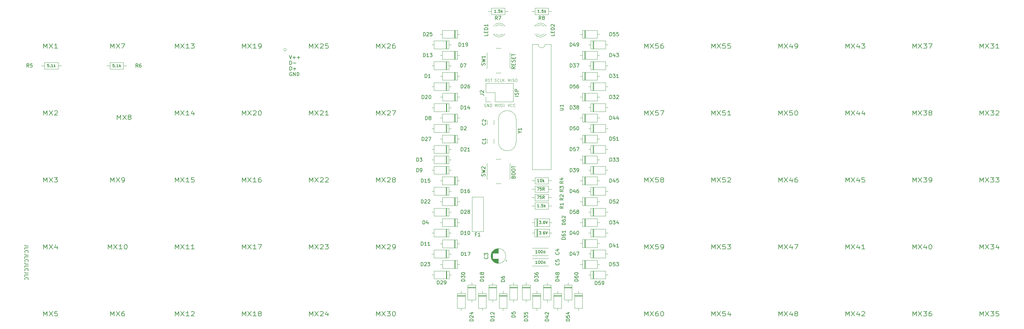
<source format=gbr>
G04 #@! TF.GenerationSoftware,KiCad,Pcbnew,7.0.5-0*
G04 #@! TF.CreationDate,2024-04-16T21:05:00+02:00*
G04 #@! TF.ProjectId,lumberjack,6c756d62-6572-46a6-9163-6b2e6b696361,1.8*
G04 #@! TF.SameCoordinates,Original*
G04 #@! TF.FileFunction,Legend,Top*
G04 #@! TF.FilePolarity,Positive*
%FSLAX46Y46*%
G04 Gerber Fmt 4.6, Leading zero omitted, Abs format (unit mm)*
G04 Created by KiCad (PCBNEW 7.0.5-0) date 2024-04-16 21:05:00*
%MOMM*%
%LPD*%
G01*
G04 APERTURE LIST*
%ADD10C,0.100000*%
%ADD11C,0.150000*%
%ADD12C,0.200000*%
%ADD13C,0.203200*%
%ADD14C,0.120000*%
%ADD15C,1.600000*%
%ADD16R,1.800000X1.800000*%
%ADD17C,1.800000*%
%ADD18R,1.600000X1.600000*%
%ADD19O,1.600000X1.600000*%
%ADD20C,1.710000*%
%ADD21R,1.200000X1.200000*%
%ADD22C,1.200000*%
%ADD23C,2.000000*%
%ADD24C,5.000000*%
%ADD25O,11.600000X5.000000*%
%ADD26C,3.987800*%
%ADD27C,3.048000*%
%ADD28C,2.286000*%
%ADD29R,1.700000X1.700000*%
%ADD30O,1.700000X1.700000*%
%ADD31C,1.400000*%
%ADD32O,1.400000X1.400000*%
%ADD33C,1.500000*%
%ADD34C,1.701800*%
%ADD35C,0.650000*%
%ADD36O,1.300000X1.900000*%
%ADD37O,1.100000X2.200000*%
%ADD38C,1.244600*%
G04 APERTURE END LIST*
D10*
X142766698Y-84732749D02*
X142690508Y-84694654D01*
X142690508Y-84694654D02*
X142576222Y-84694654D01*
X142576222Y-84694654D02*
X142461936Y-84732749D01*
X142461936Y-84732749D02*
X142385746Y-84808939D01*
X142385746Y-84808939D02*
X142347651Y-84885130D01*
X142347651Y-84885130D02*
X142309555Y-85037511D01*
X142309555Y-85037511D02*
X142309555Y-85151797D01*
X142309555Y-85151797D02*
X142347651Y-85304178D01*
X142347651Y-85304178D02*
X142385746Y-85380368D01*
X142385746Y-85380368D02*
X142461936Y-85456559D01*
X142461936Y-85456559D02*
X142576222Y-85494654D01*
X142576222Y-85494654D02*
X142652413Y-85494654D01*
X142652413Y-85494654D02*
X142766698Y-85456559D01*
X142766698Y-85456559D02*
X142804794Y-85418463D01*
X142804794Y-85418463D02*
X142804794Y-85151797D01*
X142804794Y-85151797D02*
X142652413Y-85151797D01*
X143147651Y-85494654D02*
X143147651Y-84694654D01*
X143147651Y-84694654D02*
X143604794Y-85494654D01*
X143604794Y-85494654D02*
X143604794Y-84694654D01*
X143985746Y-85494654D02*
X143985746Y-84694654D01*
X143985746Y-84694654D02*
X144176222Y-84694654D01*
X144176222Y-84694654D02*
X144290508Y-84732749D01*
X144290508Y-84732749D02*
X144366698Y-84808939D01*
X144366698Y-84808939D02*
X144404793Y-84885130D01*
X144404793Y-84885130D02*
X144442889Y-85037511D01*
X144442889Y-85037511D02*
X144442889Y-85151797D01*
X144442889Y-85151797D02*
X144404793Y-85304178D01*
X144404793Y-85304178D02*
X144366698Y-85380368D01*
X144366698Y-85380368D02*
X144290508Y-85456559D01*
X144290508Y-85456559D02*
X144176222Y-85494654D01*
X144176222Y-85494654D02*
X143985746Y-85494654D01*
X148970229Y-84694654D02*
X149236896Y-85494654D01*
X149236896Y-85494654D02*
X149503562Y-84694654D01*
X150227372Y-85418463D02*
X150189276Y-85456559D01*
X150189276Y-85456559D02*
X150074991Y-85494654D01*
X150074991Y-85494654D02*
X149998800Y-85494654D01*
X149998800Y-85494654D02*
X149884514Y-85456559D01*
X149884514Y-85456559D02*
X149808324Y-85380368D01*
X149808324Y-85380368D02*
X149770229Y-85304178D01*
X149770229Y-85304178D02*
X149732133Y-85151797D01*
X149732133Y-85151797D02*
X149732133Y-85037511D01*
X149732133Y-85037511D02*
X149770229Y-84885130D01*
X149770229Y-84885130D02*
X149808324Y-84808939D01*
X149808324Y-84808939D02*
X149884514Y-84732749D01*
X149884514Y-84732749D02*
X149998800Y-84694654D01*
X149998800Y-84694654D02*
X150074991Y-84694654D01*
X150074991Y-84694654D02*
X150189276Y-84732749D01*
X150189276Y-84732749D02*
X150227372Y-84770844D01*
X151027372Y-85418463D02*
X150989276Y-85456559D01*
X150989276Y-85456559D02*
X150874991Y-85494654D01*
X150874991Y-85494654D02*
X150798800Y-85494654D01*
X150798800Y-85494654D02*
X150684514Y-85456559D01*
X150684514Y-85456559D02*
X150608324Y-85380368D01*
X150608324Y-85380368D02*
X150570229Y-85304178D01*
X150570229Y-85304178D02*
X150532133Y-85151797D01*
X150532133Y-85151797D02*
X150532133Y-85037511D01*
X150532133Y-85037511D02*
X150570229Y-84885130D01*
X150570229Y-84885130D02*
X150608324Y-84808939D01*
X150608324Y-84808939D02*
X150684514Y-84732749D01*
X150684514Y-84732749D02*
X150798800Y-84694654D01*
X150798800Y-84694654D02*
X150874991Y-84694654D01*
X150874991Y-84694654D02*
X150989276Y-84732749D01*
X150989276Y-84732749D02*
X151027372Y-84770844D01*
X145348603Y-85494654D02*
X145348603Y-84694654D01*
X145348603Y-84694654D02*
X145615269Y-85266082D01*
X145615269Y-85266082D02*
X145881936Y-84694654D01*
X145881936Y-84694654D02*
X145881936Y-85494654D01*
X146415270Y-84694654D02*
X146567651Y-84694654D01*
X146567651Y-84694654D02*
X146643841Y-84732749D01*
X146643841Y-84732749D02*
X146720032Y-84808939D01*
X146720032Y-84808939D02*
X146758127Y-84961320D01*
X146758127Y-84961320D02*
X146758127Y-85227987D01*
X146758127Y-85227987D02*
X146720032Y-85380368D01*
X146720032Y-85380368D02*
X146643841Y-85456559D01*
X146643841Y-85456559D02*
X146567651Y-85494654D01*
X146567651Y-85494654D02*
X146415270Y-85494654D01*
X146415270Y-85494654D02*
X146339079Y-85456559D01*
X146339079Y-85456559D02*
X146262889Y-85380368D01*
X146262889Y-85380368D02*
X146224793Y-85227987D01*
X146224793Y-85227987D02*
X146224793Y-84961320D01*
X146224793Y-84961320D02*
X146262889Y-84808939D01*
X146262889Y-84808939D02*
X146339079Y-84732749D01*
X146339079Y-84732749D02*
X146415270Y-84694654D01*
X147062888Y-85456559D02*
X147177174Y-85494654D01*
X147177174Y-85494654D02*
X147367650Y-85494654D01*
X147367650Y-85494654D02*
X147443841Y-85456559D01*
X147443841Y-85456559D02*
X147481936Y-85418463D01*
X147481936Y-85418463D02*
X147520031Y-85342273D01*
X147520031Y-85342273D02*
X147520031Y-85266082D01*
X147520031Y-85266082D02*
X147481936Y-85189892D01*
X147481936Y-85189892D02*
X147443841Y-85151797D01*
X147443841Y-85151797D02*
X147367650Y-85113701D01*
X147367650Y-85113701D02*
X147215269Y-85075606D01*
X147215269Y-85075606D02*
X147139079Y-85037511D01*
X147139079Y-85037511D02*
X147100984Y-84999416D01*
X147100984Y-84999416D02*
X147062888Y-84923225D01*
X147062888Y-84923225D02*
X147062888Y-84847035D01*
X147062888Y-84847035D02*
X147100984Y-84770844D01*
X147100984Y-84770844D02*
X147139079Y-84732749D01*
X147139079Y-84732749D02*
X147215269Y-84694654D01*
X147215269Y-84694654D02*
X147405746Y-84694654D01*
X147405746Y-84694654D02*
X147520031Y-84732749D01*
X147862889Y-85494654D02*
X147862889Y-84694654D01*
X145253364Y-78312803D02*
X145367650Y-78350898D01*
X145367650Y-78350898D02*
X145558126Y-78350898D01*
X145558126Y-78350898D02*
X145634317Y-78312803D01*
X145634317Y-78312803D02*
X145672412Y-78274707D01*
X145672412Y-78274707D02*
X145710507Y-78198517D01*
X145710507Y-78198517D02*
X145710507Y-78122326D01*
X145710507Y-78122326D02*
X145672412Y-78046136D01*
X145672412Y-78046136D02*
X145634317Y-78008041D01*
X145634317Y-78008041D02*
X145558126Y-77969945D01*
X145558126Y-77969945D02*
X145405745Y-77931850D01*
X145405745Y-77931850D02*
X145329555Y-77893755D01*
X145329555Y-77893755D02*
X145291460Y-77855660D01*
X145291460Y-77855660D02*
X145253364Y-77779469D01*
X145253364Y-77779469D02*
X145253364Y-77703279D01*
X145253364Y-77703279D02*
X145291460Y-77627088D01*
X145291460Y-77627088D02*
X145329555Y-77588993D01*
X145329555Y-77588993D02*
X145405745Y-77550898D01*
X145405745Y-77550898D02*
X145596222Y-77550898D01*
X145596222Y-77550898D02*
X145710507Y-77588993D01*
X146510508Y-78274707D02*
X146472412Y-78312803D01*
X146472412Y-78312803D02*
X146358127Y-78350898D01*
X146358127Y-78350898D02*
X146281936Y-78350898D01*
X146281936Y-78350898D02*
X146167650Y-78312803D01*
X146167650Y-78312803D02*
X146091460Y-78236612D01*
X146091460Y-78236612D02*
X146053365Y-78160422D01*
X146053365Y-78160422D02*
X146015269Y-78008041D01*
X146015269Y-78008041D02*
X146015269Y-77893755D01*
X146015269Y-77893755D02*
X146053365Y-77741374D01*
X146053365Y-77741374D02*
X146091460Y-77665183D01*
X146091460Y-77665183D02*
X146167650Y-77588993D01*
X146167650Y-77588993D02*
X146281936Y-77550898D01*
X146281936Y-77550898D02*
X146358127Y-77550898D01*
X146358127Y-77550898D02*
X146472412Y-77588993D01*
X146472412Y-77588993D02*
X146510508Y-77627088D01*
X147234317Y-78350898D02*
X146853365Y-78350898D01*
X146853365Y-78350898D02*
X146853365Y-77550898D01*
X147500984Y-78350898D02*
X147500984Y-77550898D01*
X147958127Y-78350898D02*
X147615269Y-77893755D01*
X147958127Y-77550898D02*
X147500984Y-78008041D01*
X149084515Y-78350898D02*
X149084515Y-77550898D01*
X149084515Y-77550898D02*
X149351181Y-78122326D01*
X149351181Y-78122326D02*
X149617848Y-77550898D01*
X149617848Y-77550898D02*
X149617848Y-78350898D01*
X149998801Y-78350898D02*
X149998801Y-77550898D01*
X150341657Y-78312803D02*
X150455943Y-78350898D01*
X150455943Y-78350898D02*
X150646419Y-78350898D01*
X150646419Y-78350898D02*
X150722610Y-78312803D01*
X150722610Y-78312803D02*
X150760705Y-78274707D01*
X150760705Y-78274707D02*
X150798800Y-78198517D01*
X150798800Y-78198517D02*
X150798800Y-78122326D01*
X150798800Y-78122326D02*
X150760705Y-78046136D01*
X150760705Y-78046136D02*
X150722610Y-78008041D01*
X150722610Y-78008041D02*
X150646419Y-77969945D01*
X150646419Y-77969945D02*
X150494038Y-77931850D01*
X150494038Y-77931850D02*
X150417848Y-77893755D01*
X150417848Y-77893755D02*
X150379753Y-77855660D01*
X150379753Y-77855660D02*
X150341657Y-77779469D01*
X150341657Y-77779469D02*
X150341657Y-77703279D01*
X150341657Y-77703279D02*
X150379753Y-77627088D01*
X150379753Y-77627088D02*
X150417848Y-77588993D01*
X150417848Y-77588993D02*
X150494038Y-77550898D01*
X150494038Y-77550898D02*
X150684515Y-77550898D01*
X150684515Y-77550898D02*
X150798800Y-77588993D01*
X151294039Y-77550898D02*
X151446420Y-77550898D01*
X151446420Y-77550898D02*
X151522610Y-77588993D01*
X151522610Y-77588993D02*
X151598801Y-77665183D01*
X151598801Y-77665183D02*
X151636896Y-77817564D01*
X151636896Y-77817564D02*
X151636896Y-78084231D01*
X151636896Y-78084231D02*
X151598801Y-78236612D01*
X151598801Y-78236612D02*
X151522610Y-78312803D01*
X151522610Y-78312803D02*
X151446420Y-78350898D01*
X151446420Y-78350898D02*
X151294039Y-78350898D01*
X151294039Y-78350898D02*
X151217848Y-78312803D01*
X151217848Y-78312803D02*
X151141658Y-78236612D01*
X151141658Y-78236612D02*
X151103562Y-78084231D01*
X151103562Y-78084231D02*
X151103562Y-77817564D01*
X151103562Y-77817564D02*
X151141658Y-77665183D01*
X151141658Y-77665183D02*
X151217848Y-77588993D01*
X151217848Y-77588993D02*
X151294039Y-77550898D01*
D11*
X151991906Y-82546522D02*
X150991906Y-82546522D01*
X151944287Y-82117951D02*
X151991906Y-81975094D01*
X151991906Y-81975094D02*
X151991906Y-81736999D01*
X151991906Y-81736999D02*
X151944287Y-81641761D01*
X151944287Y-81641761D02*
X151896667Y-81594142D01*
X151896667Y-81594142D02*
X151801429Y-81546523D01*
X151801429Y-81546523D02*
X151706191Y-81546523D01*
X151706191Y-81546523D02*
X151610953Y-81594142D01*
X151610953Y-81594142D02*
X151563334Y-81641761D01*
X151563334Y-81641761D02*
X151515715Y-81736999D01*
X151515715Y-81736999D02*
X151468096Y-81927475D01*
X151468096Y-81927475D02*
X151420477Y-82022713D01*
X151420477Y-82022713D02*
X151372858Y-82070332D01*
X151372858Y-82070332D02*
X151277620Y-82117951D01*
X151277620Y-82117951D02*
X151182382Y-82117951D01*
X151182382Y-82117951D02*
X151087144Y-82070332D01*
X151087144Y-82070332D02*
X151039525Y-82022713D01*
X151039525Y-82022713D02*
X150991906Y-81927475D01*
X150991906Y-81927475D02*
X150991906Y-81689380D01*
X150991906Y-81689380D02*
X151039525Y-81546523D01*
X151991906Y-81117951D02*
X150991906Y-81117951D01*
X150991906Y-81117951D02*
X150991906Y-80736999D01*
X150991906Y-80736999D02*
X151039525Y-80641761D01*
X151039525Y-80641761D02*
X151087144Y-80594142D01*
X151087144Y-80594142D02*
X151182382Y-80546523D01*
X151182382Y-80546523D02*
X151325239Y-80546523D01*
X151325239Y-80546523D02*
X151420477Y-80594142D01*
X151420477Y-80594142D02*
X151468096Y-80641761D01*
X151468096Y-80641761D02*
X151515715Y-80736999D01*
X151515715Y-80736999D02*
X151515715Y-81117951D01*
X86906581Y-70874819D02*
X87239914Y-71874819D01*
X87239914Y-71874819D02*
X87573247Y-70874819D01*
X87906581Y-71493866D02*
X88668486Y-71493866D01*
X88287533Y-71874819D02*
X88287533Y-71112914D01*
X89144676Y-71493866D02*
X89906581Y-71493866D01*
X89525628Y-71874819D02*
X89525628Y-71112914D01*
X87049438Y-73484819D02*
X87049438Y-72484819D01*
X87049438Y-72484819D02*
X87287533Y-72484819D01*
X87287533Y-72484819D02*
X87430390Y-72532438D01*
X87430390Y-72532438D02*
X87525628Y-72627676D01*
X87525628Y-72627676D02*
X87573247Y-72722914D01*
X87573247Y-72722914D02*
X87620866Y-72913390D01*
X87620866Y-72913390D02*
X87620866Y-73056247D01*
X87620866Y-73056247D02*
X87573247Y-73246723D01*
X87573247Y-73246723D02*
X87525628Y-73341961D01*
X87525628Y-73341961D02*
X87430390Y-73437200D01*
X87430390Y-73437200D02*
X87287533Y-73484819D01*
X87287533Y-73484819D02*
X87049438Y-73484819D01*
X88049438Y-73103866D02*
X88811343Y-73103866D01*
X87049438Y-75094819D02*
X87049438Y-74094819D01*
X87049438Y-74094819D02*
X87287533Y-74094819D01*
X87287533Y-74094819D02*
X87430390Y-74142438D01*
X87430390Y-74142438D02*
X87525628Y-74237676D01*
X87525628Y-74237676D02*
X87573247Y-74332914D01*
X87573247Y-74332914D02*
X87620866Y-74523390D01*
X87620866Y-74523390D02*
X87620866Y-74666247D01*
X87620866Y-74666247D02*
X87573247Y-74856723D01*
X87573247Y-74856723D02*
X87525628Y-74951961D01*
X87525628Y-74951961D02*
X87430390Y-75047200D01*
X87430390Y-75047200D02*
X87287533Y-75094819D01*
X87287533Y-75094819D02*
X87049438Y-75094819D01*
X88049438Y-74713866D02*
X88811343Y-74713866D01*
X88430390Y-75094819D02*
X88430390Y-74332914D01*
X87573247Y-75752438D02*
X87478009Y-75704819D01*
X87478009Y-75704819D02*
X87335152Y-75704819D01*
X87335152Y-75704819D02*
X87192295Y-75752438D01*
X87192295Y-75752438D02*
X87097057Y-75847676D01*
X87097057Y-75847676D02*
X87049438Y-75942914D01*
X87049438Y-75942914D02*
X87001819Y-76133390D01*
X87001819Y-76133390D02*
X87001819Y-76276247D01*
X87001819Y-76276247D02*
X87049438Y-76466723D01*
X87049438Y-76466723D02*
X87097057Y-76561961D01*
X87097057Y-76561961D02*
X87192295Y-76657200D01*
X87192295Y-76657200D02*
X87335152Y-76704819D01*
X87335152Y-76704819D02*
X87430390Y-76704819D01*
X87430390Y-76704819D02*
X87573247Y-76657200D01*
X87573247Y-76657200D02*
X87620866Y-76609580D01*
X87620866Y-76609580D02*
X87620866Y-76276247D01*
X87620866Y-76276247D02*
X87430390Y-76276247D01*
X88049438Y-76704819D02*
X88049438Y-75704819D01*
X88049438Y-75704819D02*
X88620866Y-76704819D01*
X88620866Y-76704819D02*
X88620866Y-75704819D01*
X89097057Y-76704819D02*
X89097057Y-75704819D01*
X89097057Y-75704819D02*
X89335152Y-75704819D01*
X89335152Y-75704819D02*
X89478009Y-75752438D01*
X89478009Y-75752438D02*
X89573247Y-75847676D01*
X89573247Y-75847676D02*
X89620866Y-75942914D01*
X89620866Y-75942914D02*
X89668485Y-76133390D01*
X89668485Y-76133390D02*
X89668485Y-76276247D01*
X89668485Y-76276247D02*
X89620866Y-76466723D01*
X89620866Y-76466723D02*
X89573247Y-76561961D01*
X89573247Y-76561961D02*
X89478009Y-76657200D01*
X89478009Y-76657200D02*
X89335152Y-76704819D01*
X89335152Y-76704819D02*
X89097057Y-76704819D01*
D12*
X12739780Y-125174951D02*
X12025495Y-125174951D01*
X12025495Y-125174951D02*
X11882638Y-125127332D01*
X11882638Y-125127332D02*
X11787400Y-125032094D01*
X11787400Y-125032094D02*
X11739780Y-124889237D01*
X11739780Y-124889237D02*
X11739780Y-124793999D01*
X11739780Y-126127332D02*
X11739780Y-125651142D01*
X11739780Y-125651142D02*
X12739780Y-125651142D01*
X11835019Y-127032094D02*
X11787400Y-126984475D01*
X11787400Y-126984475D02*
X11739780Y-126841618D01*
X11739780Y-126841618D02*
X11739780Y-126746380D01*
X11739780Y-126746380D02*
X11787400Y-126603523D01*
X11787400Y-126603523D02*
X11882638Y-126508285D01*
X11882638Y-126508285D02*
X11977876Y-126460666D01*
X11977876Y-126460666D02*
X12168352Y-126413047D01*
X12168352Y-126413047D02*
X12311209Y-126413047D01*
X12311209Y-126413047D02*
X12501685Y-126460666D01*
X12501685Y-126460666D02*
X12596923Y-126508285D01*
X12596923Y-126508285D02*
X12692161Y-126603523D01*
X12692161Y-126603523D02*
X12739780Y-126746380D01*
X12739780Y-126746380D02*
X12739780Y-126841618D01*
X12739780Y-126841618D02*
X12692161Y-126984475D01*
X12692161Y-126984475D02*
X12644542Y-127032094D01*
X12739780Y-127746380D02*
X12025495Y-127746380D01*
X12025495Y-127746380D02*
X11882638Y-127698761D01*
X11882638Y-127698761D02*
X11787400Y-127603523D01*
X11787400Y-127603523D02*
X11739780Y-127460666D01*
X11739780Y-127460666D02*
X11739780Y-127365428D01*
X11739780Y-128698761D02*
X11739780Y-128222571D01*
X11739780Y-128222571D02*
X12739780Y-128222571D01*
X11835019Y-129603523D02*
X11787400Y-129555904D01*
X11787400Y-129555904D02*
X11739780Y-129413047D01*
X11739780Y-129413047D02*
X11739780Y-129317809D01*
X11739780Y-129317809D02*
X11787400Y-129174952D01*
X11787400Y-129174952D02*
X11882638Y-129079714D01*
X11882638Y-129079714D02*
X11977876Y-129032095D01*
X11977876Y-129032095D02*
X12168352Y-128984476D01*
X12168352Y-128984476D02*
X12311209Y-128984476D01*
X12311209Y-128984476D02*
X12501685Y-129032095D01*
X12501685Y-129032095D02*
X12596923Y-129079714D01*
X12596923Y-129079714D02*
X12692161Y-129174952D01*
X12692161Y-129174952D02*
X12739780Y-129317809D01*
X12739780Y-129317809D02*
X12739780Y-129413047D01*
X12739780Y-129413047D02*
X12692161Y-129555904D01*
X12692161Y-129555904D02*
X12644542Y-129603523D01*
X12739780Y-130317809D02*
X12025495Y-130317809D01*
X12025495Y-130317809D02*
X11882638Y-130270190D01*
X11882638Y-130270190D02*
X11787400Y-130174952D01*
X11787400Y-130174952D02*
X11739780Y-130032095D01*
X11739780Y-130032095D02*
X11739780Y-129936857D01*
X11739780Y-131270190D02*
X11739780Y-130794000D01*
X11739780Y-130794000D02*
X12739780Y-130794000D01*
X11835019Y-132174952D02*
X11787400Y-132127333D01*
X11787400Y-132127333D02*
X11739780Y-131984476D01*
X11739780Y-131984476D02*
X11739780Y-131889238D01*
X11739780Y-131889238D02*
X11787400Y-131746381D01*
X11787400Y-131746381D02*
X11882638Y-131651143D01*
X11882638Y-131651143D02*
X11977876Y-131603524D01*
X11977876Y-131603524D02*
X12168352Y-131555905D01*
X12168352Y-131555905D02*
X12311209Y-131555905D01*
X12311209Y-131555905D02*
X12501685Y-131603524D01*
X12501685Y-131603524D02*
X12596923Y-131651143D01*
X12596923Y-131651143D02*
X12692161Y-131746381D01*
X12692161Y-131746381D02*
X12739780Y-131889238D01*
X12739780Y-131889238D02*
X12739780Y-131984476D01*
X12739780Y-131984476D02*
X12692161Y-132127333D01*
X12692161Y-132127333D02*
X12644542Y-132174952D01*
X12739780Y-132889238D02*
X12025495Y-132889238D01*
X12025495Y-132889238D02*
X11882638Y-132841619D01*
X11882638Y-132841619D02*
X11787400Y-132746381D01*
X11787400Y-132746381D02*
X11739780Y-132603524D01*
X11739780Y-132603524D02*
X11739780Y-132508286D01*
X11739780Y-133841619D02*
X11739780Y-133365429D01*
X11739780Y-133365429D02*
X12739780Y-133365429D01*
X11835019Y-134746381D02*
X11787400Y-134698762D01*
X11787400Y-134698762D02*
X11739780Y-134555905D01*
X11739780Y-134555905D02*
X11739780Y-134460667D01*
X11739780Y-134460667D02*
X11787400Y-134317810D01*
X11787400Y-134317810D02*
X11882638Y-134222572D01*
X11882638Y-134222572D02*
X11977876Y-134174953D01*
X11977876Y-134174953D02*
X12168352Y-134127334D01*
X12168352Y-134127334D02*
X12311209Y-134127334D01*
X12311209Y-134127334D02*
X12501685Y-134174953D01*
X12501685Y-134174953D02*
X12596923Y-134222572D01*
X12596923Y-134222572D02*
X12692161Y-134317810D01*
X12692161Y-134317810D02*
X12739780Y-134460667D01*
X12739780Y-134460667D02*
X12739780Y-134555905D01*
X12739780Y-134555905D02*
X12692161Y-134698762D01*
X12692161Y-134698762D02*
X12644542Y-134746381D01*
D10*
X143071460Y-78350898D02*
X142804793Y-77969945D01*
X142614317Y-78350898D02*
X142614317Y-77550898D01*
X142614317Y-77550898D02*
X142919079Y-77550898D01*
X142919079Y-77550898D02*
X142995269Y-77588993D01*
X142995269Y-77588993D02*
X143033364Y-77627088D01*
X143033364Y-77627088D02*
X143071460Y-77703279D01*
X143071460Y-77703279D02*
X143071460Y-77817564D01*
X143071460Y-77817564D02*
X143033364Y-77893755D01*
X143033364Y-77893755D02*
X142995269Y-77931850D01*
X142995269Y-77931850D02*
X142919079Y-77969945D01*
X142919079Y-77969945D02*
X142614317Y-77969945D01*
X143376221Y-78312803D02*
X143490507Y-78350898D01*
X143490507Y-78350898D02*
X143680983Y-78350898D01*
X143680983Y-78350898D02*
X143757174Y-78312803D01*
X143757174Y-78312803D02*
X143795269Y-78274707D01*
X143795269Y-78274707D02*
X143833364Y-78198517D01*
X143833364Y-78198517D02*
X143833364Y-78122326D01*
X143833364Y-78122326D02*
X143795269Y-78046136D01*
X143795269Y-78046136D02*
X143757174Y-78008041D01*
X143757174Y-78008041D02*
X143680983Y-77969945D01*
X143680983Y-77969945D02*
X143528602Y-77931850D01*
X143528602Y-77931850D02*
X143452412Y-77893755D01*
X143452412Y-77893755D02*
X143414317Y-77855660D01*
X143414317Y-77855660D02*
X143376221Y-77779469D01*
X143376221Y-77779469D02*
X143376221Y-77703279D01*
X143376221Y-77703279D02*
X143414317Y-77627088D01*
X143414317Y-77627088D02*
X143452412Y-77588993D01*
X143452412Y-77588993D02*
X143528602Y-77550898D01*
X143528602Y-77550898D02*
X143719079Y-77550898D01*
X143719079Y-77550898D02*
X143833364Y-77588993D01*
X144061936Y-77550898D02*
X144519079Y-77550898D01*
X144290507Y-78350898D02*
X144290507Y-77550898D01*
D11*
X142639387Y-95476120D02*
X142687007Y-95523739D01*
X142687007Y-95523739D02*
X142734626Y-95666596D01*
X142734626Y-95666596D02*
X142734626Y-95761834D01*
X142734626Y-95761834D02*
X142687007Y-95904691D01*
X142687007Y-95904691D02*
X142591768Y-95999929D01*
X142591768Y-95999929D02*
X142496530Y-96047548D01*
X142496530Y-96047548D02*
X142306054Y-96095167D01*
X142306054Y-96095167D02*
X142163197Y-96095167D01*
X142163197Y-96095167D02*
X141972721Y-96047548D01*
X141972721Y-96047548D02*
X141877483Y-95999929D01*
X141877483Y-95999929D02*
X141782245Y-95904691D01*
X141782245Y-95904691D02*
X141734626Y-95761834D01*
X141734626Y-95761834D02*
X141734626Y-95666596D01*
X141734626Y-95666596D02*
X141782245Y-95523739D01*
X141782245Y-95523739D02*
X141829864Y-95476120D01*
X142734626Y-94523739D02*
X142734626Y-95095167D01*
X142734626Y-94809453D02*
X141734626Y-94809453D01*
X141734626Y-94809453D02*
X141877483Y-94904691D01*
X141877483Y-94904691D02*
X141972721Y-94999929D01*
X141972721Y-94999929D02*
X142020340Y-95095167D01*
X142639387Y-90118303D02*
X142687007Y-90165922D01*
X142687007Y-90165922D02*
X142734626Y-90308779D01*
X142734626Y-90308779D02*
X142734626Y-90404017D01*
X142734626Y-90404017D02*
X142687007Y-90546874D01*
X142687007Y-90546874D02*
X142591768Y-90642112D01*
X142591768Y-90642112D02*
X142496530Y-90689731D01*
X142496530Y-90689731D02*
X142306054Y-90737350D01*
X142306054Y-90737350D02*
X142163197Y-90737350D01*
X142163197Y-90737350D02*
X141972721Y-90689731D01*
X141972721Y-90689731D02*
X141877483Y-90642112D01*
X141877483Y-90642112D02*
X141782245Y-90546874D01*
X141782245Y-90546874D02*
X141734626Y-90404017D01*
X141734626Y-90404017D02*
X141734626Y-90308779D01*
X141734626Y-90308779D02*
X141782245Y-90165922D01*
X141782245Y-90165922D02*
X141829864Y-90118303D01*
X141829864Y-89737350D02*
X141782245Y-89689731D01*
X141782245Y-89689731D02*
X141734626Y-89594493D01*
X141734626Y-89594493D02*
X141734626Y-89356398D01*
X141734626Y-89356398D02*
X141782245Y-89261160D01*
X141782245Y-89261160D02*
X141829864Y-89213541D01*
X141829864Y-89213541D02*
X141925102Y-89165922D01*
X141925102Y-89165922D02*
X142020340Y-89165922D01*
X142020340Y-89165922D02*
X142163197Y-89213541D01*
X142163197Y-89213541D02*
X142734626Y-89784969D01*
X142734626Y-89784969D02*
X142734626Y-89165922D01*
X162221207Y-64817538D02*
X162221207Y-65293728D01*
X162221207Y-65293728D02*
X161221207Y-65293728D01*
X161697397Y-64484204D02*
X161697397Y-64150871D01*
X162221207Y-64008014D02*
X162221207Y-64484204D01*
X162221207Y-64484204D02*
X161221207Y-64484204D01*
X161221207Y-64484204D02*
X161221207Y-64008014D01*
X162221207Y-63579442D02*
X161221207Y-63579442D01*
X161221207Y-63579442D02*
X161221207Y-63341347D01*
X161221207Y-63341347D02*
X161268826Y-63198490D01*
X161268826Y-63198490D02*
X161364064Y-63103252D01*
X161364064Y-63103252D02*
X161459302Y-63055633D01*
X161459302Y-63055633D02*
X161649778Y-63008014D01*
X161649778Y-63008014D02*
X161792635Y-63008014D01*
X161792635Y-63008014D02*
X161983111Y-63055633D01*
X161983111Y-63055633D02*
X162078349Y-63103252D01*
X162078349Y-63103252D02*
X162173588Y-63198490D01*
X162173588Y-63198490D02*
X162221207Y-63341347D01*
X162221207Y-63341347D02*
X162221207Y-63579442D01*
X161316445Y-62627061D02*
X161268826Y-62579442D01*
X161268826Y-62579442D02*
X161221207Y-62484204D01*
X161221207Y-62484204D02*
X161221207Y-62246109D01*
X161221207Y-62246109D02*
X161268826Y-62150871D01*
X161268826Y-62150871D02*
X161316445Y-62103252D01*
X161316445Y-62103252D02*
X161411683Y-62055633D01*
X161411683Y-62055633D02*
X161506921Y-62055633D01*
X161506921Y-62055633D02*
X161649778Y-62103252D01*
X161649778Y-62103252D02*
X162221207Y-62674680D01*
X162221207Y-62674680D02*
X162221207Y-62055633D01*
X163761207Y-86486976D02*
X164570730Y-86486976D01*
X164570730Y-86486976D02*
X164665968Y-86439357D01*
X164665968Y-86439357D02*
X164713588Y-86391738D01*
X164713588Y-86391738D02*
X164761207Y-86296500D01*
X164761207Y-86296500D02*
X164761207Y-86106024D01*
X164761207Y-86106024D02*
X164713588Y-86010786D01*
X164713588Y-86010786D02*
X164665968Y-85963167D01*
X164665968Y-85963167D02*
X164570730Y-85915548D01*
X164570730Y-85915548D02*
X163761207Y-85915548D01*
X164761207Y-84915548D02*
X164761207Y-85486976D01*
X164761207Y-85201262D02*
X163761207Y-85201262D01*
X163761207Y-85201262D02*
X163904064Y-85296500D01*
X163904064Y-85296500D02*
X163999302Y-85391738D01*
X163999302Y-85391738D02*
X164046921Y-85486976D01*
X140073221Y-121811426D02*
X139739888Y-121811426D01*
X139739888Y-122335236D02*
X139739888Y-121335236D01*
X139739888Y-121335236D02*
X140216078Y-121335236D01*
X141120840Y-122335236D02*
X140549412Y-122335236D01*
X140835126Y-122335236D02*
X140835126Y-121335236D01*
X140835126Y-121335236D02*
X140739888Y-121478093D01*
X140739888Y-121478093D02*
X140644650Y-121573331D01*
X140644650Y-121573331D02*
X140549412Y-121620950D01*
X135659905Y-92148819D02*
X135659905Y-91148819D01*
X135659905Y-91148819D02*
X135898000Y-91148819D01*
X135898000Y-91148819D02*
X136040857Y-91196438D01*
X136040857Y-91196438D02*
X136136095Y-91291676D01*
X136136095Y-91291676D02*
X136183714Y-91386914D01*
X136183714Y-91386914D02*
X136231333Y-91577390D01*
X136231333Y-91577390D02*
X136231333Y-91720247D01*
X136231333Y-91720247D02*
X136183714Y-91910723D01*
X136183714Y-91910723D02*
X136136095Y-92005961D01*
X136136095Y-92005961D02*
X136040857Y-92101200D01*
X136040857Y-92101200D02*
X135898000Y-92148819D01*
X135898000Y-92148819D02*
X135659905Y-92148819D01*
X136612286Y-91244057D02*
X136659905Y-91196438D01*
X136659905Y-91196438D02*
X136755143Y-91148819D01*
X136755143Y-91148819D02*
X136993238Y-91148819D01*
X136993238Y-91148819D02*
X137088476Y-91196438D01*
X137088476Y-91196438D02*
X137136095Y-91244057D01*
X137136095Y-91244057D02*
X137183714Y-91339295D01*
X137183714Y-91339295D02*
X137183714Y-91434533D01*
X137183714Y-91434533D02*
X137136095Y-91577390D01*
X137136095Y-91577390D02*
X136564667Y-92148819D01*
X136564667Y-92148819D02*
X137183714Y-92148819D01*
X124872948Y-118922106D02*
X124872948Y-117922106D01*
X124872948Y-117922106D02*
X125111043Y-117922106D01*
X125111043Y-117922106D02*
X125253900Y-117969725D01*
X125253900Y-117969725D02*
X125349138Y-118064963D01*
X125349138Y-118064963D02*
X125396757Y-118160201D01*
X125396757Y-118160201D02*
X125444376Y-118350677D01*
X125444376Y-118350677D02*
X125444376Y-118493534D01*
X125444376Y-118493534D02*
X125396757Y-118684010D01*
X125396757Y-118684010D02*
X125349138Y-118779248D01*
X125349138Y-118779248D02*
X125253900Y-118874487D01*
X125253900Y-118874487D02*
X125111043Y-118922106D01*
X125111043Y-118922106D02*
X124872948Y-118922106D01*
X126301519Y-118255439D02*
X126301519Y-118922106D01*
X126063424Y-117874487D02*
X125825329Y-118588772D01*
X125825329Y-118588772D02*
X126444376Y-118588772D01*
X151069008Y-145399153D02*
X150069008Y-145399153D01*
X150069008Y-145399153D02*
X150069008Y-145161058D01*
X150069008Y-145161058D02*
X150116627Y-145018201D01*
X150116627Y-145018201D02*
X150211865Y-144922963D01*
X150211865Y-144922963D02*
X150307103Y-144875344D01*
X150307103Y-144875344D02*
X150497579Y-144827725D01*
X150497579Y-144827725D02*
X150640436Y-144827725D01*
X150640436Y-144827725D02*
X150830912Y-144875344D01*
X150830912Y-144875344D02*
X150926150Y-144922963D01*
X150926150Y-144922963D02*
X151021389Y-145018201D01*
X151021389Y-145018201D02*
X151069008Y-145161058D01*
X151069008Y-145161058D02*
X151069008Y-145399153D01*
X150069008Y-143922963D02*
X150069008Y-144399153D01*
X150069008Y-144399153D02*
X150545198Y-144446772D01*
X150545198Y-144446772D02*
X150497579Y-144399153D01*
X150497579Y-144399153D02*
X150449960Y-144303915D01*
X150449960Y-144303915D02*
X150449960Y-144065820D01*
X150449960Y-144065820D02*
X150497579Y-143970582D01*
X150497579Y-143970582D02*
X150545198Y-143922963D01*
X150545198Y-143922963D02*
X150640436Y-143875344D01*
X150640436Y-143875344D02*
X150878531Y-143875344D01*
X150878531Y-143875344D02*
X150973769Y-143922963D01*
X150973769Y-143922963D02*
X151021389Y-143970582D01*
X151021389Y-143970582D02*
X151069008Y-144065820D01*
X151069008Y-144065820D02*
X151069008Y-144303915D01*
X151069008Y-144303915D02*
X151021389Y-144399153D01*
X151021389Y-144399153D02*
X150973769Y-144446772D01*
X148092443Y-135278832D02*
X147092443Y-135278832D01*
X147092443Y-135278832D02*
X147092443Y-135040737D01*
X147092443Y-135040737D02*
X147140062Y-134897880D01*
X147140062Y-134897880D02*
X147235300Y-134802642D01*
X147235300Y-134802642D02*
X147330538Y-134755023D01*
X147330538Y-134755023D02*
X147521014Y-134707404D01*
X147521014Y-134707404D02*
X147663871Y-134707404D01*
X147663871Y-134707404D02*
X147854347Y-134755023D01*
X147854347Y-134755023D02*
X147949585Y-134802642D01*
X147949585Y-134802642D02*
X148044824Y-134897880D01*
X148044824Y-134897880D02*
X148092443Y-135040737D01*
X148092443Y-135040737D02*
X148092443Y-135278832D01*
X147092443Y-133850261D02*
X147092443Y-134040737D01*
X147092443Y-134040737D02*
X147140062Y-134135975D01*
X147140062Y-134135975D02*
X147187681Y-134183594D01*
X147187681Y-134183594D02*
X147330538Y-134278832D01*
X147330538Y-134278832D02*
X147521014Y-134326451D01*
X147521014Y-134326451D02*
X147901966Y-134326451D01*
X147901966Y-134326451D02*
X147997204Y-134278832D01*
X147997204Y-134278832D02*
X148044824Y-134231213D01*
X148044824Y-134231213D02*
X148092443Y-134135975D01*
X148092443Y-134135975D02*
X148092443Y-133945499D01*
X148092443Y-133945499D02*
X148044824Y-133850261D01*
X148044824Y-133850261D02*
X147997204Y-133802642D01*
X147997204Y-133802642D02*
X147901966Y-133755023D01*
X147901966Y-133755023D02*
X147663871Y-133755023D01*
X147663871Y-133755023D02*
X147568633Y-133802642D01*
X147568633Y-133802642D02*
X147521014Y-133850261D01*
X147521014Y-133850261D02*
X147473395Y-133945499D01*
X147473395Y-133945499D02*
X147473395Y-134135975D01*
X147473395Y-134135975D02*
X147521014Y-134231213D01*
X147521014Y-134231213D02*
X147568633Y-134278832D01*
X147568633Y-134278832D02*
X147663871Y-134326451D01*
X145115878Y-146470657D02*
X144115878Y-146470657D01*
X144115878Y-146470657D02*
X144115878Y-146232562D01*
X144115878Y-146232562D02*
X144163497Y-146089705D01*
X144163497Y-146089705D02*
X144258735Y-145994467D01*
X144258735Y-145994467D02*
X144353973Y-145946848D01*
X144353973Y-145946848D02*
X144544449Y-145899229D01*
X144544449Y-145899229D02*
X144687306Y-145899229D01*
X144687306Y-145899229D02*
X144877782Y-145946848D01*
X144877782Y-145946848D02*
X144973020Y-145994467D01*
X144973020Y-145994467D02*
X145068259Y-146089705D01*
X145068259Y-146089705D02*
X145115878Y-146232562D01*
X145115878Y-146232562D02*
X145115878Y-146470657D01*
X145115878Y-144946848D02*
X145115878Y-145518276D01*
X145115878Y-145232562D02*
X144115878Y-145232562D01*
X144115878Y-145232562D02*
X144258735Y-145327800D01*
X144258735Y-145327800D02*
X144353973Y-145423038D01*
X144353973Y-145423038D02*
X144401592Y-145518276D01*
X144211116Y-144565895D02*
X144163497Y-144518276D01*
X144163497Y-144518276D02*
X144115878Y-144423038D01*
X144115878Y-144423038D02*
X144115878Y-144184943D01*
X144115878Y-144184943D02*
X144163497Y-144089705D01*
X144163497Y-144089705D02*
X144211116Y-144042086D01*
X144211116Y-144042086D02*
X144306354Y-143994467D01*
X144306354Y-143994467D02*
X144401592Y-143994467D01*
X144401592Y-143994467D02*
X144544449Y-144042086D01*
X144544449Y-144042086D02*
X145115878Y-144613514D01*
X145115878Y-144613514D02*
X145115878Y-143994467D01*
X139162748Y-146470657D02*
X138162748Y-146470657D01*
X138162748Y-146470657D02*
X138162748Y-146232562D01*
X138162748Y-146232562D02*
X138210367Y-146089705D01*
X138210367Y-146089705D02*
X138305605Y-145994467D01*
X138305605Y-145994467D02*
X138400843Y-145946848D01*
X138400843Y-145946848D02*
X138591319Y-145899229D01*
X138591319Y-145899229D02*
X138734176Y-145899229D01*
X138734176Y-145899229D02*
X138924652Y-145946848D01*
X138924652Y-145946848D02*
X139019890Y-145994467D01*
X139019890Y-145994467D02*
X139115129Y-146089705D01*
X139115129Y-146089705D02*
X139162748Y-146232562D01*
X139162748Y-146232562D02*
X139162748Y-146470657D01*
X138257986Y-145518276D02*
X138210367Y-145470657D01*
X138210367Y-145470657D02*
X138162748Y-145375419D01*
X138162748Y-145375419D02*
X138162748Y-145137324D01*
X138162748Y-145137324D02*
X138210367Y-145042086D01*
X138210367Y-145042086D02*
X138257986Y-144994467D01*
X138257986Y-144994467D02*
X138353224Y-144946848D01*
X138353224Y-144946848D02*
X138448462Y-144946848D01*
X138448462Y-144946848D02*
X138591319Y-144994467D01*
X138591319Y-144994467D02*
X139162748Y-145565895D01*
X139162748Y-145565895D02*
X139162748Y-144946848D01*
X138496081Y-144089705D02*
X139162748Y-144089705D01*
X138115129Y-144327800D02*
X138829414Y-144565895D01*
X138829414Y-144565895D02*
X138829414Y-143946848D01*
X143234700Y-128158961D02*
X143282320Y-128206580D01*
X143282320Y-128206580D02*
X143329939Y-128349437D01*
X143329939Y-128349437D02*
X143329939Y-128444675D01*
X143329939Y-128444675D02*
X143282320Y-128587532D01*
X143282320Y-128587532D02*
X143187081Y-128682770D01*
X143187081Y-128682770D02*
X143091843Y-128730389D01*
X143091843Y-128730389D02*
X142901367Y-128778008D01*
X142901367Y-128778008D02*
X142758510Y-128778008D01*
X142758510Y-128778008D02*
X142568034Y-128730389D01*
X142568034Y-128730389D02*
X142472796Y-128682770D01*
X142472796Y-128682770D02*
X142377558Y-128587532D01*
X142377558Y-128587532D02*
X142329939Y-128444675D01*
X142329939Y-128444675D02*
X142329939Y-128349437D01*
X142329939Y-128349437D02*
X142377558Y-128206580D01*
X142377558Y-128206580D02*
X142425177Y-128158961D01*
X142329939Y-127825627D02*
X142329939Y-127206580D01*
X142329939Y-127206580D02*
X142710891Y-127539913D01*
X142710891Y-127539913D02*
X142710891Y-127397056D01*
X142710891Y-127397056D02*
X142758510Y-127301818D01*
X142758510Y-127301818D02*
X142806129Y-127254199D01*
X142806129Y-127254199D02*
X142901367Y-127206580D01*
X142901367Y-127206580D02*
X143139462Y-127206580D01*
X143139462Y-127206580D02*
X143234700Y-127254199D01*
X143234700Y-127254199D02*
X143282320Y-127301818D01*
X143282320Y-127301818D02*
X143329939Y-127397056D01*
X143329939Y-127397056D02*
X143329939Y-127682770D01*
X143329939Y-127682770D02*
X143282320Y-127778008D01*
X143282320Y-127778008D02*
X143234700Y-127825627D01*
X125468261Y-77250196D02*
X125468261Y-76250196D01*
X125468261Y-76250196D02*
X125706356Y-76250196D01*
X125706356Y-76250196D02*
X125849213Y-76297815D01*
X125849213Y-76297815D02*
X125944451Y-76393053D01*
X125944451Y-76393053D02*
X125992070Y-76488291D01*
X125992070Y-76488291D02*
X126039689Y-76678767D01*
X126039689Y-76678767D02*
X126039689Y-76821624D01*
X126039689Y-76821624D02*
X125992070Y-77012100D01*
X125992070Y-77012100D02*
X125944451Y-77107338D01*
X125944451Y-77107338D02*
X125849213Y-77202577D01*
X125849213Y-77202577D02*
X125706356Y-77250196D01*
X125706356Y-77250196D02*
X125468261Y-77250196D01*
X126992070Y-77250196D02*
X126420642Y-77250196D01*
X126706356Y-77250196D02*
X126706356Y-76250196D01*
X126706356Y-76250196D02*
X126611118Y-76393053D01*
X126611118Y-76393053D02*
X126515880Y-76488291D01*
X126515880Y-76488291D02*
X126420642Y-76535910D01*
X142472946Y-105239672D02*
X142520565Y-105096815D01*
X142520565Y-105096815D02*
X142520565Y-104858720D01*
X142520565Y-104858720D02*
X142472946Y-104763482D01*
X142472946Y-104763482D02*
X142425326Y-104715863D01*
X142425326Y-104715863D02*
X142330088Y-104668244D01*
X142330088Y-104668244D02*
X142234850Y-104668244D01*
X142234850Y-104668244D02*
X142139612Y-104715863D01*
X142139612Y-104715863D02*
X142091993Y-104763482D01*
X142091993Y-104763482D02*
X142044374Y-104858720D01*
X142044374Y-104858720D02*
X141996755Y-105049196D01*
X141996755Y-105049196D02*
X141949136Y-105144434D01*
X141949136Y-105144434D02*
X141901517Y-105192053D01*
X141901517Y-105192053D02*
X141806279Y-105239672D01*
X141806279Y-105239672D02*
X141711041Y-105239672D01*
X141711041Y-105239672D02*
X141615803Y-105192053D01*
X141615803Y-105192053D02*
X141568184Y-105144434D01*
X141568184Y-105144434D02*
X141520565Y-105049196D01*
X141520565Y-105049196D02*
X141520565Y-104811101D01*
X141520565Y-104811101D02*
X141568184Y-104668244D01*
X141520565Y-104334910D02*
X142520565Y-104096815D01*
X142520565Y-104096815D02*
X141806279Y-103906339D01*
X141806279Y-103906339D02*
X142520565Y-103715863D01*
X142520565Y-103715863D02*
X141520565Y-103477768D01*
X141615803Y-103144434D02*
X141568184Y-103096815D01*
X141568184Y-103096815D02*
X141520565Y-103001577D01*
X141520565Y-103001577D02*
X141520565Y-102763482D01*
X141520565Y-102763482D02*
X141568184Y-102668244D01*
X141568184Y-102668244D02*
X141615803Y-102620625D01*
X141615803Y-102620625D02*
X141711041Y-102573006D01*
X141711041Y-102573006D02*
X141806279Y-102573006D01*
X141806279Y-102573006D02*
X141949136Y-102620625D01*
X141949136Y-102620625D02*
X142520565Y-103192053D01*
X142520565Y-103192053D02*
X142520565Y-102573006D01*
X150545198Y-105536917D02*
X150592817Y-105394060D01*
X150592817Y-105394060D02*
X150640436Y-105346441D01*
X150640436Y-105346441D02*
X150735674Y-105298822D01*
X150735674Y-105298822D02*
X150878531Y-105298822D01*
X150878531Y-105298822D02*
X150973769Y-105346441D01*
X150973769Y-105346441D02*
X151021389Y-105394060D01*
X151021389Y-105394060D02*
X151069008Y-105489298D01*
X151069008Y-105489298D02*
X151069008Y-105870250D01*
X151069008Y-105870250D02*
X150069008Y-105870250D01*
X150069008Y-105870250D02*
X150069008Y-105536917D01*
X150069008Y-105536917D02*
X150116627Y-105441679D01*
X150116627Y-105441679D02*
X150164246Y-105394060D01*
X150164246Y-105394060D02*
X150259484Y-105346441D01*
X150259484Y-105346441D02*
X150354722Y-105346441D01*
X150354722Y-105346441D02*
X150449960Y-105394060D01*
X150449960Y-105394060D02*
X150497579Y-105441679D01*
X150497579Y-105441679D02*
X150545198Y-105536917D01*
X150545198Y-105536917D02*
X150545198Y-105870250D01*
X150069008Y-104679774D02*
X150069008Y-104489298D01*
X150069008Y-104489298D02*
X150116627Y-104394060D01*
X150116627Y-104394060D02*
X150211865Y-104298822D01*
X150211865Y-104298822D02*
X150402341Y-104251203D01*
X150402341Y-104251203D02*
X150735674Y-104251203D01*
X150735674Y-104251203D02*
X150926150Y-104298822D01*
X150926150Y-104298822D02*
X151021389Y-104394060D01*
X151021389Y-104394060D02*
X151069008Y-104489298D01*
X151069008Y-104489298D02*
X151069008Y-104679774D01*
X151069008Y-104679774D02*
X151021389Y-104775012D01*
X151021389Y-104775012D02*
X150926150Y-104870250D01*
X150926150Y-104870250D02*
X150735674Y-104917869D01*
X150735674Y-104917869D02*
X150402341Y-104917869D01*
X150402341Y-104917869D02*
X150211865Y-104870250D01*
X150211865Y-104870250D02*
X150116627Y-104775012D01*
X150116627Y-104775012D02*
X150069008Y-104679774D01*
X150069008Y-103632155D02*
X150069008Y-103441679D01*
X150069008Y-103441679D02*
X150116627Y-103346441D01*
X150116627Y-103346441D02*
X150211865Y-103251203D01*
X150211865Y-103251203D02*
X150402341Y-103203584D01*
X150402341Y-103203584D02*
X150735674Y-103203584D01*
X150735674Y-103203584D02*
X150926150Y-103251203D01*
X150926150Y-103251203D02*
X151021389Y-103346441D01*
X151021389Y-103346441D02*
X151069008Y-103441679D01*
X151069008Y-103441679D02*
X151069008Y-103632155D01*
X151069008Y-103632155D02*
X151021389Y-103727393D01*
X151021389Y-103727393D02*
X150926150Y-103822631D01*
X150926150Y-103822631D02*
X150735674Y-103870250D01*
X150735674Y-103870250D02*
X150402341Y-103870250D01*
X150402341Y-103870250D02*
X150211865Y-103822631D01*
X150211865Y-103822631D02*
X150116627Y-103727393D01*
X150116627Y-103727393D02*
X150069008Y-103632155D01*
X150069008Y-102917869D02*
X150069008Y-102346441D01*
X151069008Y-102632155D02*
X150069008Y-102632155D01*
X166547146Y-146470657D02*
X165547146Y-146470657D01*
X165547146Y-146470657D02*
X165547146Y-146232562D01*
X165547146Y-146232562D02*
X165594765Y-146089705D01*
X165594765Y-146089705D02*
X165690003Y-145994467D01*
X165690003Y-145994467D02*
X165785241Y-145946848D01*
X165785241Y-145946848D02*
X165975717Y-145899229D01*
X165975717Y-145899229D02*
X166118574Y-145899229D01*
X166118574Y-145899229D02*
X166309050Y-145946848D01*
X166309050Y-145946848D02*
X166404288Y-145994467D01*
X166404288Y-145994467D02*
X166499527Y-146089705D01*
X166499527Y-146089705D02*
X166547146Y-146232562D01*
X166547146Y-146232562D02*
X166547146Y-146470657D01*
X165547146Y-144994467D02*
X165547146Y-145470657D01*
X165547146Y-145470657D02*
X166023336Y-145518276D01*
X166023336Y-145518276D02*
X165975717Y-145470657D01*
X165975717Y-145470657D02*
X165928098Y-145375419D01*
X165928098Y-145375419D02*
X165928098Y-145137324D01*
X165928098Y-145137324D02*
X165975717Y-145042086D01*
X165975717Y-145042086D02*
X166023336Y-144994467D01*
X166023336Y-144994467D02*
X166118574Y-144946848D01*
X166118574Y-144946848D02*
X166356669Y-144946848D01*
X166356669Y-144946848D02*
X166451907Y-144994467D01*
X166451907Y-144994467D02*
X166499527Y-145042086D01*
X166499527Y-145042086D02*
X166547146Y-145137324D01*
X166547146Y-145137324D02*
X166547146Y-145375419D01*
X166547146Y-145375419D02*
X166499527Y-145470657D01*
X166499527Y-145470657D02*
X166451907Y-145518276D01*
X165880479Y-144089705D02*
X166547146Y-144089705D01*
X165499527Y-144327800D02*
X166213812Y-144565895D01*
X166213812Y-144565895D02*
X166213812Y-143946848D01*
X143329939Y-64817538D02*
X143329939Y-65293728D01*
X143329939Y-65293728D02*
X142329939Y-65293728D01*
X142806129Y-64484204D02*
X142806129Y-64150871D01*
X143329939Y-64008014D02*
X143329939Y-64484204D01*
X143329939Y-64484204D02*
X142329939Y-64484204D01*
X142329939Y-64484204D02*
X142329939Y-64008014D01*
X143329939Y-63579442D02*
X142329939Y-63579442D01*
X142329939Y-63579442D02*
X142329939Y-63341347D01*
X142329939Y-63341347D02*
X142377558Y-63198490D01*
X142377558Y-63198490D02*
X142472796Y-63103252D01*
X142472796Y-63103252D02*
X142568034Y-63055633D01*
X142568034Y-63055633D02*
X142758510Y-63008014D01*
X142758510Y-63008014D02*
X142901367Y-63008014D01*
X142901367Y-63008014D02*
X143091843Y-63055633D01*
X143091843Y-63055633D02*
X143187081Y-63103252D01*
X143187081Y-63103252D02*
X143282320Y-63198490D01*
X143282320Y-63198490D02*
X143329939Y-63341347D01*
X143329939Y-63341347D02*
X143329939Y-63579442D01*
X143329939Y-62055633D02*
X143329939Y-62627061D01*
X143329939Y-62341347D02*
X142329939Y-62341347D01*
X142329939Y-62341347D02*
X142472796Y-62436585D01*
X142472796Y-62436585D02*
X142568034Y-62531823D01*
X142568034Y-62531823D02*
X142615653Y-62627061D01*
X124360714Y-130804819D02*
X124360714Y-129804819D01*
X124360714Y-129804819D02*
X124598809Y-129804819D01*
X124598809Y-129804819D02*
X124741666Y-129852438D01*
X124741666Y-129852438D02*
X124836904Y-129947676D01*
X124836904Y-129947676D02*
X124884523Y-130042914D01*
X124884523Y-130042914D02*
X124932142Y-130233390D01*
X124932142Y-130233390D02*
X124932142Y-130376247D01*
X124932142Y-130376247D02*
X124884523Y-130566723D01*
X124884523Y-130566723D02*
X124836904Y-130661961D01*
X124836904Y-130661961D02*
X124741666Y-130757200D01*
X124741666Y-130757200D02*
X124598809Y-130804819D01*
X124598809Y-130804819D02*
X124360714Y-130804819D01*
X125313095Y-129900057D02*
X125360714Y-129852438D01*
X125360714Y-129852438D02*
X125455952Y-129804819D01*
X125455952Y-129804819D02*
X125694047Y-129804819D01*
X125694047Y-129804819D02*
X125789285Y-129852438D01*
X125789285Y-129852438D02*
X125836904Y-129900057D01*
X125836904Y-129900057D02*
X125884523Y-129995295D01*
X125884523Y-129995295D02*
X125884523Y-130090533D01*
X125884523Y-130090533D02*
X125836904Y-130233390D01*
X125836904Y-130233390D02*
X125265476Y-130804819D01*
X125265476Y-130804819D02*
X125884523Y-130804819D01*
X126217857Y-129804819D02*
X126836904Y-129804819D01*
X126836904Y-129804819D02*
X126503571Y-130185771D01*
X126503571Y-130185771D02*
X126646428Y-130185771D01*
X126646428Y-130185771D02*
X126741666Y-130233390D01*
X126741666Y-130233390D02*
X126789285Y-130281009D01*
X126789285Y-130281009D02*
X126836904Y-130376247D01*
X126836904Y-130376247D02*
X126836904Y-130614342D01*
X126836904Y-130614342D02*
X126789285Y-130709580D01*
X126789285Y-130709580D02*
X126741666Y-130757200D01*
X126741666Y-130757200D02*
X126646428Y-130804819D01*
X126646428Y-130804819D02*
X126360714Y-130804819D01*
X126360714Y-130804819D02*
X126265476Y-130757200D01*
X126265476Y-130757200D02*
X126217857Y-130709580D01*
X124385714Y-124979819D02*
X124385714Y-123979819D01*
X124385714Y-123979819D02*
X124623809Y-123979819D01*
X124623809Y-123979819D02*
X124766666Y-124027438D01*
X124766666Y-124027438D02*
X124861904Y-124122676D01*
X124861904Y-124122676D02*
X124909523Y-124217914D01*
X124909523Y-124217914D02*
X124957142Y-124408390D01*
X124957142Y-124408390D02*
X124957142Y-124551247D01*
X124957142Y-124551247D02*
X124909523Y-124741723D01*
X124909523Y-124741723D02*
X124861904Y-124836961D01*
X124861904Y-124836961D02*
X124766666Y-124932200D01*
X124766666Y-124932200D02*
X124623809Y-124979819D01*
X124623809Y-124979819D02*
X124385714Y-124979819D01*
X125909523Y-124979819D02*
X125338095Y-124979819D01*
X125623809Y-124979819D02*
X125623809Y-123979819D01*
X125623809Y-123979819D02*
X125528571Y-124122676D01*
X125528571Y-124122676D02*
X125433333Y-124217914D01*
X125433333Y-124217914D02*
X125338095Y-124265533D01*
X126861904Y-124979819D02*
X126290476Y-124979819D01*
X126576190Y-124979819D02*
X126576190Y-123979819D01*
X126576190Y-123979819D02*
X126480952Y-124122676D01*
X126480952Y-124122676D02*
X126385714Y-124217914D01*
X126385714Y-124217914D02*
X126290476Y-124265533D01*
X135707704Y-115945541D02*
X135707704Y-114945541D01*
X135707704Y-114945541D02*
X135945799Y-114945541D01*
X135945799Y-114945541D02*
X136088656Y-114993160D01*
X136088656Y-114993160D02*
X136183894Y-115088398D01*
X136183894Y-115088398D02*
X136231513Y-115183636D01*
X136231513Y-115183636D02*
X136279132Y-115374112D01*
X136279132Y-115374112D02*
X136279132Y-115516969D01*
X136279132Y-115516969D02*
X136231513Y-115707445D01*
X136231513Y-115707445D02*
X136183894Y-115802683D01*
X136183894Y-115802683D02*
X136088656Y-115897922D01*
X136088656Y-115897922D02*
X135945799Y-115945541D01*
X135945799Y-115945541D02*
X135707704Y-115945541D01*
X136660085Y-115040779D02*
X136707704Y-114993160D01*
X136707704Y-114993160D02*
X136802942Y-114945541D01*
X136802942Y-114945541D02*
X137041037Y-114945541D01*
X137041037Y-114945541D02*
X137136275Y-114993160D01*
X137136275Y-114993160D02*
X137183894Y-115040779D01*
X137183894Y-115040779D02*
X137231513Y-115136017D01*
X137231513Y-115136017D02*
X137231513Y-115231255D01*
X137231513Y-115231255D02*
X137183894Y-115374112D01*
X137183894Y-115374112D02*
X136612466Y-115945541D01*
X136612466Y-115945541D02*
X137231513Y-115945541D01*
X137802942Y-115374112D02*
X137707704Y-115326493D01*
X137707704Y-115326493D02*
X137660085Y-115278874D01*
X137660085Y-115278874D02*
X137612466Y-115183636D01*
X137612466Y-115183636D02*
X137612466Y-115136017D01*
X137612466Y-115136017D02*
X137660085Y-115040779D01*
X137660085Y-115040779D02*
X137707704Y-114993160D01*
X137707704Y-114993160D02*
X137802942Y-114945541D01*
X137802942Y-114945541D02*
X137993418Y-114945541D01*
X137993418Y-114945541D02*
X138088656Y-114993160D01*
X138088656Y-114993160D02*
X138136275Y-115040779D01*
X138136275Y-115040779D02*
X138183894Y-115136017D01*
X138183894Y-115136017D02*
X138183894Y-115183636D01*
X138183894Y-115183636D02*
X138136275Y-115278874D01*
X138136275Y-115278874D02*
X138088656Y-115326493D01*
X138088656Y-115326493D02*
X137993418Y-115374112D01*
X137993418Y-115374112D02*
X137802942Y-115374112D01*
X137802942Y-115374112D02*
X137707704Y-115421731D01*
X137707704Y-115421731D02*
X137660085Y-115469350D01*
X137660085Y-115469350D02*
X137612466Y-115564588D01*
X137612466Y-115564588D02*
X137612466Y-115755064D01*
X137612466Y-115755064D02*
X137660085Y-115850302D01*
X137660085Y-115850302D02*
X137707704Y-115897922D01*
X137707704Y-115897922D02*
X137802942Y-115945541D01*
X137802942Y-115945541D02*
X137993418Y-115945541D01*
X137993418Y-115945541D02*
X138088656Y-115897922D01*
X138088656Y-115897922D02*
X138136275Y-115850302D01*
X138136275Y-115850302D02*
X138183894Y-115755064D01*
X138183894Y-115755064D02*
X138183894Y-115564588D01*
X138183894Y-115564588D02*
X138136275Y-115469350D01*
X138136275Y-115469350D02*
X138088656Y-115421731D01*
X138088656Y-115421731D02*
X137993418Y-115374112D01*
X124396757Y-112968976D02*
X124396757Y-111968976D01*
X124396757Y-111968976D02*
X124634852Y-111968976D01*
X124634852Y-111968976D02*
X124777709Y-112016595D01*
X124777709Y-112016595D02*
X124872947Y-112111833D01*
X124872947Y-112111833D02*
X124920566Y-112207071D01*
X124920566Y-112207071D02*
X124968185Y-112397547D01*
X124968185Y-112397547D02*
X124968185Y-112540404D01*
X124968185Y-112540404D02*
X124920566Y-112730880D01*
X124920566Y-112730880D02*
X124872947Y-112826118D01*
X124872947Y-112826118D02*
X124777709Y-112921357D01*
X124777709Y-112921357D02*
X124634852Y-112968976D01*
X124634852Y-112968976D02*
X124396757Y-112968976D01*
X125349138Y-112064214D02*
X125396757Y-112016595D01*
X125396757Y-112016595D02*
X125491995Y-111968976D01*
X125491995Y-111968976D02*
X125730090Y-111968976D01*
X125730090Y-111968976D02*
X125825328Y-112016595D01*
X125825328Y-112016595D02*
X125872947Y-112064214D01*
X125872947Y-112064214D02*
X125920566Y-112159452D01*
X125920566Y-112159452D02*
X125920566Y-112254690D01*
X125920566Y-112254690D02*
X125872947Y-112397547D01*
X125872947Y-112397547D02*
X125301519Y-112968976D01*
X125301519Y-112968976D02*
X125920566Y-112968976D01*
X126301519Y-112064214D02*
X126349138Y-112016595D01*
X126349138Y-112016595D02*
X126444376Y-111968976D01*
X126444376Y-111968976D02*
X126682471Y-111968976D01*
X126682471Y-111968976D02*
X126777709Y-112016595D01*
X126777709Y-112016595D02*
X126825328Y-112064214D01*
X126825328Y-112064214D02*
X126872947Y-112159452D01*
X126872947Y-112159452D02*
X126872947Y-112254690D01*
X126872947Y-112254690D02*
X126825328Y-112397547D01*
X126825328Y-112397547D02*
X126253900Y-112968976D01*
X126253900Y-112968976D02*
X126872947Y-112968976D01*
X135707704Y-109992411D02*
X135707704Y-108992411D01*
X135707704Y-108992411D02*
X135945799Y-108992411D01*
X135945799Y-108992411D02*
X136088656Y-109040030D01*
X136088656Y-109040030D02*
X136183894Y-109135268D01*
X136183894Y-109135268D02*
X136231513Y-109230506D01*
X136231513Y-109230506D02*
X136279132Y-109420982D01*
X136279132Y-109420982D02*
X136279132Y-109563839D01*
X136279132Y-109563839D02*
X136231513Y-109754315D01*
X136231513Y-109754315D02*
X136183894Y-109849553D01*
X136183894Y-109849553D02*
X136088656Y-109944792D01*
X136088656Y-109944792D02*
X135945799Y-109992411D01*
X135945799Y-109992411D02*
X135707704Y-109992411D01*
X137231513Y-109992411D02*
X136660085Y-109992411D01*
X136945799Y-109992411D02*
X136945799Y-108992411D01*
X136945799Y-108992411D02*
X136850561Y-109135268D01*
X136850561Y-109135268D02*
X136755323Y-109230506D01*
X136755323Y-109230506D02*
X136660085Y-109278125D01*
X138088656Y-108992411D02*
X137898180Y-108992411D01*
X137898180Y-108992411D02*
X137802942Y-109040030D01*
X137802942Y-109040030D02*
X137755323Y-109087649D01*
X137755323Y-109087649D02*
X137660085Y-109230506D01*
X137660085Y-109230506D02*
X137612466Y-109420982D01*
X137612466Y-109420982D02*
X137612466Y-109801934D01*
X137612466Y-109801934D02*
X137660085Y-109897172D01*
X137660085Y-109897172D02*
X137707704Y-109944792D01*
X137707704Y-109944792D02*
X137802942Y-109992411D01*
X137802942Y-109992411D02*
X137993418Y-109992411D01*
X137993418Y-109992411D02*
X138088656Y-109944792D01*
X138088656Y-109944792D02*
X138136275Y-109897172D01*
X138136275Y-109897172D02*
X138183894Y-109801934D01*
X138183894Y-109801934D02*
X138183894Y-109563839D01*
X138183894Y-109563839D02*
X138136275Y-109468601D01*
X138136275Y-109468601D02*
X138088656Y-109420982D01*
X138088656Y-109420982D02*
X137993418Y-109373363D01*
X137993418Y-109373363D02*
X137802942Y-109373363D01*
X137802942Y-109373363D02*
X137707704Y-109420982D01*
X137707704Y-109420982D02*
X137660085Y-109468601D01*
X137660085Y-109468601D02*
X137612466Y-109563839D01*
X135707704Y-121898671D02*
X135707704Y-120898671D01*
X135707704Y-120898671D02*
X135945799Y-120898671D01*
X135945799Y-120898671D02*
X136088656Y-120946290D01*
X136088656Y-120946290D02*
X136183894Y-121041528D01*
X136183894Y-121041528D02*
X136231513Y-121136766D01*
X136231513Y-121136766D02*
X136279132Y-121327242D01*
X136279132Y-121327242D02*
X136279132Y-121470099D01*
X136279132Y-121470099D02*
X136231513Y-121660575D01*
X136231513Y-121660575D02*
X136183894Y-121755813D01*
X136183894Y-121755813D02*
X136088656Y-121851052D01*
X136088656Y-121851052D02*
X135945799Y-121898671D01*
X135945799Y-121898671D02*
X135707704Y-121898671D01*
X137231513Y-121898671D02*
X136660085Y-121898671D01*
X136945799Y-121898671D02*
X136945799Y-120898671D01*
X136945799Y-120898671D02*
X136850561Y-121041528D01*
X136850561Y-121041528D02*
X136755323Y-121136766D01*
X136755323Y-121136766D02*
X136660085Y-121184385D01*
X137850561Y-120898671D02*
X137945799Y-120898671D01*
X137945799Y-120898671D02*
X138041037Y-120946290D01*
X138041037Y-120946290D02*
X138088656Y-120993909D01*
X138088656Y-120993909D02*
X138136275Y-121089147D01*
X138136275Y-121089147D02*
X138183894Y-121279623D01*
X138183894Y-121279623D02*
X138183894Y-121517718D01*
X138183894Y-121517718D02*
X138136275Y-121708194D01*
X138136275Y-121708194D02*
X138088656Y-121803432D01*
X138088656Y-121803432D02*
X138041037Y-121851052D01*
X138041037Y-121851052D02*
X137945799Y-121898671D01*
X137945799Y-121898671D02*
X137850561Y-121898671D01*
X137850561Y-121898671D02*
X137755323Y-121851052D01*
X137755323Y-121851052D02*
X137707704Y-121803432D01*
X137707704Y-121803432D02*
X137660085Y-121708194D01*
X137660085Y-121708194D02*
X137612466Y-121517718D01*
X137612466Y-121517718D02*
X137612466Y-121279623D01*
X137612466Y-121279623D02*
X137660085Y-121089147D01*
X137660085Y-121089147D02*
X137707704Y-120993909D01*
X137707704Y-120993909D02*
X137755323Y-120946290D01*
X137755323Y-120946290D02*
X137850561Y-120898671D01*
X124642714Y-95196819D02*
X124642714Y-94196819D01*
X124642714Y-94196819D02*
X124880809Y-94196819D01*
X124880809Y-94196819D02*
X125023666Y-94244438D01*
X125023666Y-94244438D02*
X125118904Y-94339676D01*
X125118904Y-94339676D02*
X125166523Y-94434914D01*
X125166523Y-94434914D02*
X125214142Y-94625390D01*
X125214142Y-94625390D02*
X125214142Y-94768247D01*
X125214142Y-94768247D02*
X125166523Y-94958723D01*
X125166523Y-94958723D02*
X125118904Y-95053961D01*
X125118904Y-95053961D02*
X125023666Y-95149200D01*
X125023666Y-95149200D02*
X124880809Y-95196819D01*
X124880809Y-95196819D02*
X124642714Y-95196819D01*
X125595095Y-94292057D02*
X125642714Y-94244438D01*
X125642714Y-94244438D02*
X125737952Y-94196819D01*
X125737952Y-94196819D02*
X125976047Y-94196819D01*
X125976047Y-94196819D02*
X126071285Y-94244438D01*
X126071285Y-94244438D02*
X126118904Y-94292057D01*
X126118904Y-94292057D02*
X126166523Y-94387295D01*
X126166523Y-94387295D02*
X126166523Y-94482533D01*
X126166523Y-94482533D02*
X126118904Y-94625390D01*
X126118904Y-94625390D02*
X125547476Y-95196819D01*
X125547476Y-95196819D02*
X126166523Y-95196819D01*
X126499857Y-94196819D02*
X127166523Y-94196819D01*
X127166523Y-94196819D02*
X126737952Y-95196819D01*
X135691714Y-98117819D02*
X135691714Y-97117819D01*
X135691714Y-97117819D02*
X135929809Y-97117819D01*
X135929809Y-97117819D02*
X136072666Y-97165438D01*
X136072666Y-97165438D02*
X136167904Y-97260676D01*
X136167904Y-97260676D02*
X136215523Y-97355914D01*
X136215523Y-97355914D02*
X136263142Y-97546390D01*
X136263142Y-97546390D02*
X136263142Y-97689247D01*
X136263142Y-97689247D02*
X136215523Y-97879723D01*
X136215523Y-97879723D02*
X136167904Y-97974961D01*
X136167904Y-97974961D02*
X136072666Y-98070200D01*
X136072666Y-98070200D02*
X135929809Y-98117819D01*
X135929809Y-98117819D02*
X135691714Y-98117819D01*
X136644095Y-97213057D02*
X136691714Y-97165438D01*
X136691714Y-97165438D02*
X136786952Y-97117819D01*
X136786952Y-97117819D02*
X137025047Y-97117819D01*
X137025047Y-97117819D02*
X137120285Y-97165438D01*
X137120285Y-97165438D02*
X137167904Y-97213057D01*
X137167904Y-97213057D02*
X137215523Y-97308295D01*
X137215523Y-97308295D02*
X137215523Y-97403533D01*
X137215523Y-97403533D02*
X137167904Y-97546390D01*
X137167904Y-97546390D02*
X136596476Y-98117819D01*
X136596476Y-98117819D02*
X137215523Y-98117819D01*
X138167904Y-98117819D02*
X137596476Y-98117819D01*
X137882190Y-98117819D02*
X137882190Y-97117819D01*
X137882190Y-97117819D02*
X137786952Y-97260676D01*
X137786952Y-97260676D02*
X137691714Y-97355914D01*
X137691714Y-97355914D02*
X137596476Y-97403533D01*
X123087009Y-104039281D02*
X123087009Y-103039281D01*
X123087009Y-103039281D02*
X123325104Y-103039281D01*
X123325104Y-103039281D02*
X123467961Y-103086900D01*
X123467961Y-103086900D02*
X123563199Y-103182138D01*
X123563199Y-103182138D02*
X123610818Y-103277376D01*
X123610818Y-103277376D02*
X123658437Y-103467852D01*
X123658437Y-103467852D02*
X123658437Y-103610709D01*
X123658437Y-103610709D02*
X123610818Y-103801185D01*
X123610818Y-103801185D02*
X123563199Y-103896423D01*
X123563199Y-103896423D02*
X123467961Y-103991662D01*
X123467961Y-103991662D02*
X123325104Y-104039281D01*
X123325104Y-104039281D02*
X123087009Y-104039281D01*
X124134628Y-104039281D02*
X124325104Y-104039281D01*
X124325104Y-104039281D02*
X124420342Y-103991662D01*
X124420342Y-103991662D02*
X124467961Y-103944042D01*
X124467961Y-103944042D02*
X124563199Y-103801185D01*
X124563199Y-103801185D02*
X124610818Y-103610709D01*
X124610818Y-103610709D02*
X124610818Y-103229757D01*
X124610818Y-103229757D02*
X124563199Y-103134519D01*
X124563199Y-103134519D02*
X124515580Y-103086900D01*
X124515580Y-103086900D02*
X124420342Y-103039281D01*
X124420342Y-103039281D02*
X124229866Y-103039281D01*
X124229866Y-103039281D02*
X124134628Y-103086900D01*
X124134628Y-103086900D02*
X124087009Y-103134519D01*
X124087009Y-103134519D02*
X124039390Y-103229757D01*
X124039390Y-103229757D02*
X124039390Y-103467852D01*
X124039390Y-103467852D02*
X124087009Y-103563090D01*
X124087009Y-103563090D02*
X124134628Y-103610709D01*
X124134628Y-103610709D02*
X124229866Y-103658328D01*
X124229866Y-103658328D02*
X124420342Y-103658328D01*
X124420342Y-103658328D02*
X124515580Y-103610709D01*
X124515580Y-103610709D02*
X124563199Y-103563090D01*
X124563199Y-103563090D02*
X124610818Y-103467852D01*
X124642714Y-83258819D02*
X124642714Y-82258819D01*
X124642714Y-82258819D02*
X124880809Y-82258819D01*
X124880809Y-82258819D02*
X125023666Y-82306438D01*
X125023666Y-82306438D02*
X125118904Y-82401676D01*
X125118904Y-82401676D02*
X125166523Y-82496914D01*
X125166523Y-82496914D02*
X125214142Y-82687390D01*
X125214142Y-82687390D02*
X125214142Y-82830247D01*
X125214142Y-82830247D02*
X125166523Y-83020723D01*
X125166523Y-83020723D02*
X125118904Y-83115961D01*
X125118904Y-83115961D02*
X125023666Y-83211200D01*
X125023666Y-83211200D02*
X124880809Y-83258819D01*
X124880809Y-83258819D02*
X124642714Y-83258819D01*
X125595095Y-82354057D02*
X125642714Y-82306438D01*
X125642714Y-82306438D02*
X125737952Y-82258819D01*
X125737952Y-82258819D02*
X125976047Y-82258819D01*
X125976047Y-82258819D02*
X126071285Y-82306438D01*
X126071285Y-82306438D02*
X126118904Y-82354057D01*
X126118904Y-82354057D02*
X126166523Y-82449295D01*
X126166523Y-82449295D02*
X126166523Y-82544533D01*
X126166523Y-82544533D02*
X126118904Y-82687390D01*
X126118904Y-82687390D02*
X125547476Y-83258819D01*
X125547476Y-83258819D02*
X126166523Y-83258819D01*
X126785571Y-82258819D02*
X126880809Y-82258819D01*
X126880809Y-82258819D02*
X126976047Y-82306438D01*
X126976047Y-82306438D02*
X127023666Y-82354057D01*
X127023666Y-82354057D02*
X127071285Y-82449295D01*
X127071285Y-82449295D02*
X127118904Y-82639771D01*
X127118904Y-82639771D02*
X127118904Y-82877866D01*
X127118904Y-82877866D02*
X127071285Y-83068342D01*
X127071285Y-83068342D02*
X127023666Y-83163580D01*
X127023666Y-83163580D02*
X126976047Y-83211200D01*
X126976047Y-83211200D02*
X126880809Y-83258819D01*
X126880809Y-83258819D02*
X126785571Y-83258819D01*
X126785571Y-83258819D02*
X126690333Y-83211200D01*
X126690333Y-83211200D02*
X126642714Y-83163580D01*
X126642714Y-83163580D02*
X126595095Y-83068342D01*
X126595095Y-83068342D02*
X126547476Y-82877866D01*
X126547476Y-82877866D02*
X126547476Y-82639771D01*
X126547476Y-82639771D02*
X126595095Y-82449295D01*
X126595095Y-82449295D02*
X126642714Y-82354057D01*
X126642714Y-82354057D02*
X126690333Y-82306438D01*
X126690333Y-82306438D02*
X126785571Y-82258819D01*
X135691714Y-86204819D02*
X135691714Y-85204819D01*
X135691714Y-85204819D02*
X135929809Y-85204819D01*
X135929809Y-85204819D02*
X136072666Y-85252438D01*
X136072666Y-85252438D02*
X136167904Y-85347676D01*
X136167904Y-85347676D02*
X136215523Y-85442914D01*
X136215523Y-85442914D02*
X136263142Y-85633390D01*
X136263142Y-85633390D02*
X136263142Y-85776247D01*
X136263142Y-85776247D02*
X136215523Y-85966723D01*
X136215523Y-85966723D02*
X136167904Y-86061961D01*
X136167904Y-86061961D02*
X136072666Y-86157200D01*
X136072666Y-86157200D02*
X135929809Y-86204819D01*
X135929809Y-86204819D02*
X135691714Y-86204819D01*
X137215523Y-86204819D02*
X136644095Y-86204819D01*
X136929809Y-86204819D02*
X136929809Y-85204819D01*
X136929809Y-85204819D02*
X136834571Y-85347676D01*
X136834571Y-85347676D02*
X136739333Y-85442914D01*
X136739333Y-85442914D02*
X136644095Y-85490533D01*
X138072666Y-85538152D02*
X138072666Y-86204819D01*
X137834571Y-85157200D02*
X137596476Y-85871485D01*
X137596476Y-85871485D02*
X138215523Y-85871485D01*
X125626905Y-89227819D02*
X125626905Y-88227819D01*
X125626905Y-88227819D02*
X125865000Y-88227819D01*
X125865000Y-88227819D02*
X126007857Y-88275438D01*
X126007857Y-88275438D02*
X126103095Y-88370676D01*
X126103095Y-88370676D02*
X126150714Y-88465914D01*
X126150714Y-88465914D02*
X126198333Y-88656390D01*
X126198333Y-88656390D02*
X126198333Y-88799247D01*
X126198333Y-88799247D02*
X126150714Y-88989723D01*
X126150714Y-88989723D02*
X126103095Y-89084961D01*
X126103095Y-89084961D02*
X126007857Y-89180200D01*
X126007857Y-89180200D02*
X125865000Y-89227819D01*
X125865000Y-89227819D02*
X125626905Y-89227819D01*
X126769762Y-88656390D02*
X126674524Y-88608771D01*
X126674524Y-88608771D02*
X126626905Y-88561152D01*
X126626905Y-88561152D02*
X126579286Y-88465914D01*
X126579286Y-88465914D02*
X126579286Y-88418295D01*
X126579286Y-88418295D02*
X126626905Y-88323057D01*
X126626905Y-88323057D02*
X126674524Y-88275438D01*
X126674524Y-88275438D02*
X126769762Y-88227819D01*
X126769762Y-88227819D02*
X126960238Y-88227819D01*
X126960238Y-88227819D02*
X127055476Y-88275438D01*
X127055476Y-88275438D02*
X127103095Y-88323057D01*
X127103095Y-88323057D02*
X127150714Y-88418295D01*
X127150714Y-88418295D02*
X127150714Y-88465914D01*
X127150714Y-88465914D02*
X127103095Y-88561152D01*
X127103095Y-88561152D02*
X127055476Y-88608771D01*
X127055476Y-88608771D02*
X126960238Y-88656390D01*
X126960238Y-88656390D02*
X126769762Y-88656390D01*
X126769762Y-88656390D02*
X126674524Y-88704009D01*
X126674524Y-88704009D02*
X126626905Y-88751628D01*
X126626905Y-88751628D02*
X126579286Y-88846866D01*
X126579286Y-88846866D02*
X126579286Y-89037342D01*
X126579286Y-89037342D02*
X126626905Y-89132580D01*
X126626905Y-89132580D02*
X126674524Y-89180200D01*
X126674524Y-89180200D02*
X126769762Y-89227819D01*
X126769762Y-89227819D02*
X126960238Y-89227819D01*
X126960238Y-89227819D02*
X127055476Y-89180200D01*
X127055476Y-89180200D02*
X127103095Y-89132580D01*
X127103095Y-89132580D02*
X127150714Y-89037342D01*
X127150714Y-89037342D02*
X127150714Y-88846866D01*
X127150714Y-88846866D02*
X127103095Y-88751628D01*
X127103095Y-88751628D02*
X127055476Y-88704009D01*
X127055476Y-88704009D02*
X126960238Y-88656390D01*
X177974927Y-77250196D02*
X177974927Y-76250196D01*
X177974927Y-76250196D02*
X178213022Y-76250196D01*
X178213022Y-76250196D02*
X178355879Y-76297815D01*
X178355879Y-76297815D02*
X178451117Y-76393053D01*
X178451117Y-76393053D02*
X178498736Y-76488291D01*
X178498736Y-76488291D02*
X178546355Y-76678767D01*
X178546355Y-76678767D02*
X178546355Y-76821624D01*
X178546355Y-76821624D02*
X178498736Y-77012100D01*
X178498736Y-77012100D02*
X178451117Y-77107338D01*
X178451117Y-77107338D02*
X178355879Y-77202577D01*
X178355879Y-77202577D02*
X178213022Y-77250196D01*
X178213022Y-77250196D02*
X177974927Y-77250196D01*
X178879689Y-76250196D02*
X179498736Y-76250196D01*
X179498736Y-76250196D02*
X179165403Y-76631148D01*
X179165403Y-76631148D02*
X179308260Y-76631148D01*
X179308260Y-76631148D02*
X179403498Y-76678767D01*
X179403498Y-76678767D02*
X179451117Y-76726386D01*
X179451117Y-76726386D02*
X179498736Y-76821624D01*
X179498736Y-76821624D02*
X179498736Y-77059719D01*
X179498736Y-77059719D02*
X179451117Y-77154957D01*
X179451117Y-77154957D02*
X179403498Y-77202577D01*
X179403498Y-77202577D02*
X179308260Y-77250196D01*
X179308260Y-77250196D02*
X179022546Y-77250196D01*
X179022546Y-77250196D02*
X178927308Y-77202577D01*
X178927308Y-77202577D02*
X178879689Y-77154957D01*
X180451117Y-77250196D02*
X179879689Y-77250196D01*
X180165403Y-77250196D02*
X180165403Y-76250196D01*
X180165403Y-76250196D02*
X180070165Y-76393053D01*
X180070165Y-76393053D02*
X179974927Y-76488291D01*
X179974927Y-76488291D02*
X179879689Y-76535910D01*
X135588582Y-74273631D02*
X135588582Y-73273631D01*
X135588582Y-73273631D02*
X135826677Y-73273631D01*
X135826677Y-73273631D02*
X135969534Y-73321250D01*
X135969534Y-73321250D02*
X136064772Y-73416488D01*
X136064772Y-73416488D02*
X136112391Y-73511726D01*
X136112391Y-73511726D02*
X136160010Y-73702202D01*
X136160010Y-73702202D02*
X136160010Y-73845059D01*
X136160010Y-73845059D02*
X136112391Y-74035535D01*
X136112391Y-74035535D02*
X136064772Y-74130773D01*
X136064772Y-74130773D02*
X135969534Y-74226012D01*
X135969534Y-74226012D02*
X135826677Y-74273631D01*
X135826677Y-74273631D02*
X135588582Y-74273631D01*
X136493344Y-73273631D02*
X137160010Y-73273631D01*
X137160010Y-73273631D02*
X136731439Y-74273631D01*
X166663980Y-74273631D02*
X166663980Y-73273631D01*
X166663980Y-73273631D02*
X166902075Y-73273631D01*
X166902075Y-73273631D02*
X167044932Y-73321250D01*
X167044932Y-73321250D02*
X167140170Y-73416488D01*
X167140170Y-73416488D02*
X167187789Y-73511726D01*
X167187789Y-73511726D02*
X167235408Y-73702202D01*
X167235408Y-73702202D02*
X167235408Y-73845059D01*
X167235408Y-73845059D02*
X167187789Y-74035535D01*
X167187789Y-74035535D02*
X167140170Y-74130773D01*
X167140170Y-74130773D02*
X167044932Y-74226012D01*
X167044932Y-74226012D02*
X166902075Y-74273631D01*
X166902075Y-74273631D02*
X166663980Y-74273631D01*
X167568742Y-73273631D02*
X168187789Y-73273631D01*
X168187789Y-73273631D02*
X167854456Y-73654583D01*
X167854456Y-73654583D02*
X167997313Y-73654583D01*
X167997313Y-73654583D02*
X168092551Y-73702202D01*
X168092551Y-73702202D02*
X168140170Y-73749821D01*
X168140170Y-73749821D02*
X168187789Y-73845059D01*
X168187789Y-73845059D02*
X168187789Y-74083154D01*
X168187789Y-74083154D02*
X168140170Y-74178392D01*
X168140170Y-74178392D02*
X168092551Y-74226012D01*
X168092551Y-74226012D02*
X167997313Y-74273631D01*
X167997313Y-74273631D02*
X167711599Y-74273631D01*
X167711599Y-74273631D02*
X167616361Y-74226012D01*
X167616361Y-74226012D02*
X167568742Y-74178392D01*
X168521123Y-73273631D02*
X169187789Y-73273631D01*
X169187789Y-73273631D02*
X168759218Y-74273631D01*
X135112391Y-68320501D02*
X135112391Y-67320501D01*
X135112391Y-67320501D02*
X135350486Y-67320501D01*
X135350486Y-67320501D02*
X135493343Y-67368120D01*
X135493343Y-67368120D02*
X135588581Y-67463358D01*
X135588581Y-67463358D02*
X135636200Y-67558596D01*
X135636200Y-67558596D02*
X135683819Y-67749072D01*
X135683819Y-67749072D02*
X135683819Y-67891929D01*
X135683819Y-67891929D02*
X135636200Y-68082405D01*
X135636200Y-68082405D02*
X135588581Y-68177643D01*
X135588581Y-68177643D02*
X135493343Y-68272882D01*
X135493343Y-68272882D02*
X135350486Y-68320501D01*
X135350486Y-68320501D02*
X135112391Y-68320501D01*
X136636200Y-68320501D02*
X136064772Y-68320501D01*
X136350486Y-68320501D02*
X136350486Y-67320501D01*
X136350486Y-67320501D02*
X136255248Y-67463358D01*
X136255248Y-67463358D02*
X136160010Y-67558596D01*
X136160010Y-67558596D02*
X136064772Y-67606215D01*
X137112391Y-68320501D02*
X137302867Y-68320501D01*
X137302867Y-68320501D02*
X137398105Y-68272882D01*
X137398105Y-68272882D02*
X137445724Y-68225262D01*
X137445724Y-68225262D02*
X137540962Y-68082405D01*
X137540962Y-68082405D02*
X137588581Y-67891929D01*
X137588581Y-67891929D02*
X137588581Y-67510977D01*
X137588581Y-67510977D02*
X137540962Y-67415739D01*
X137540962Y-67415739D02*
X137493343Y-67368120D01*
X137493343Y-67368120D02*
X137398105Y-67320501D01*
X137398105Y-67320501D02*
X137207629Y-67320501D01*
X137207629Y-67320501D02*
X137112391Y-67368120D01*
X137112391Y-67368120D02*
X137064772Y-67415739D01*
X137064772Y-67415739D02*
X137017153Y-67510977D01*
X137017153Y-67510977D02*
X137017153Y-67749072D01*
X137017153Y-67749072D02*
X137064772Y-67844310D01*
X137064772Y-67844310D02*
X137112391Y-67891929D01*
X137112391Y-67891929D02*
X137207629Y-67939548D01*
X137207629Y-67939548D02*
X137398105Y-67939548D01*
X137398105Y-67939548D02*
X137493343Y-67891929D01*
X137493343Y-67891929D02*
X137540962Y-67844310D01*
X137540962Y-67844310D02*
X137588581Y-67749072D01*
X163570581Y-135159710D02*
X162570581Y-135159710D01*
X162570581Y-135159710D02*
X162570581Y-134921615D01*
X162570581Y-134921615D02*
X162618200Y-134778758D01*
X162618200Y-134778758D02*
X162713438Y-134683520D01*
X162713438Y-134683520D02*
X162808676Y-134635901D01*
X162808676Y-134635901D02*
X162999152Y-134588282D01*
X162999152Y-134588282D02*
X163142009Y-134588282D01*
X163142009Y-134588282D02*
X163332485Y-134635901D01*
X163332485Y-134635901D02*
X163427723Y-134683520D01*
X163427723Y-134683520D02*
X163522962Y-134778758D01*
X163522962Y-134778758D02*
X163570581Y-134921615D01*
X163570581Y-134921615D02*
X163570581Y-135159710D01*
X162903914Y-133731139D02*
X163570581Y-133731139D01*
X162522962Y-133969234D02*
X163237247Y-134207329D01*
X163237247Y-134207329D02*
X163237247Y-133588282D01*
X162999152Y-133064472D02*
X162951533Y-133159710D01*
X162951533Y-133159710D02*
X162903914Y-133207329D01*
X162903914Y-133207329D02*
X162808676Y-133254948D01*
X162808676Y-133254948D02*
X162761057Y-133254948D01*
X162761057Y-133254948D02*
X162665819Y-133207329D01*
X162665819Y-133207329D02*
X162618200Y-133159710D01*
X162618200Y-133159710D02*
X162570581Y-133064472D01*
X162570581Y-133064472D02*
X162570581Y-132873996D01*
X162570581Y-132873996D02*
X162618200Y-132778758D01*
X162618200Y-132778758D02*
X162665819Y-132731139D01*
X162665819Y-132731139D02*
X162761057Y-132683520D01*
X162761057Y-132683520D02*
X162808676Y-132683520D01*
X162808676Y-132683520D02*
X162903914Y-132731139D01*
X162903914Y-132731139D02*
X162951533Y-132778758D01*
X162951533Y-132778758D02*
X162999152Y-132873996D01*
X162999152Y-132873996D02*
X162999152Y-133064472D01*
X162999152Y-133064472D02*
X163046771Y-133159710D01*
X163046771Y-133159710D02*
X163094390Y-133207329D01*
X163094390Y-133207329D02*
X163189628Y-133254948D01*
X163189628Y-133254948D02*
X163380104Y-133254948D01*
X163380104Y-133254948D02*
X163475342Y-133207329D01*
X163475342Y-133207329D02*
X163522962Y-133159710D01*
X163522962Y-133159710D02*
X163570581Y-133064472D01*
X163570581Y-133064472D02*
X163570581Y-132873996D01*
X163570581Y-132873996D02*
X163522962Y-132778758D01*
X163522962Y-132778758D02*
X163475342Y-132731139D01*
X163475342Y-132731139D02*
X163380104Y-132683520D01*
X163380104Y-132683520D02*
X163189628Y-132683520D01*
X163189628Y-132683520D02*
X163094390Y-132731139D01*
X163094390Y-132731139D02*
X163046771Y-132778758D01*
X163046771Y-132778758D02*
X162999152Y-132873996D01*
X142472946Y-73688083D02*
X142520565Y-73545226D01*
X142520565Y-73545226D02*
X142520565Y-73307131D01*
X142520565Y-73307131D02*
X142472946Y-73211893D01*
X142472946Y-73211893D02*
X142425326Y-73164274D01*
X142425326Y-73164274D02*
X142330088Y-73116655D01*
X142330088Y-73116655D02*
X142234850Y-73116655D01*
X142234850Y-73116655D02*
X142139612Y-73164274D01*
X142139612Y-73164274D02*
X142091993Y-73211893D01*
X142091993Y-73211893D02*
X142044374Y-73307131D01*
X142044374Y-73307131D02*
X141996755Y-73497607D01*
X141996755Y-73497607D02*
X141949136Y-73592845D01*
X141949136Y-73592845D02*
X141901517Y-73640464D01*
X141901517Y-73640464D02*
X141806279Y-73688083D01*
X141806279Y-73688083D02*
X141711041Y-73688083D01*
X141711041Y-73688083D02*
X141615803Y-73640464D01*
X141615803Y-73640464D02*
X141568184Y-73592845D01*
X141568184Y-73592845D02*
X141520565Y-73497607D01*
X141520565Y-73497607D02*
X141520565Y-73259512D01*
X141520565Y-73259512D02*
X141568184Y-73116655D01*
X141520565Y-72783321D02*
X142520565Y-72545226D01*
X142520565Y-72545226D02*
X141806279Y-72354750D01*
X141806279Y-72354750D02*
X142520565Y-72164274D01*
X142520565Y-72164274D02*
X141520565Y-71926179D01*
X142520565Y-71021417D02*
X142520565Y-71592845D01*
X142520565Y-71307131D02*
X141520565Y-71307131D01*
X141520565Y-71307131D02*
X141663422Y-71402369D01*
X141663422Y-71402369D02*
X141758660Y-71497607D01*
X141758660Y-71497607D02*
X141806279Y-71592845D01*
X151069008Y-74080567D02*
X150592817Y-74413900D01*
X151069008Y-74651995D02*
X150069008Y-74651995D01*
X150069008Y-74651995D02*
X150069008Y-74271043D01*
X150069008Y-74271043D02*
X150116627Y-74175805D01*
X150116627Y-74175805D02*
X150164246Y-74128186D01*
X150164246Y-74128186D02*
X150259484Y-74080567D01*
X150259484Y-74080567D02*
X150402341Y-74080567D01*
X150402341Y-74080567D02*
X150497579Y-74128186D01*
X150497579Y-74128186D02*
X150545198Y-74175805D01*
X150545198Y-74175805D02*
X150592817Y-74271043D01*
X150592817Y-74271043D02*
X150592817Y-74651995D01*
X150545198Y-73651995D02*
X150545198Y-73318662D01*
X151069008Y-73175805D02*
X151069008Y-73651995D01*
X151069008Y-73651995D02*
X150069008Y-73651995D01*
X150069008Y-73651995D02*
X150069008Y-73175805D01*
X151021389Y-72794852D02*
X151069008Y-72651995D01*
X151069008Y-72651995D02*
X151069008Y-72413900D01*
X151069008Y-72413900D02*
X151021389Y-72318662D01*
X151021389Y-72318662D02*
X150973769Y-72271043D01*
X150973769Y-72271043D02*
X150878531Y-72223424D01*
X150878531Y-72223424D02*
X150783293Y-72223424D01*
X150783293Y-72223424D02*
X150688055Y-72271043D01*
X150688055Y-72271043D02*
X150640436Y-72318662D01*
X150640436Y-72318662D02*
X150592817Y-72413900D01*
X150592817Y-72413900D02*
X150545198Y-72604376D01*
X150545198Y-72604376D02*
X150497579Y-72699614D01*
X150497579Y-72699614D02*
X150449960Y-72747233D01*
X150449960Y-72747233D02*
X150354722Y-72794852D01*
X150354722Y-72794852D02*
X150259484Y-72794852D01*
X150259484Y-72794852D02*
X150164246Y-72747233D01*
X150164246Y-72747233D02*
X150116627Y-72699614D01*
X150116627Y-72699614D02*
X150069008Y-72604376D01*
X150069008Y-72604376D02*
X150069008Y-72366281D01*
X150069008Y-72366281D02*
X150116627Y-72223424D01*
X150545198Y-71794852D02*
X150545198Y-71461519D01*
X151069008Y-71318662D02*
X151069008Y-71794852D01*
X151069008Y-71794852D02*
X150069008Y-71794852D01*
X150069008Y-71794852D02*
X150069008Y-71318662D01*
X150069008Y-71032947D02*
X150069008Y-70461519D01*
X151069008Y-70747233D02*
X150069008Y-70747233D01*
X163475342Y-126968335D02*
X163522962Y-127015954D01*
X163522962Y-127015954D02*
X163570581Y-127158811D01*
X163570581Y-127158811D02*
X163570581Y-127254049D01*
X163570581Y-127254049D02*
X163522962Y-127396906D01*
X163522962Y-127396906D02*
X163427723Y-127492144D01*
X163427723Y-127492144D02*
X163332485Y-127539763D01*
X163332485Y-127539763D02*
X163142009Y-127587382D01*
X163142009Y-127587382D02*
X162999152Y-127587382D01*
X162999152Y-127587382D02*
X162808676Y-127539763D01*
X162808676Y-127539763D02*
X162713438Y-127492144D01*
X162713438Y-127492144D02*
X162618200Y-127396906D01*
X162618200Y-127396906D02*
X162570581Y-127254049D01*
X162570581Y-127254049D02*
X162570581Y-127158811D01*
X162570581Y-127158811D02*
X162618200Y-127015954D01*
X162618200Y-127015954D02*
X162665819Y-126968335D01*
X162903914Y-126111192D02*
X163570581Y-126111192D01*
X162522962Y-126349287D02*
X163237247Y-126587382D01*
X163237247Y-126587382D02*
X163237247Y-125968335D01*
X157339271Y-127163964D02*
X156882128Y-127163964D01*
X157110700Y-127163964D02*
X157110700Y-126363964D01*
X157110700Y-126363964D02*
X157034509Y-126478249D01*
X157034509Y-126478249D02*
X156958319Y-126554440D01*
X156958319Y-126554440D02*
X156882128Y-126592535D01*
X157834510Y-126363964D02*
X157910700Y-126363964D01*
X157910700Y-126363964D02*
X157986891Y-126402059D01*
X157986891Y-126402059D02*
X158024986Y-126440154D01*
X158024986Y-126440154D02*
X158063081Y-126516345D01*
X158063081Y-126516345D02*
X158101176Y-126668726D01*
X158101176Y-126668726D02*
X158101176Y-126859202D01*
X158101176Y-126859202D02*
X158063081Y-127011583D01*
X158063081Y-127011583D02*
X158024986Y-127087773D01*
X158024986Y-127087773D02*
X157986891Y-127125869D01*
X157986891Y-127125869D02*
X157910700Y-127163964D01*
X157910700Y-127163964D02*
X157834510Y-127163964D01*
X157834510Y-127163964D02*
X157758319Y-127125869D01*
X157758319Y-127125869D02*
X157720224Y-127087773D01*
X157720224Y-127087773D02*
X157682129Y-127011583D01*
X157682129Y-127011583D02*
X157644033Y-126859202D01*
X157644033Y-126859202D02*
X157644033Y-126668726D01*
X157644033Y-126668726D02*
X157682129Y-126516345D01*
X157682129Y-126516345D02*
X157720224Y-126440154D01*
X157720224Y-126440154D02*
X157758319Y-126402059D01*
X157758319Y-126402059D02*
X157834510Y-126363964D01*
X158596415Y-126363964D02*
X158672605Y-126363964D01*
X158672605Y-126363964D02*
X158748796Y-126402059D01*
X158748796Y-126402059D02*
X158786891Y-126440154D01*
X158786891Y-126440154D02*
X158824986Y-126516345D01*
X158824986Y-126516345D02*
X158863081Y-126668726D01*
X158863081Y-126668726D02*
X158863081Y-126859202D01*
X158863081Y-126859202D02*
X158824986Y-127011583D01*
X158824986Y-127011583D02*
X158786891Y-127087773D01*
X158786891Y-127087773D02*
X158748796Y-127125869D01*
X158748796Y-127125869D02*
X158672605Y-127163964D01*
X158672605Y-127163964D02*
X158596415Y-127163964D01*
X158596415Y-127163964D02*
X158520224Y-127125869D01*
X158520224Y-127125869D02*
X158482129Y-127087773D01*
X158482129Y-127087773D02*
X158444034Y-127011583D01*
X158444034Y-127011583D02*
X158405938Y-126859202D01*
X158405938Y-126859202D02*
X158405938Y-126668726D01*
X158405938Y-126668726D02*
X158444034Y-126516345D01*
X158444034Y-126516345D02*
X158482129Y-126440154D01*
X158482129Y-126440154D02*
X158520224Y-126402059D01*
X158520224Y-126402059D02*
X158596415Y-126363964D01*
X159205939Y-126630630D02*
X159205939Y-127163964D01*
X159205939Y-126706821D02*
X159244034Y-126668726D01*
X159244034Y-126668726D02*
X159320224Y-126630630D01*
X159320224Y-126630630D02*
X159434510Y-126630630D01*
X159434510Y-126630630D02*
X159510701Y-126668726D01*
X159510701Y-126668726D02*
X159548796Y-126744916D01*
X159548796Y-126744916D02*
X159548796Y-127163964D01*
X136781496Y-135159710D02*
X135781496Y-135159710D01*
X135781496Y-135159710D02*
X135781496Y-134921615D01*
X135781496Y-134921615D02*
X135829115Y-134778758D01*
X135829115Y-134778758D02*
X135924353Y-134683520D01*
X135924353Y-134683520D02*
X136019591Y-134635901D01*
X136019591Y-134635901D02*
X136210067Y-134588282D01*
X136210067Y-134588282D02*
X136352924Y-134588282D01*
X136352924Y-134588282D02*
X136543400Y-134635901D01*
X136543400Y-134635901D02*
X136638638Y-134683520D01*
X136638638Y-134683520D02*
X136733877Y-134778758D01*
X136733877Y-134778758D02*
X136781496Y-134921615D01*
X136781496Y-134921615D02*
X136781496Y-135159710D01*
X135781496Y-134254948D02*
X135781496Y-133635901D01*
X135781496Y-133635901D02*
X136162448Y-133969234D01*
X136162448Y-133969234D02*
X136162448Y-133826377D01*
X136162448Y-133826377D02*
X136210067Y-133731139D01*
X136210067Y-133731139D02*
X136257686Y-133683520D01*
X136257686Y-133683520D02*
X136352924Y-133635901D01*
X136352924Y-133635901D02*
X136591019Y-133635901D01*
X136591019Y-133635901D02*
X136686257Y-133683520D01*
X136686257Y-133683520D02*
X136733877Y-133731139D01*
X136733877Y-133731139D02*
X136781496Y-133826377D01*
X136781496Y-133826377D02*
X136781496Y-134112091D01*
X136781496Y-134112091D02*
X136733877Y-134207329D01*
X136733877Y-134207329D02*
X136686257Y-134254948D01*
X135781496Y-133016853D02*
X135781496Y-132921615D01*
X135781496Y-132921615D02*
X135829115Y-132826377D01*
X135829115Y-132826377D02*
X135876734Y-132778758D01*
X135876734Y-132778758D02*
X135971972Y-132731139D01*
X135971972Y-132731139D02*
X136162448Y-132683520D01*
X136162448Y-132683520D02*
X136400543Y-132683520D01*
X136400543Y-132683520D02*
X136591019Y-132731139D01*
X136591019Y-132731139D02*
X136686257Y-132778758D01*
X136686257Y-132778758D02*
X136733877Y-132826377D01*
X136733877Y-132826377D02*
X136781496Y-132921615D01*
X136781496Y-132921615D02*
X136781496Y-133016853D01*
X136781496Y-133016853D02*
X136733877Y-133112091D01*
X136733877Y-133112091D02*
X136686257Y-133159710D01*
X136686257Y-133159710D02*
X136591019Y-133207329D01*
X136591019Y-133207329D02*
X136400543Y-133254948D01*
X136400543Y-133254948D02*
X136162448Y-133254948D01*
X136162448Y-133254948D02*
X135971972Y-133207329D01*
X135971972Y-133207329D02*
X135876734Y-133159710D01*
X135876734Y-133159710D02*
X135829115Y-133112091D01*
X135829115Y-133112091D02*
X135781496Y-133016853D01*
X166663980Y-115945541D02*
X166663980Y-114945541D01*
X166663980Y-114945541D02*
X166902075Y-114945541D01*
X166902075Y-114945541D02*
X167044932Y-114993160D01*
X167044932Y-114993160D02*
X167140170Y-115088398D01*
X167140170Y-115088398D02*
X167187789Y-115183636D01*
X167187789Y-115183636D02*
X167235408Y-115374112D01*
X167235408Y-115374112D02*
X167235408Y-115516969D01*
X167235408Y-115516969D02*
X167187789Y-115707445D01*
X167187789Y-115707445D02*
X167140170Y-115802683D01*
X167140170Y-115802683D02*
X167044932Y-115897922D01*
X167044932Y-115897922D02*
X166902075Y-115945541D01*
X166902075Y-115945541D02*
X166663980Y-115945541D01*
X168140170Y-114945541D02*
X167663980Y-114945541D01*
X167663980Y-114945541D02*
X167616361Y-115421731D01*
X167616361Y-115421731D02*
X167663980Y-115374112D01*
X167663980Y-115374112D02*
X167759218Y-115326493D01*
X167759218Y-115326493D02*
X167997313Y-115326493D01*
X167997313Y-115326493D02*
X168092551Y-115374112D01*
X168092551Y-115374112D02*
X168140170Y-115421731D01*
X168140170Y-115421731D02*
X168187789Y-115516969D01*
X168187789Y-115516969D02*
X168187789Y-115755064D01*
X168187789Y-115755064D02*
X168140170Y-115850302D01*
X168140170Y-115850302D02*
X168092551Y-115897922D01*
X168092551Y-115897922D02*
X167997313Y-115945541D01*
X167997313Y-115945541D02*
X167759218Y-115945541D01*
X167759218Y-115945541D02*
X167663980Y-115897922D01*
X167663980Y-115897922D02*
X167616361Y-115850302D01*
X168759218Y-115374112D02*
X168663980Y-115326493D01*
X168663980Y-115326493D02*
X168616361Y-115278874D01*
X168616361Y-115278874D02*
X168568742Y-115183636D01*
X168568742Y-115183636D02*
X168568742Y-115136017D01*
X168568742Y-115136017D02*
X168616361Y-115040779D01*
X168616361Y-115040779D02*
X168663980Y-114993160D01*
X168663980Y-114993160D02*
X168759218Y-114945541D01*
X168759218Y-114945541D02*
X168949694Y-114945541D01*
X168949694Y-114945541D02*
X169044932Y-114993160D01*
X169044932Y-114993160D02*
X169092551Y-115040779D01*
X169092551Y-115040779D02*
X169140170Y-115136017D01*
X169140170Y-115136017D02*
X169140170Y-115183636D01*
X169140170Y-115183636D02*
X169092551Y-115278874D01*
X169092551Y-115278874D02*
X169044932Y-115326493D01*
X169044932Y-115326493D02*
X168949694Y-115374112D01*
X168949694Y-115374112D02*
X168759218Y-115374112D01*
X168759218Y-115374112D02*
X168663980Y-115421731D01*
X168663980Y-115421731D02*
X168616361Y-115469350D01*
X168616361Y-115469350D02*
X168568742Y-115564588D01*
X168568742Y-115564588D02*
X168568742Y-115755064D01*
X168568742Y-115755064D02*
X168616361Y-115850302D01*
X168616361Y-115850302D02*
X168663980Y-115897922D01*
X168663980Y-115897922D02*
X168759218Y-115945541D01*
X168759218Y-115945541D02*
X168949694Y-115945541D01*
X168949694Y-115945541D02*
X169044932Y-115897922D01*
X169044932Y-115897922D02*
X169092551Y-115850302D01*
X169092551Y-115850302D02*
X169140170Y-115755064D01*
X169140170Y-115755064D02*
X169140170Y-115564588D01*
X169140170Y-115564588D02*
X169092551Y-115469350D01*
X169092551Y-115469350D02*
X169044932Y-115421731D01*
X169044932Y-115421731D02*
X168949694Y-115374112D01*
X168928398Y-135159710D02*
X167928398Y-135159710D01*
X167928398Y-135159710D02*
X167928398Y-134921615D01*
X167928398Y-134921615D02*
X167976017Y-134778758D01*
X167976017Y-134778758D02*
X168071255Y-134683520D01*
X168071255Y-134683520D02*
X168166493Y-134635901D01*
X168166493Y-134635901D02*
X168356969Y-134588282D01*
X168356969Y-134588282D02*
X168499826Y-134588282D01*
X168499826Y-134588282D02*
X168690302Y-134635901D01*
X168690302Y-134635901D02*
X168785540Y-134683520D01*
X168785540Y-134683520D02*
X168880779Y-134778758D01*
X168880779Y-134778758D02*
X168928398Y-134921615D01*
X168928398Y-134921615D02*
X168928398Y-135159710D01*
X167928398Y-133731139D02*
X167928398Y-133921615D01*
X167928398Y-133921615D02*
X167976017Y-134016853D01*
X167976017Y-134016853D02*
X168023636Y-134064472D01*
X168023636Y-134064472D02*
X168166493Y-134159710D01*
X168166493Y-134159710D02*
X168356969Y-134207329D01*
X168356969Y-134207329D02*
X168737921Y-134207329D01*
X168737921Y-134207329D02*
X168833159Y-134159710D01*
X168833159Y-134159710D02*
X168880779Y-134112091D01*
X168880779Y-134112091D02*
X168928398Y-134016853D01*
X168928398Y-134016853D02*
X168928398Y-133826377D01*
X168928398Y-133826377D02*
X168880779Y-133731139D01*
X168880779Y-133731139D02*
X168833159Y-133683520D01*
X168833159Y-133683520D02*
X168737921Y-133635901D01*
X168737921Y-133635901D02*
X168499826Y-133635901D01*
X168499826Y-133635901D02*
X168404588Y-133683520D01*
X168404588Y-133683520D02*
X168356969Y-133731139D01*
X168356969Y-133731139D02*
X168309350Y-133826377D01*
X168309350Y-133826377D02*
X168309350Y-134016853D01*
X168309350Y-134016853D02*
X168356969Y-134112091D01*
X168356969Y-134112091D02*
X168404588Y-134159710D01*
X168404588Y-134159710D02*
X168499826Y-134207329D01*
X167928398Y-133016853D02*
X167928398Y-132921615D01*
X167928398Y-132921615D02*
X167976017Y-132826377D01*
X167976017Y-132826377D02*
X168023636Y-132778758D01*
X168023636Y-132778758D02*
X168118874Y-132731139D01*
X168118874Y-132731139D02*
X168309350Y-132683520D01*
X168309350Y-132683520D02*
X168547445Y-132683520D01*
X168547445Y-132683520D02*
X168737921Y-132731139D01*
X168737921Y-132731139D02*
X168833159Y-132778758D01*
X168833159Y-132778758D02*
X168880779Y-132826377D01*
X168880779Y-132826377D02*
X168928398Y-132921615D01*
X168928398Y-132921615D02*
X168928398Y-133016853D01*
X168928398Y-133016853D02*
X168880779Y-133112091D01*
X168880779Y-133112091D02*
X168833159Y-133159710D01*
X168833159Y-133159710D02*
X168737921Y-133207329D01*
X168737921Y-133207329D02*
X168547445Y-133254948D01*
X168547445Y-133254948D02*
X168309350Y-133254948D01*
X168309350Y-133254948D02*
X168118874Y-133207329D01*
X168118874Y-133207329D02*
X168023636Y-133159710D01*
X168023636Y-133159710D02*
X167976017Y-133112091D01*
X167976017Y-133112091D02*
X167928398Y-133016853D01*
X166663980Y-80226761D02*
X166663980Y-79226761D01*
X166663980Y-79226761D02*
X166902075Y-79226761D01*
X166902075Y-79226761D02*
X167044932Y-79274380D01*
X167044932Y-79274380D02*
X167140170Y-79369618D01*
X167140170Y-79369618D02*
X167187789Y-79464856D01*
X167187789Y-79464856D02*
X167235408Y-79655332D01*
X167235408Y-79655332D02*
X167235408Y-79798189D01*
X167235408Y-79798189D02*
X167187789Y-79988665D01*
X167187789Y-79988665D02*
X167140170Y-80083903D01*
X167140170Y-80083903D02*
X167044932Y-80179142D01*
X167044932Y-80179142D02*
X166902075Y-80226761D01*
X166902075Y-80226761D02*
X166663980Y-80226761D01*
X168140170Y-79226761D02*
X167663980Y-79226761D01*
X167663980Y-79226761D02*
X167616361Y-79702951D01*
X167616361Y-79702951D02*
X167663980Y-79655332D01*
X167663980Y-79655332D02*
X167759218Y-79607713D01*
X167759218Y-79607713D02*
X167997313Y-79607713D01*
X167997313Y-79607713D02*
X168092551Y-79655332D01*
X168092551Y-79655332D02*
X168140170Y-79702951D01*
X168140170Y-79702951D02*
X168187789Y-79798189D01*
X168187789Y-79798189D02*
X168187789Y-80036284D01*
X168187789Y-80036284D02*
X168140170Y-80131522D01*
X168140170Y-80131522D02*
X168092551Y-80179142D01*
X168092551Y-80179142D02*
X167997313Y-80226761D01*
X167997313Y-80226761D02*
X167759218Y-80226761D01*
X167759218Y-80226761D02*
X167663980Y-80179142D01*
X167663980Y-80179142D02*
X167616361Y-80131522D01*
X169044932Y-79226761D02*
X168854456Y-79226761D01*
X168854456Y-79226761D02*
X168759218Y-79274380D01*
X168759218Y-79274380D02*
X168711599Y-79321999D01*
X168711599Y-79321999D02*
X168616361Y-79464856D01*
X168616361Y-79464856D02*
X168568742Y-79655332D01*
X168568742Y-79655332D02*
X168568742Y-80036284D01*
X168568742Y-80036284D02*
X168616361Y-80131522D01*
X168616361Y-80131522D02*
X168663980Y-80179142D01*
X168663980Y-80179142D02*
X168759218Y-80226761D01*
X168759218Y-80226761D02*
X168949694Y-80226761D01*
X168949694Y-80226761D02*
X169044932Y-80179142D01*
X169044932Y-80179142D02*
X169092551Y-80131522D01*
X169092551Y-80131522D02*
X169140170Y-80036284D01*
X169140170Y-80036284D02*
X169140170Y-79798189D01*
X169140170Y-79798189D02*
X169092551Y-79702951D01*
X169092551Y-79702951D02*
X169044932Y-79655332D01*
X169044932Y-79655332D02*
X168949694Y-79607713D01*
X168949694Y-79607713D02*
X168759218Y-79607713D01*
X168759218Y-79607713D02*
X168663980Y-79655332D01*
X168663980Y-79655332D02*
X168616361Y-79702951D01*
X168616361Y-79702951D02*
X168568742Y-79798189D01*
X177974927Y-65343936D02*
X177974927Y-64343936D01*
X177974927Y-64343936D02*
X178213022Y-64343936D01*
X178213022Y-64343936D02*
X178355879Y-64391555D01*
X178355879Y-64391555D02*
X178451117Y-64486793D01*
X178451117Y-64486793D02*
X178498736Y-64582031D01*
X178498736Y-64582031D02*
X178546355Y-64772507D01*
X178546355Y-64772507D02*
X178546355Y-64915364D01*
X178546355Y-64915364D02*
X178498736Y-65105840D01*
X178498736Y-65105840D02*
X178451117Y-65201078D01*
X178451117Y-65201078D02*
X178355879Y-65296317D01*
X178355879Y-65296317D02*
X178213022Y-65343936D01*
X178213022Y-65343936D02*
X177974927Y-65343936D01*
X179451117Y-64343936D02*
X178974927Y-64343936D01*
X178974927Y-64343936D02*
X178927308Y-64820126D01*
X178927308Y-64820126D02*
X178974927Y-64772507D01*
X178974927Y-64772507D02*
X179070165Y-64724888D01*
X179070165Y-64724888D02*
X179308260Y-64724888D01*
X179308260Y-64724888D02*
X179403498Y-64772507D01*
X179403498Y-64772507D02*
X179451117Y-64820126D01*
X179451117Y-64820126D02*
X179498736Y-64915364D01*
X179498736Y-64915364D02*
X179498736Y-65153459D01*
X179498736Y-65153459D02*
X179451117Y-65248697D01*
X179451117Y-65248697D02*
X179403498Y-65296317D01*
X179403498Y-65296317D02*
X179308260Y-65343936D01*
X179308260Y-65343936D02*
X179070165Y-65343936D01*
X179070165Y-65343936D02*
X178974927Y-65296317D01*
X178974927Y-65296317D02*
X178927308Y-65248697D01*
X180403498Y-64343936D02*
X179927308Y-64343936D01*
X179927308Y-64343936D02*
X179879689Y-64820126D01*
X179879689Y-64820126D02*
X179927308Y-64772507D01*
X179927308Y-64772507D02*
X180022546Y-64724888D01*
X180022546Y-64724888D02*
X180260641Y-64724888D01*
X180260641Y-64724888D02*
X180355879Y-64772507D01*
X180355879Y-64772507D02*
X180403498Y-64820126D01*
X180403498Y-64820126D02*
X180451117Y-64915364D01*
X180451117Y-64915364D02*
X180451117Y-65153459D01*
X180451117Y-65153459D02*
X180403498Y-65248697D01*
X180403498Y-65248697D02*
X180355879Y-65296317D01*
X180355879Y-65296317D02*
X180260641Y-65343936D01*
X180260641Y-65343936D02*
X180022546Y-65343936D01*
X180022546Y-65343936D02*
X179927308Y-65296317D01*
X179927308Y-65296317D02*
X179879689Y-65248697D01*
X166663980Y-68320501D02*
X166663980Y-67320501D01*
X166663980Y-67320501D02*
X166902075Y-67320501D01*
X166902075Y-67320501D02*
X167044932Y-67368120D01*
X167044932Y-67368120D02*
X167140170Y-67463358D01*
X167140170Y-67463358D02*
X167187789Y-67558596D01*
X167187789Y-67558596D02*
X167235408Y-67749072D01*
X167235408Y-67749072D02*
X167235408Y-67891929D01*
X167235408Y-67891929D02*
X167187789Y-68082405D01*
X167187789Y-68082405D02*
X167140170Y-68177643D01*
X167140170Y-68177643D02*
X167044932Y-68272882D01*
X167044932Y-68272882D02*
X166902075Y-68320501D01*
X166902075Y-68320501D02*
X166663980Y-68320501D01*
X168092551Y-67653834D02*
X168092551Y-68320501D01*
X167854456Y-67272882D02*
X167616361Y-67987167D01*
X167616361Y-67987167D02*
X168235408Y-67987167D01*
X168663980Y-68320501D02*
X168854456Y-68320501D01*
X168854456Y-68320501D02*
X168949694Y-68272882D01*
X168949694Y-68272882D02*
X168997313Y-68225262D01*
X168997313Y-68225262D02*
X169092551Y-68082405D01*
X169092551Y-68082405D02*
X169140170Y-67891929D01*
X169140170Y-67891929D02*
X169140170Y-67510977D01*
X169140170Y-67510977D02*
X169092551Y-67415739D01*
X169092551Y-67415739D02*
X169044932Y-67368120D01*
X169044932Y-67368120D02*
X168949694Y-67320501D01*
X168949694Y-67320501D02*
X168759218Y-67320501D01*
X168759218Y-67320501D02*
X168663980Y-67368120D01*
X168663980Y-67368120D02*
X168616361Y-67415739D01*
X168616361Y-67415739D02*
X168568742Y-67510977D01*
X168568742Y-67510977D02*
X168568742Y-67749072D01*
X168568742Y-67749072D02*
X168616361Y-67844310D01*
X168616361Y-67844310D02*
X168663980Y-67891929D01*
X168663980Y-67891929D02*
X168759218Y-67939548D01*
X168759218Y-67939548D02*
X168949694Y-67939548D01*
X168949694Y-67939548D02*
X169044932Y-67891929D01*
X169044932Y-67891929D02*
X169092551Y-67844310D01*
X169092551Y-67844310D02*
X169140170Y-67749072D01*
X177974927Y-83203326D02*
X177974927Y-82203326D01*
X177974927Y-82203326D02*
X178213022Y-82203326D01*
X178213022Y-82203326D02*
X178355879Y-82250945D01*
X178355879Y-82250945D02*
X178451117Y-82346183D01*
X178451117Y-82346183D02*
X178498736Y-82441421D01*
X178498736Y-82441421D02*
X178546355Y-82631897D01*
X178546355Y-82631897D02*
X178546355Y-82774754D01*
X178546355Y-82774754D02*
X178498736Y-82965230D01*
X178498736Y-82965230D02*
X178451117Y-83060468D01*
X178451117Y-83060468D02*
X178355879Y-83155707D01*
X178355879Y-83155707D02*
X178213022Y-83203326D01*
X178213022Y-83203326D02*
X177974927Y-83203326D01*
X178879689Y-82203326D02*
X179498736Y-82203326D01*
X179498736Y-82203326D02*
X179165403Y-82584278D01*
X179165403Y-82584278D02*
X179308260Y-82584278D01*
X179308260Y-82584278D02*
X179403498Y-82631897D01*
X179403498Y-82631897D02*
X179451117Y-82679516D01*
X179451117Y-82679516D02*
X179498736Y-82774754D01*
X179498736Y-82774754D02*
X179498736Y-83012849D01*
X179498736Y-83012849D02*
X179451117Y-83108087D01*
X179451117Y-83108087D02*
X179403498Y-83155707D01*
X179403498Y-83155707D02*
X179308260Y-83203326D01*
X179308260Y-83203326D02*
X179022546Y-83203326D01*
X179022546Y-83203326D02*
X178927308Y-83155707D01*
X178927308Y-83155707D02*
X178879689Y-83108087D01*
X179879689Y-82298564D02*
X179927308Y-82250945D01*
X179927308Y-82250945D02*
X180022546Y-82203326D01*
X180022546Y-82203326D02*
X180260641Y-82203326D01*
X180260641Y-82203326D02*
X180355879Y-82250945D01*
X180355879Y-82250945D02*
X180403498Y-82298564D01*
X180403498Y-82298564D02*
X180451117Y-82393802D01*
X180451117Y-82393802D02*
X180451117Y-82489040D01*
X180451117Y-82489040D02*
X180403498Y-82631897D01*
X180403498Y-82631897D02*
X179832070Y-83203326D01*
X179832070Y-83203326D02*
X180451117Y-83203326D01*
X166663980Y-98086151D02*
X166663980Y-97086151D01*
X166663980Y-97086151D02*
X166902075Y-97086151D01*
X166902075Y-97086151D02*
X167044932Y-97133770D01*
X167044932Y-97133770D02*
X167140170Y-97229008D01*
X167140170Y-97229008D02*
X167187789Y-97324246D01*
X167187789Y-97324246D02*
X167235408Y-97514722D01*
X167235408Y-97514722D02*
X167235408Y-97657579D01*
X167235408Y-97657579D02*
X167187789Y-97848055D01*
X167187789Y-97848055D02*
X167140170Y-97943293D01*
X167140170Y-97943293D02*
X167044932Y-98038532D01*
X167044932Y-98038532D02*
X166902075Y-98086151D01*
X166902075Y-98086151D02*
X166663980Y-98086151D01*
X168140170Y-97086151D02*
X167663980Y-97086151D01*
X167663980Y-97086151D02*
X167616361Y-97562341D01*
X167616361Y-97562341D02*
X167663980Y-97514722D01*
X167663980Y-97514722D02*
X167759218Y-97467103D01*
X167759218Y-97467103D02*
X167997313Y-97467103D01*
X167997313Y-97467103D02*
X168092551Y-97514722D01*
X168092551Y-97514722D02*
X168140170Y-97562341D01*
X168140170Y-97562341D02*
X168187789Y-97657579D01*
X168187789Y-97657579D02*
X168187789Y-97895674D01*
X168187789Y-97895674D02*
X168140170Y-97990912D01*
X168140170Y-97990912D02*
X168092551Y-98038532D01*
X168092551Y-98038532D02*
X167997313Y-98086151D01*
X167997313Y-98086151D02*
X167759218Y-98086151D01*
X167759218Y-98086151D02*
X167663980Y-98038532D01*
X167663980Y-98038532D02*
X167616361Y-97990912D01*
X168521123Y-97086151D02*
X169187789Y-97086151D01*
X169187789Y-97086151D02*
X168759218Y-98086151D01*
X166663980Y-92133021D02*
X166663980Y-91133021D01*
X166663980Y-91133021D02*
X166902075Y-91133021D01*
X166902075Y-91133021D02*
X167044932Y-91180640D01*
X167044932Y-91180640D02*
X167140170Y-91275878D01*
X167140170Y-91275878D02*
X167187789Y-91371116D01*
X167187789Y-91371116D02*
X167235408Y-91561592D01*
X167235408Y-91561592D02*
X167235408Y-91704449D01*
X167235408Y-91704449D02*
X167187789Y-91894925D01*
X167187789Y-91894925D02*
X167140170Y-91990163D01*
X167140170Y-91990163D02*
X167044932Y-92085402D01*
X167044932Y-92085402D02*
X166902075Y-92133021D01*
X166902075Y-92133021D02*
X166663980Y-92133021D01*
X168140170Y-91133021D02*
X167663980Y-91133021D01*
X167663980Y-91133021D02*
X167616361Y-91609211D01*
X167616361Y-91609211D02*
X167663980Y-91561592D01*
X167663980Y-91561592D02*
X167759218Y-91513973D01*
X167759218Y-91513973D02*
X167997313Y-91513973D01*
X167997313Y-91513973D02*
X168092551Y-91561592D01*
X168092551Y-91561592D02*
X168140170Y-91609211D01*
X168140170Y-91609211D02*
X168187789Y-91704449D01*
X168187789Y-91704449D02*
X168187789Y-91942544D01*
X168187789Y-91942544D02*
X168140170Y-92037782D01*
X168140170Y-92037782D02*
X168092551Y-92085402D01*
X168092551Y-92085402D02*
X167997313Y-92133021D01*
X167997313Y-92133021D02*
X167759218Y-92133021D01*
X167759218Y-92133021D02*
X167663980Y-92085402D01*
X167663980Y-92085402D02*
X167616361Y-92037782D01*
X168806837Y-91133021D02*
X168902075Y-91133021D01*
X168902075Y-91133021D02*
X168997313Y-91180640D01*
X168997313Y-91180640D02*
X169044932Y-91228259D01*
X169044932Y-91228259D02*
X169092551Y-91323497D01*
X169092551Y-91323497D02*
X169140170Y-91513973D01*
X169140170Y-91513973D02*
X169140170Y-91752068D01*
X169140170Y-91752068D02*
X169092551Y-91942544D01*
X169092551Y-91942544D02*
X169044932Y-92037782D01*
X169044932Y-92037782D02*
X168997313Y-92085402D01*
X168997313Y-92085402D02*
X168902075Y-92133021D01*
X168902075Y-92133021D02*
X168806837Y-92133021D01*
X168806837Y-92133021D02*
X168711599Y-92085402D01*
X168711599Y-92085402D02*
X168663980Y-92037782D01*
X168663980Y-92037782D02*
X168616361Y-91942544D01*
X168616361Y-91942544D02*
X168568742Y-91752068D01*
X168568742Y-91752068D02*
X168568742Y-91513973D01*
X168568742Y-91513973D02*
X168616361Y-91323497D01*
X168616361Y-91323497D02*
X168663980Y-91228259D01*
X168663980Y-91228259D02*
X168711599Y-91180640D01*
X168711599Y-91180640D02*
X168806837Y-91133021D01*
X177974927Y-95109586D02*
X177974927Y-94109586D01*
X177974927Y-94109586D02*
X178213022Y-94109586D01*
X178213022Y-94109586D02*
X178355879Y-94157205D01*
X178355879Y-94157205D02*
X178451117Y-94252443D01*
X178451117Y-94252443D02*
X178498736Y-94347681D01*
X178498736Y-94347681D02*
X178546355Y-94538157D01*
X178546355Y-94538157D02*
X178546355Y-94681014D01*
X178546355Y-94681014D02*
X178498736Y-94871490D01*
X178498736Y-94871490D02*
X178451117Y-94966728D01*
X178451117Y-94966728D02*
X178355879Y-95061967D01*
X178355879Y-95061967D02*
X178213022Y-95109586D01*
X178213022Y-95109586D02*
X177974927Y-95109586D01*
X179451117Y-94109586D02*
X178974927Y-94109586D01*
X178974927Y-94109586D02*
X178927308Y-94585776D01*
X178927308Y-94585776D02*
X178974927Y-94538157D01*
X178974927Y-94538157D02*
X179070165Y-94490538D01*
X179070165Y-94490538D02*
X179308260Y-94490538D01*
X179308260Y-94490538D02*
X179403498Y-94538157D01*
X179403498Y-94538157D02*
X179451117Y-94585776D01*
X179451117Y-94585776D02*
X179498736Y-94681014D01*
X179498736Y-94681014D02*
X179498736Y-94919109D01*
X179498736Y-94919109D02*
X179451117Y-95014347D01*
X179451117Y-95014347D02*
X179403498Y-95061967D01*
X179403498Y-95061967D02*
X179308260Y-95109586D01*
X179308260Y-95109586D02*
X179070165Y-95109586D01*
X179070165Y-95109586D02*
X178974927Y-95061967D01*
X178974927Y-95061967D02*
X178927308Y-95014347D01*
X180451117Y-95109586D02*
X179879689Y-95109586D01*
X180165403Y-95109586D02*
X180165403Y-94109586D01*
X180165403Y-94109586D02*
X180070165Y-94252443D01*
X180070165Y-94252443D02*
X179974927Y-94347681D01*
X179974927Y-94347681D02*
X179879689Y-94395300D01*
X177974927Y-107015846D02*
X177974927Y-106015846D01*
X177974927Y-106015846D02*
X178213022Y-106015846D01*
X178213022Y-106015846D02*
X178355879Y-106063465D01*
X178355879Y-106063465D02*
X178451117Y-106158703D01*
X178451117Y-106158703D02*
X178498736Y-106253941D01*
X178498736Y-106253941D02*
X178546355Y-106444417D01*
X178546355Y-106444417D02*
X178546355Y-106587274D01*
X178546355Y-106587274D02*
X178498736Y-106777750D01*
X178498736Y-106777750D02*
X178451117Y-106872988D01*
X178451117Y-106872988D02*
X178355879Y-106968227D01*
X178355879Y-106968227D02*
X178213022Y-107015846D01*
X178213022Y-107015846D02*
X177974927Y-107015846D01*
X179403498Y-106349179D02*
X179403498Y-107015846D01*
X179165403Y-105968227D02*
X178927308Y-106682512D01*
X178927308Y-106682512D02*
X179546355Y-106682512D01*
X180403498Y-106015846D02*
X179927308Y-106015846D01*
X179927308Y-106015846D02*
X179879689Y-106492036D01*
X179879689Y-106492036D02*
X179927308Y-106444417D01*
X179927308Y-106444417D02*
X180022546Y-106396798D01*
X180022546Y-106396798D02*
X180260641Y-106396798D01*
X180260641Y-106396798D02*
X180355879Y-106444417D01*
X180355879Y-106444417D02*
X180403498Y-106492036D01*
X180403498Y-106492036D02*
X180451117Y-106587274D01*
X180451117Y-106587274D02*
X180451117Y-106825369D01*
X180451117Y-106825369D02*
X180403498Y-106920607D01*
X180403498Y-106920607D02*
X180355879Y-106968227D01*
X180355879Y-106968227D02*
X180260641Y-107015846D01*
X180260641Y-107015846D02*
X180022546Y-107015846D01*
X180022546Y-107015846D02*
X179927308Y-106968227D01*
X179927308Y-106968227D02*
X179879689Y-106920607D01*
X166663980Y-104039281D02*
X166663980Y-103039281D01*
X166663980Y-103039281D02*
X166902075Y-103039281D01*
X166902075Y-103039281D02*
X167044932Y-103086900D01*
X167044932Y-103086900D02*
X167140170Y-103182138D01*
X167140170Y-103182138D02*
X167187789Y-103277376D01*
X167187789Y-103277376D02*
X167235408Y-103467852D01*
X167235408Y-103467852D02*
X167235408Y-103610709D01*
X167235408Y-103610709D02*
X167187789Y-103801185D01*
X167187789Y-103801185D02*
X167140170Y-103896423D01*
X167140170Y-103896423D02*
X167044932Y-103991662D01*
X167044932Y-103991662D02*
X166902075Y-104039281D01*
X166902075Y-104039281D02*
X166663980Y-104039281D01*
X167568742Y-103039281D02*
X168187789Y-103039281D01*
X168187789Y-103039281D02*
X167854456Y-103420233D01*
X167854456Y-103420233D02*
X167997313Y-103420233D01*
X167997313Y-103420233D02*
X168092551Y-103467852D01*
X168092551Y-103467852D02*
X168140170Y-103515471D01*
X168140170Y-103515471D02*
X168187789Y-103610709D01*
X168187789Y-103610709D02*
X168187789Y-103848804D01*
X168187789Y-103848804D02*
X168140170Y-103944042D01*
X168140170Y-103944042D02*
X168092551Y-103991662D01*
X168092551Y-103991662D02*
X167997313Y-104039281D01*
X167997313Y-104039281D02*
X167711599Y-104039281D01*
X167711599Y-104039281D02*
X167616361Y-103991662D01*
X167616361Y-103991662D02*
X167568742Y-103944042D01*
X168663980Y-104039281D02*
X168854456Y-104039281D01*
X168854456Y-104039281D02*
X168949694Y-103991662D01*
X168949694Y-103991662D02*
X168997313Y-103944042D01*
X168997313Y-103944042D02*
X169092551Y-103801185D01*
X169092551Y-103801185D02*
X169140170Y-103610709D01*
X169140170Y-103610709D02*
X169140170Y-103229757D01*
X169140170Y-103229757D02*
X169092551Y-103134519D01*
X169092551Y-103134519D02*
X169044932Y-103086900D01*
X169044932Y-103086900D02*
X168949694Y-103039281D01*
X168949694Y-103039281D02*
X168759218Y-103039281D01*
X168759218Y-103039281D02*
X168663980Y-103086900D01*
X168663980Y-103086900D02*
X168616361Y-103134519D01*
X168616361Y-103134519D02*
X168568742Y-103229757D01*
X168568742Y-103229757D02*
X168568742Y-103467852D01*
X168568742Y-103467852D02*
X168616361Y-103563090D01*
X168616361Y-103563090D02*
X168663980Y-103610709D01*
X168663980Y-103610709D02*
X168759218Y-103658328D01*
X168759218Y-103658328D02*
X168949694Y-103658328D01*
X168949694Y-103658328D02*
X169044932Y-103610709D01*
X169044932Y-103610709D02*
X169092551Y-103563090D01*
X169092551Y-103563090D02*
X169140170Y-103467852D01*
X177974927Y-101062716D02*
X177974927Y-100062716D01*
X177974927Y-100062716D02*
X178213022Y-100062716D01*
X178213022Y-100062716D02*
X178355879Y-100110335D01*
X178355879Y-100110335D02*
X178451117Y-100205573D01*
X178451117Y-100205573D02*
X178498736Y-100300811D01*
X178498736Y-100300811D02*
X178546355Y-100491287D01*
X178546355Y-100491287D02*
X178546355Y-100634144D01*
X178546355Y-100634144D02*
X178498736Y-100824620D01*
X178498736Y-100824620D02*
X178451117Y-100919858D01*
X178451117Y-100919858D02*
X178355879Y-101015097D01*
X178355879Y-101015097D02*
X178213022Y-101062716D01*
X178213022Y-101062716D02*
X177974927Y-101062716D01*
X178879689Y-100062716D02*
X179498736Y-100062716D01*
X179498736Y-100062716D02*
X179165403Y-100443668D01*
X179165403Y-100443668D02*
X179308260Y-100443668D01*
X179308260Y-100443668D02*
X179403498Y-100491287D01*
X179403498Y-100491287D02*
X179451117Y-100538906D01*
X179451117Y-100538906D02*
X179498736Y-100634144D01*
X179498736Y-100634144D02*
X179498736Y-100872239D01*
X179498736Y-100872239D02*
X179451117Y-100967477D01*
X179451117Y-100967477D02*
X179403498Y-101015097D01*
X179403498Y-101015097D02*
X179308260Y-101062716D01*
X179308260Y-101062716D02*
X179022546Y-101062716D01*
X179022546Y-101062716D02*
X178927308Y-101015097D01*
X178927308Y-101015097D02*
X178879689Y-100967477D01*
X179832070Y-100062716D02*
X180451117Y-100062716D01*
X180451117Y-100062716D02*
X180117784Y-100443668D01*
X180117784Y-100443668D02*
X180260641Y-100443668D01*
X180260641Y-100443668D02*
X180355879Y-100491287D01*
X180355879Y-100491287D02*
X180403498Y-100538906D01*
X180403498Y-100538906D02*
X180451117Y-100634144D01*
X180451117Y-100634144D02*
X180451117Y-100872239D01*
X180451117Y-100872239D02*
X180403498Y-100967477D01*
X180403498Y-100967477D02*
X180355879Y-101015097D01*
X180355879Y-101015097D02*
X180260641Y-101062716D01*
X180260641Y-101062716D02*
X179974927Y-101062716D01*
X179974927Y-101062716D02*
X179879689Y-101015097D01*
X179879689Y-101015097D02*
X179832070Y-100967477D01*
X166663980Y-86179891D02*
X166663980Y-85179891D01*
X166663980Y-85179891D02*
X166902075Y-85179891D01*
X166902075Y-85179891D02*
X167044932Y-85227510D01*
X167044932Y-85227510D02*
X167140170Y-85322748D01*
X167140170Y-85322748D02*
X167187789Y-85417986D01*
X167187789Y-85417986D02*
X167235408Y-85608462D01*
X167235408Y-85608462D02*
X167235408Y-85751319D01*
X167235408Y-85751319D02*
X167187789Y-85941795D01*
X167187789Y-85941795D02*
X167140170Y-86037033D01*
X167140170Y-86037033D02*
X167044932Y-86132272D01*
X167044932Y-86132272D02*
X166902075Y-86179891D01*
X166902075Y-86179891D02*
X166663980Y-86179891D01*
X167568742Y-85179891D02*
X168187789Y-85179891D01*
X168187789Y-85179891D02*
X167854456Y-85560843D01*
X167854456Y-85560843D02*
X167997313Y-85560843D01*
X167997313Y-85560843D02*
X168092551Y-85608462D01*
X168092551Y-85608462D02*
X168140170Y-85656081D01*
X168140170Y-85656081D02*
X168187789Y-85751319D01*
X168187789Y-85751319D02*
X168187789Y-85989414D01*
X168187789Y-85989414D02*
X168140170Y-86084652D01*
X168140170Y-86084652D02*
X168092551Y-86132272D01*
X168092551Y-86132272D02*
X167997313Y-86179891D01*
X167997313Y-86179891D02*
X167711599Y-86179891D01*
X167711599Y-86179891D02*
X167616361Y-86132272D01*
X167616361Y-86132272D02*
X167568742Y-86084652D01*
X168759218Y-85608462D02*
X168663980Y-85560843D01*
X168663980Y-85560843D02*
X168616361Y-85513224D01*
X168616361Y-85513224D02*
X168568742Y-85417986D01*
X168568742Y-85417986D02*
X168568742Y-85370367D01*
X168568742Y-85370367D02*
X168616361Y-85275129D01*
X168616361Y-85275129D02*
X168663980Y-85227510D01*
X168663980Y-85227510D02*
X168759218Y-85179891D01*
X168759218Y-85179891D02*
X168949694Y-85179891D01*
X168949694Y-85179891D02*
X169044932Y-85227510D01*
X169044932Y-85227510D02*
X169092551Y-85275129D01*
X169092551Y-85275129D02*
X169140170Y-85370367D01*
X169140170Y-85370367D02*
X169140170Y-85417986D01*
X169140170Y-85417986D02*
X169092551Y-85513224D01*
X169092551Y-85513224D02*
X169044932Y-85560843D01*
X169044932Y-85560843D02*
X168949694Y-85608462D01*
X168949694Y-85608462D02*
X168759218Y-85608462D01*
X168759218Y-85608462D02*
X168663980Y-85656081D01*
X168663980Y-85656081D02*
X168616361Y-85703700D01*
X168616361Y-85703700D02*
X168568742Y-85798938D01*
X168568742Y-85798938D02*
X168568742Y-85989414D01*
X168568742Y-85989414D02*
X168616361Y-86084652D01*
X168616361Y-86084652D02*
X168663980Y-86132272D01*
X168663980Y-86132272D02*
X168759218Y-86179891D01*
X168759218Y-86179891D02*
X168949694Y-86179891D01*
X168949694Y-86179891D02*
X169044932Y-86132272D01*
X169044932Y-86132272D02*
X169092551Y-86084652D01*
X169092551Y-86084652D02*
X169140170Y-85989414D01*
X169140170Y-85989414D02*
X169140170Y-85798938D01*
X169140170Y-85798938D02*
X169092551Y-85703700D01*
X169092551Y-85703700D02*
X169044932Y-85656081D01*
X169044932Y-85656081D02*
X168949694Y-85608462D01*
X177974927Y-112968976D02*
X177974927Y-111968976D01*
X177974927Y-111968976D02*
X178213022Y-111968976D01*
X178213022Y-111968976D02*
X178355879Y-112016595D01*
X178355879Y-112016595D02*
X178451117Y-112111833D01*
X178451117Y-112111833D02*
X178498736Y-112207071D01*
X178498736Y-112207071D02*
X178546355Y-112397547D01*
X178546355Y-112397547D02*
X178546355Y-112540404D01*
X178546355Y-112540404D02*
X178498736Y-112730880D01*
X178498736Y-112730880D02*
X178451117Y-112826118D01*
X178451117Y-112826118D02*
X178355879Y-112921357D01*
X178355879Y-112921357D02*
X178213022Y-112968976D01*
X178213022Y-112968976D02*
X177974927Y-112968976D01*
X179451117Y-111968976D02*
X178974927Y-111968976D01*
X178974927Y-111968976D02*
X178927308Y-112445166D01*
X178927308Y-112445166D02*
X178974927Y-112397547D01*
X178974927Y-112397547D02*
X179070165Y-112349928D01*
X179070165Y-112349928D02*
X179308260Y-112349928D01*
X179308260Y-112349928D02*
X179403498Y-112397547D01*
X179403498Y-112397547D02*
X179451117Y-112445166D01*
X179451117Y-112445166D02*
X179498736Y-112540404D01*
X179498736Y-112540404D02*
X179498736Y-112778499D01*
X179498736Y-112778499D02*
X179451117Y-112873737D01*
X179451117Y-112873737D02*
X179403498Y-112921357D01*
X179403498Y-112921357D02*
X179308260Y-112968976D01*
X179308260Y-112968976D02*
X179070165Y-112968976D01*
X179070165Y-112968976D02*
X178974927Y-112921357D01*
X178974927Y-112921357D02*
X178927308Y-112873737D01*
X179879689Y-112064214D02*
X179927308Y-112016595D01*
X179927308Y-112016595D02*
X180022546Y-111968976D01*
X180022546Y-111968976D02*
X180260641Y-111968976D01*
X180260641Y-111968976D02*
X180355879Y-112016595D01*
X180355879Y-112016595D02*
X180403498Y-112064214D01*
X180403498Y-112064214D02*
X180451117Y-112159452D01*
X180451117Y-112159452D02*
X180451117Y-112254690D01*
X180451117Y-112254690D02*
X180403498Y-112397547D01*
X180403498Y-112397547D02*
X179832070Y-112968976D01*
X179832070Y-112968976D02*
X180451117Y-112968976D01*
X166663980Y-109992411D02*
X166663980Y-108992411D01*
X166663980Y-108992411D02*
X166902075Y-108992411D01*
X166902075Y-108992411D02*
X167044932Y-109040030D01*
X167044932Y-109040030D02*
X167140170Y-109135268D01*
X167140170Y-109135268D02*
X167187789Y-109230506D01*
X167187789Y-109230506D02*
X167235408Y-109420982D01*
X167235408Y-109420982D02*
X167235408Y-109563839D01*
X167235408Y-109563839D02*
X167187789Y-109754315D01*
X167187789Y-109754315D02*
X167140170Y-109849553D01*
X167140170Y-109849553D02*
X167044932Y-109944792D01*
X167044932Y-109944792D02*
X166902075Y-109992411D01*
X166902075Y-109992411D02*
X166663980Y-109992411D01*
X168092551Y-109325744D02*
X168092551Y-109992411D01*
X167854456Y-108944792D02*
X167616361Y-109659077D01*
X167616361Y-109659077D02*
X168235408Y-109659077D01*
X169044932Y-108992411D02*
X168854456Y-108992411D01*
X168854456Y-108992411D02*
X168759218Y-109040030D01*
X168759218Y-109040030D02*
X168711599Y-109087649D01*
X168711599Y-109087649D02*
X168616361Y-109230506D01*
X168616361Y-109230506D02*
X168568742Y-109420982D01*
X168568742Y-109420982D02*
X168568742Y-109801934D01*
X168568742Y-109801934D02*
X168616361Y-109897172D01*
X168616361Y-109897172D02*
X168663980Y-109944792D01*
X168663980Y-109944792D02*
X168759218Y-109992411D01*
X168759218Y-109992411D02*
X168949694Y-109992411D01*
X168949694Y-109992411D02*
X169044932Y-109944792D01*
X169044932Y-109944792D02*
X169092551Y-109897172D01*
X169092551Y-109897172D02*
X169140170Y-109801934D01*
X169140170Y-109801934D02*
X169140170Y-109563839D01*
X169140170Y-109563839D02*
X169092551Y-109468601D01*
X169092551Y-109468601D02*
X169044932Y-109420982D01*
X169044932Y-109420982D02*
X168949694Y-109373363D01*
X168949694Y-109373363D02*
X168759218Y-109373363D01*
X168759218Y-109373363D02*
X168663980Y-109420982D01*
X168663980Y-109420982D02*
X168616361Y-109468601D01*
X168616361Y-109468601D02*
X168568742Y-109563839D01*
X177974927Y-118922106D02*
X177974927Y-117922106D01*
X177974927Y-117922106D02*
X178213022Y-117922106D01*
X178213022Y-117922106D02*
X178355879Y-117969725D01*
X178355879Y-117969725D02*
X178451117Y-118064963D01*
X178451117Y-118064963D02*
X178498736Y-118160201D01*
X178498736Y-118160201D02*
X178546355Y-118350677D01*
X178546355Y-118350677D02*
X178546355Y-118493534D01*
X178546355Y-118493534D02*
X178498736Y-118684010D01*
X178498736Y-118684010D02*
X178451117Y-118779248D01*
X178451117Y-118779248D02*
X178355879Y-118874487D01*
X178355879Y-118874487D02*
X178213022Y-118922106D01*
X178213022Y-118922106D02*
X177974927Y-118922106D01*
X178879689Y-117922106D02*
X179498736Y-117922106D01*
X179498736Y-117922106D02*
X179165403Y-118303058D01*
X179165403Y-118303058D02*
X179308260Y-118303058D01*
X179308260Y-118303058D02*
X179403498Y-118350677D01*
X179403498Y-118350677D02*
X179451117Y-118398296D01*
X179451117Y-118398296D02*
X179498736Y-118493534D01*
X179498736Y-118493534D02*
X179498736Y-118731629D01*
X179498736Y-118731629D02*
X179451117Y-118826867D01*
X179451117Y-118826867D02*
X179403498Y-118874487D01*
X179403498Y-118874487D02*
X179308260Y-118922106D01*
X179308260Y-118922106D02*
X179022546Y-118922106D01*
X179022546Y-118922106D02*
X178927308Y-118874487D01*
X178927308Y-118874487D02*
X178879689Y-118826867D01*
X180355879Y-118255439D02*
X180355879Y-118922106D01*
X180117784Y-117874487D02*
X179879689Y-118588772D01*
X179879689Y-118588772D02*
X180498736Y-118588772D01*
X177974927Y-89156456D02*
X177974927Y-88156456D01*
X177974927Y-88156456D02*
X178213022Y-88156456D01*
X178213022Y-88156456D02*
X178355879Y-88204075D01*
X178355879Y-88204075D02*
X178451117Y-88299313D01*
X178451117Y-88299313D02*
X178498736Y-88394551D01*
X178498736Y-88394551D02*
X178546355Y-88585027D01*
X178546355Y-88585027D02*
X178546355Y-88727884D01*
X178546355Y-88727884D02*
X178498736Y-88918360D01*
X178498736Y-88918360D02*
X178451117Y-89013598D01*
X178451117Y-89013598D02*
X178355879Y-89108837D01*
X178355879Y-89108837D02*
X178213022Y-89156456D01*
X178213022Y-89156456D02*
X177974927Y-89156456D01*
X179403498Y-88489789D02*
X179403498Y-89156456D01*
X179165403Y-88108837D02*
X178927308Y-88823122D01*
X178927308Y-88823122D02*
X179546355Y-88823122D01*
X180355879Y-88489789D02*
X180355879Y-89156456D01*
X180117784Y-88108837D02*
X179879689Y-88823122D01*
X179879689Y-88823122D02*
X180498736Y-88823122D01*
X177974927Y-71297066D02*
X177974927Y-70297066D01*
X177974927Y-70297066D02*
X178213022Y-70297066D01*
X178213022Y-70297066D02*
X178355879Y-70344685D01*
X178355879Y-70344685D02*
X178451117Y-70439923D01*
X178451117Y-70439923D02*
X178498736Y-70535161D01*
X178498736Y-70535161D02*
X178546355Y-70725637D01*
X178546355Y-70725637D02*
X178546355Y-70868494D01*
X178546355Y-70868494D02*
X178498736Y-71058970D01*
X178498736Y-71058970D02*
X178451117Y-71154208D01*
X178451117Y-71154208D02*
X178355879Y-71249447D01*
X178355879Y-71249447D02*
X178213022Y-71297066D01*
X178213022Y-71297066D02*
X177974927Y-71297066D01*
X179403498Y-70630399D02*
X179403498Y-71297066D01*
X179165403Y-70249447D02*
X178927308Y-70963732D01*
X178927308Y-70963732D02*
X179546355Y-70963732D01*
X179832070Y-70297066D02*
X180451117Y-70297066D01*
X180451117Y-70297066D02*
X180117784Y-70678018D01*
X180117784Y-70678018D02*
X180260641Y-70678018D01*
X180260641Y-70678018D02*
X180355879Y-70725637D01*
X180355879Y-70725637D02*
X180403498Y-70773256D01*
X180403498Y-70773256D02*
X180451117Y-70868494D01*
X180451117Y-70868494D02*
X180451117Y-71106589D01*
X180451117Y-71106589D02*
X180403498Y-71201827D01*
X180403498Y-71201827D02*
X180355879Y-71249447D01*
X180355879Y-71249447D02*
X180260641Y-71297066D01*
X180260641Y-71297066D02*
X179974927Y-71297066D01*
X179974927Y-71297066D02*
X179879689Y-71249447D01*
X179879689Y-71249447D02*
X179832070Y-71201827D01*
X173807736Y-136186183D02*
X173807736Y-135186183D01*
X173807736Y-135186183D02*
X174045831Y-135186183D01*
X174045831Y-135186183D02*
X174188688Y-135233802D01*
X174188688Y-135233802D02*
X174283926Y-135329040D01*
X174283926Y-135329040D02*
X174331545Y-135424278D01*
X174331545Y-135424278D02*
X174379164Y-135614754D01*
X174379164Y-135614754D02*
X174379164Y-135757611D01*
X174379164Y-135757611D02*
X174331545Y-135948087D01*
X174331545Y-135948087D02*
X174283926Y-136043325D01*
X174283926Y-136043325D02*
X174188688Y-136138564D01*
X174188688Y-136138564D02*
X174045831Y-136186183D01*
X174045831Y-136186183D02*
X173807736Y-136186183D01*
X175283926Y-135186183D02*
X174807736Y-135186183D01*
X174807736Y-135186183D02*
X174760117Y-135662373D01*
X174760117Y-135662373D02*
X174807736Y-135614754D01*
X174807736Y-135614754D02*
X174902974Y-135567135D01*
X174902974Y-135567135D02*
X175141069Y-135567135D01*
X175141069Y-135567135D02*
X175236307Y-135614754D01*
X175236307Y-135614754D02*
X175283926Y-135662373D01*
X175283926Y-135662373D02*
X175331545Y-135757611D01*
X175331545Y-135757611D02*
X175331545Y-135995706D01*
X175331545Y-135995706D02*
X175283926Y-136090944D01*
X175283926Y-136090944D02*
X175236307Y-136138564D01*
X175236307Y-136138564D02*
X175141069Y-136186183D01*
X175141069Y-136186183D02*
X174902974Y-136186183D01*
X174902974Y-136186183D02*
X174807736Y-136138564D01*
X174807736Y-136138564D02*
X174760117Y-136090944D01*
X175807736Y-136186183D02*
X175998212Y-136186183D01*
X175998212Y-136186183D02*
X176093450Y-136138564D01*
X176093450Y-136138564D02*
X176141069Y-136090944D01*
X176141069Y-136090944D02*
X176236307Y-135948087D01*
X176236307Y-135948087D02*
X176283926Y-135757611D01*
X176283926Y-135757611D02*
X176283926Y-135376659D01*
X176283926Y-135376659D02*
X176236307Y-135281421D01*
X176236307Y-135281421D02*
X176188688Y-135233802D01*
X176188688Y-135233802D02*
X176093450Y-135186183D01*
X176093450Y-135186183D02*
X175902974Y-135186183D01*
X175902974Y-135186183D02*
X175807736Y-135233802D01*
X175807736Y-135233802D02*
X175760117Y-135281421D01*
X175760117Y-135281421D02*
X175712498Y-135376659D01*
X175712498Y-135376659D02*
X175712498Y-135614754D01*
X175712498Y-135614754D02*
X175760117Y-135709992D01*
X175760117Y-135709992D02*
X175807736Y-135757611D01*
X175807736Y-135757611D02*
X175902974Y-135805230D01*
X175902974Y-135805230D02*
X176093450Y-135805230D01*
X176093450Y-135805230D02*
X176188688Y-135757611D01*
X176188688Y-135757611D02*
X176236307Y-135709992D01*
X176236307Y-135709992D02*
X176283926Y-135614754D01*
X177974927Y-125470549D02*
X177974927Y-124470549D01*
X177974927Y-124470549D02*
X178213022Y-124470549D01*
X178213022Y-124470549D02*
X178355879Y-124518168D01*
X178355879Y-124518168D02*
X178451117Y-124613406D01*
X178451117Y-124613406D02*
X178498736Y-124708644D01*
X178498736Y-124708644D02*
X178546355Y-124899120D01*
X178546355Y-124899120D02*
X178546355Y-125041977D01*
X178546355Y-125041977D02*
X178498736Y-125232453D01*
X178498736Y-125232453D02*
X178451117Y-125327691D01*
X178451117Y-125327691D02*
X178355879Y-125422930D01*
X178355879Y-125422930D02*
X178213022Y-125470549D01*
X178213022Y-125470549D02*
X177974927Y-125470549D01*
X179403498Y-124803882D02*
X179403498Y-125470549D01*
X179165403Y-124422930D02*
X178927308Y-125137215D01*
X178927308Y-125137215D02*
X179546355Y-125137215D01*
X180451117Y-125470549D02*
X179879689Y-125470549D01*
X180165403Y-125470549D02*
X180165403Y-124470549D01*
X180165403Y-124470549D02*
X180070165Y-124613406D01*
X180070165Y-124613406D02*
X179974927Y-124708644D01*
X179974927Y-124708644D02*
X179879689Y-124756263D01*
X154640886Y-146470657D02*
X153640886Y-146470657D01*
X153640886Y-146470657D02*
X153640886Y-146232562D01*
X153640886Y-146232562D02*
X153688505Y-146089705D01*
X153688505Y-146089705D02*
X153783743Y-145994467D01*
X153783743Y-145994467D02*
X153878981Y-145946848D01*
X153878981Y-145946848D02*
X154069457Y-145899229D01*
X154069457Y-145899229D02*
X154212314Y-145899229D01*
X154212314Y-145899229D02*
X154402790Y-145946848D01*
X154402790Y-145946848D02*
X154498028Y-145994467D01*
X154498028Y-145994467D02*
X154593267Y-146089705D01*
X154593267Y-146089705D02*
X154640886Y-146232562D01*
X154640886Y-146232562D02*
X154640886Y-146470657D01*
X153640886Y-145565895D02*
X153640886Y-144946848D01*
X153640886Y-144946848D02*
X154021838Y-145280181D01*
X154021838Y-145280181D02*
X154021838Y-145137324D01*
X154021838Y-145137324D02*
X154069457Y-145042086D01*
X154069457Y-145042086D02*
X154117076Y-144994467D01*
X154117076Y-144994467D02*
X154212314Y-144946848D01*
X154212314Y-144946848D02*
X154450409Y-144946848D01*
X154450409Y-144946848D02*
X154545647Y-144994467D01*
X154545647Y-144994467D02*
X154593267Y-145042086D01*
X154593267Y-145042086D02*
X154640886Y-145137324D01*
X154640886Y-145137324D02*
X154640886Y-145423038D01*
X154640886Y-145423038D02*
X154593267Y-145518276D01*
X154593267Y-145518276D02*
X154545647Y-145565895D01*
X153640886Y-144042086D02*
X153640886Y-144518276D01*
X153640886Y-144518276D02*
X154117076Y-144565895D01*
X154117076Y-144565895D02*
X154069457Y-144518276D01*
X154069457Y-144518276D02*
X154021838Y-144423038D01*
X154021838Y-144423038D02*
X154021838Y-144184943D01*
X154021838Y-144184943D02*
X154069457Y-144089705D01*
X154069457Y-144089705D02*
X154117076Y-144042086D01*
X154117076Y-144042086D02*
X154212314Y-143994467D01*
X154212314Y-143994467D02*
X154450409Y-143994467D01*
X154450409Y-143994467D02*
X154545647Y-144042086D01*
X154545647Y-144042086D02*
X154593267Y-144089705D01*
X154593267Y-144089705D02*
X154640886Y-144184943D01*
X154640886Y-144184943D02*
X154640886Y-144423038D01*
X154640886Y-144423038D02*
X154593267Y-144518276D01*
X154593267Y-144518276D02*
X154545647Y-144565895D01*
X166663980Y-121898671D02*
X166663980Y-120898671D01*
X166663980Y-120898671D02*
X166902075Y-120898671D01*
X166902075Y-120898671D02*
X167044932Y-120946290D01*
X167044932Y-120946290D02*
X167140170Y-121041528D01*
X167140170Y-121041528D02*
X167187789Y-121136766D01*
X167187789Y-121136766D02*
X167235408Y-121327242D01*
X167235408Y-121327242D02*
X167235408Y-121470099D01*
X167235408Y-121470099D02*
X167187789Y-121660575D01*
X167187789Y-121660575D02*
X167140170Y-121755813D01*
X167140170Y-121755813D02*
X167044932Y-121851052D01*
X167044932Y-121851052D02*
X166902075Y-121898671D01*
X166902075Y-121898671D02*
X166663980Y-121898671D01*
X168092551Y-121232004D02*
X168092551Y-121898671D01*
X167854456Y-120851052D02*
X167616361Y-121565337D01*
X167616361Y-121565337D02*
X168235408Y-121565337D01*
X168806837Y-120898671D02*
X168902075Y-120898671D01*
X168902075Y-120898671D02*
X168997313Y-120946290D01*
X168997313Y-120946290D02*
X169044932Y-120993909D01*
X169044932Y-120993909D02*
X169092551Y-121089147D01*
X169092551Y-121089147D02*
X169140170Y-121279623D01*
X169140170Y-121279623D02*
X169140170Y-121517718D01*
X169140170Y-121517718D02*
X169092551Y-121708194D01*
X169092551Y-121708194D02*
X169044932Y-121803432D01*
X169044932Y-121803432D02*
X168997313Y-121851052D01*
X168997313Y-121851052D02*
X168902075Y-121898671D01*
X168902075Y-121898671D02*
X168806837Y-121898671D01*
X168806837Y-121898671D02*
X168711599Y-121851052D01*
X168711599Y-121851052D02*
X168663980Y-121803432D01*
X168663980Y-121803432D02*
X168616361Y-121708194D01*
X168616361Y-121708194D02*
X168568742Y-121517718D01*
X168568742Y-121517718D02*
X168568742Y-121279623D01*
X168568742Y-121279623D02*
X168616361Y-121089147D01*
X168616361Y-121089147D02*
X168663980Y-120993909D01*
X168663980Y-120993909D02*
X168711599Y-120946290D01*
X168711599Y-120946290D02*
X168806837Y-120898671D01*
X166663980Y-127851801D02*
X166663980Y-126851801D01*
X166663980Y-126851801D02*
X166902075Y-126851801D01*
X166902075Y-126851801D02*
X167044932Y-126899420D01*
X167044932Y-126899420D02*
X167140170Y-126994658D01*
X167140170Y-126994658D02*
X167187789Y-127089896D01*
X167187789Y-127089896D02*
X167235408Y-127280372D01*
X167235408Y-127280372D02*
X167235408Y-127423229D01*
X167235408Y-127423229D02*
X167187789Y-127613705D01*
X167187789Y-127613705D02*
X167140170Y-127708943D01*
X167140170Y-127708943D02*
X167044932Y-127804182D01*
X167044932Y-127804182D02*
X166902075Y-127851801D01*
X166902075Y-127851801D02*
X166663980Y-127851801D01*
X168092551Y-127185134D02*
X168092551Y-127851801D01*
X167854456Y-126804182D02*
X167616361Y-127518467D01*
X167616361Y-127518467D02*
X168235408Y-127518467D01*
X168521123Y-126851801D02*
X169187789Y-126851801D01*
X169187789Y-126851801D02*
X168759218Y-127851801D01*
X177974927Y-130828366D02*
X177974927Y-129828366D01*
X177974927Y-129828366D02*
X178213022Y-129828366D01*
X178213022Y-129828366D02*
X178355879Y-129875985D01*
X178355879Y-129875985D02*
X178451117Y-129971223D01*
X178451117Y-129971223D02*
X178498736Y-130066461D01*
X178498736Y-130066461D02*
X178546355Y-130256937D01*
X178546355Y-130256937D02*
X178546355Y-130399794D01*
X178546355Y-130399794D02*
X178498736Y-130590270D01*
X178498736Y-130590270D02*
X178451117Y-130685508D01*
X178451117Y-130685508D02*
X178355879Y-130780747D01*
X178355879Y-130780747D02*
X178213022Y-130828366D01*
X178213022Y-130828366D02*
X177974927Y-130828366D01*
X179451117Y-129828366D02*
X178974927Y-129828366D01*
X178974927Y-129828366D02*
X178927308Y-130304556D01*
X178927308Y-130304556D02*
X178974927Y-130256937D01*
X178974927Y-130256937D02*
X179070165Y-130209318D01*
X179070165Y-130209318D02*
X179308260Y-130209318D01*
X179308260Y-130209318D02*
X179403498Y-130256937D01*
X179403498Y-130256937D02*
X179451117Y-130304556D01*
X179451117Y-130304556D02*
X179498736Y-130399794D01*
X179498736Y-130399794D02*
X179498736Y-130637889D01*
X179498736Y-130637889D02*
X179451117Y-130733127D01*
X179451117Y-130733127D02*
X179403498Y-130780747D01*
X179403498Y-130780747D02*
X179308260Y-130828366D01*
X179308260Y-130828366D02*
X179070165Y-130828366D01*
X179070165Y-130828366D02*
X178974927Y-130780747D01*
X178974927Y-130780747D02*
X178927308Y-130733127D01*
X179832070Y-129828366D02*
X180451117Y-129828366D01*
X180451117Y-129828366D02*
X180117784Y-130209318D01*
X180117784Y-130209318D02*
X180260641Y-130209318D01*
X180260641Y-130209318D02*
X180355879Y-130256937D01*
X180355879Y-130256937D02*
X180403498Y-130304556D01*
X180403498Y-130304556D02*
X180451117Y-130399794D01*
X180451117Y-130399794D02*
X180451117Y-130637889D01*
X180451117Y-130637889D02*
X180403498Y-130733127D01*
X180403498Y-130733127D02*
X180355879Y-130780747D01*
X180355879Y-130780747D02*
X180260641Y-130828366D01*
X180260641Y-130828366D02*
X179974927Y-130828366D01*
X179974927Y-130828366D02*
X179879689Y-130780747D01*
X179879689Y-130780747D02*
X179832070Y-130733127D01*
X157617451Y-135159710D02*
X156617451Y-135159710D01*
X156617451Y-135159710D02*
X156617451Y-134921615D01*
X156617451Y-134921615D02*
X156665070Y-134778758D01*
X156665070Y-134778758D02*
X156760308Y-134683520D01*
X156760308Y-134683520D02*
X156855546Y-134635901D01*
X156855546Y-134635901D02*
X157046022Y-134588282D01*
X157046022Y-134588282D02*
X157188879Y-134588282D01*
X157188879Y-134588282D02*
X157379355Y-134635901D01*
X157379355Y-134635901D02*
X157474593Y-134683520D01*
X157474593Y-134683520D02*
X157569832Y-134778758D01*
X157569832Y-134778758D02*
X157617451Y-134921615D01*
X157617451Y-134921615D02*
X157617451Y-135159710D01*
X156617451Y-134254948D02*
X156617451Y-133635901D01*
X156617451Y-133635901D02*
X156998403Y-133969234D01*
X156998403Y-133969234D02*
X156998403Y-133826377D01*
X156998403Y-133826377D02*
X157046022Y-133731139D01*
X157046022Y-133731139D02*
X157093641Y-133683520D01*
X157093641Y-133683520D02*
X157188879Y-133635901D01*
X157188879Y-133635901D02*
X157426974Y-133635901D01*
X157426974Y-133635901D02*
X157522212Y-133683520D01*
X157522212Y-133683520D02*
X157569832Y-133731139D01*
X157569832Y-133731139D02*
X157617451Y-133826377D01*
X157617451Y-133826377D02*
X157617451Y-134112091D01*
X157617451Y-134112091D02*
X157569832Y-134207329D01*
X157569832Y-134207329D02*
X157522212Y-134254948D01*
X156617451Y-132778758D02*
X156617451Y-132969234D01*
X156617451Y-132969234D02*
X156665070Y-133064472D01*
X156665070Y-133064472D02*
X156712689Y-133112091D01*
X156712689Y-133112091D02*
X156855546Y-133207329D01*
X156855546Y-133207329D02*
X157046022Y-133254948D01*
X157046022Y-133254948D02*
X157426974Y-133254948D01*
X157426974Y-133254948D02*
X157522212Y-133207329D01*
X157522212Y-133207329D02*
X157569832Y-133159710D01*
X157569832Y-133159710D02*
X157617451Y-133064472D01*
X157617451Y-133064472D02*
X157617451Y-132873996D01*
X157617451Y-132873996D02*
X157569832Y-132778758D01*
X157569832Y-132778758D02*
X157522212Y-132731139D01*
X157522212Y-132731139D02*
X157426974Y-132683520D01*
X157426974Y-132683520D02*
X157188879Y-132683520D01*
X157188879Y-132683520D02*
X157093641Y-132731139D01*
X157093641Y-132731139D02*
X157046022Y-132778758D01*
X157046022Y-132778758D02*
X156998403Y-132873996D01*
X156998403Y-132873996D02*
X156998403Y-133064472D01*
X156998403Y-133064472D02*
X157046022Y-133159710D01*
X157046022Y-133159710D02*
X157093641Y-133207329D01*
X157093641Y-133207329D02*
X157188879Y-133254948D01*
X163475342Y-129944900D02*
X163522962Y-129992519D01*
X163522962Y-129992519D02*
X163570581Y-130135376D01*
X163570581Y-130135376D02*
X163570581Y-130230614D01*
X163570581Y-130230614D02*
X163522962Y-130373471D01*
X163522962Y-130373471D02*
X163427723Y-130468709D01*
X163427723Y-130468709D02*
X163332485Y-130516328D01*
X163332485Y-130516328D02*
X163142009Y-130563947D01*
X163142009Y-130563947D02*
X162999152Y-130563947D01*
X162999152Y-130563947D02*
X162808676Y-130516328D01*
X162808676Y-130516328D02*
X162713438Y-130468709D01*
X162713438Y-130468709D02*
X162618200Y-130373471D01*
X162618200Y-130373471D02*
X162570581Y-130230614D01*
X162570581Y-130230614D02*
X162570581Y-130135376D01*
X162570581Y-130135376D02*
X162618200Y-129992519D01*
X162618200Y-129992519D02*
X162665819Y-129944900D01*
X162570581Y-129040138D02*
X162570581Y-129516328D01*
X162570581Y-129516328D02*
X163046771Y-129563947D01*
X163046771Y-129563947D02*
X162999152Y-129516328D01*
X162999152Y-129516328D02*
X162951533Y-129421090D01*
X162951533Y-129421090D02*
X162951533Y-129182995D01*
X162951533Y-129182995D02*
X162999152Y-129087757D01*
X162999152Y-129087757D02*
X163046771Y-129040138D01*
X163046771Y-129040138D02*
X163142009Y-128992519D01*
X163142009Y-128992519D02*
X163380104Y-128992519D01*
X163380104Y-128992519D02*
X163475342Y-129040138D01*
X163475342Y-129040138D02*
X163522962Y-129087757D01*
X163522962Y-129087757D02*
X163570581Y-129182995D01*
X163570581Y-129182995D02*
X163570581Y-129421090D01*
X163570581Y-129421090D02*
X163522962Y-129516328D01*
X163522962Y-129516328D02*
X163475342Y-129563947D01*
X157346761Y-130156295D02*
X156889618Y-130156295D01*
X157118190Y-130156295D02*
X157118190Y-129356295D01*
X157118190Y-129356295D02*
X157041999Y-129470580D01*
X157041999Y-129470580D02*
X156965809Y-129546771D01*
X156965809Y-129546771D02*
X156889618Y-129584866D01*
X157842000Y-129356295D02*
X157918190Y-129356295D01*
X157918190Y-129356295D02*
X157994381Y-129394390D01*
X157994381Y-129394390D02*
X158032476Y-129432485D01*
X158032476Y-129432485D02*
X158070571Y-129508676D01*
X158070571Y-129508676D02*
X158108666Y-129661057D01*
X158108666Y-129661057D02*
X158108666Y-129851533D01*
X158108666Y-129851533D02*
X158070571Y-130003914D01*
X158070571Y-130003914D02*
X158032476Y-130080104D01*
X158032476Y-130080104D02*
X157994381Y-130118200D01*
X157994381Y-130118200D02*
X157918190Y-130156295D01*
X157918190Y-130156295D02*
X157842000Y-130156295D01*
X157842000Y-130156295D02*
X157765809Y-130118200D01*
X157765809Y-130118200D02*
X157727714Y-130080104D01*
X157727714Y-130080104D02*
X157689619Y-130003914D01*
X157689619Y-130003914D02*
X157651523Y-129851533D01*
X157651523Y-129851533D02*
X157651523Y-129661057D01*
X157651523Y-129661057D02*
X157689619Y-129508676D01*
X157689619Y-129508676D02*
X157727714Y-129432485D01*
X157727714Y-129432485D02*
X157765809Y-129394390D01*
X157765809Y-129394390D02*
X157842000Y-129356295D01*
X158603905Y-129356295D02*
X158680095Y-129356295D01*
X158680095Y-129356295D02*
X158756286Y-129394390D01*
X158756286Y-129394390D02*
X158794381Y-129432485D01*
X158794381Y-129432485D02*
X158832476Y-129508676D01*
X158832476Y-129508676D02*
X158870571Y-129661057D01*
X158870571Y-129661057D02*
X158870571Y-129851533D01*
X158870571Y-129851533D02*
X158832476Y-130003914D01*
X158832476Y-130003914D02*
X158794381Y-130080104D01*
X158794381Y-130080104D02*
X158756286Y-130118200D01*
X158756286Y-130118200D02*
X158680095Y-130156295D01*
X158680095Y-130156295D02*
X158603905Y-130156295D01*
X158603905Y-130156295D02*
X158527714Y-130118200D01*
X158527714Y-130118200D02*
X158489619Y-130080104D01*
X158489619Y-130080104D02*
X158451524Y-130003914D01*
X158451524Y-130003914D02*
X158413428Y-129851533D01*
X158413428Y-129851533D02*
X158413428Y-129661057D01*
X158413428Y-129661057D02*
X158451524Y-129508676D01*
X158451524Y-129508676D02*
X158489619Y-129432485D01*
X158489619Y-129432485D02*
X158527714Y-129394390D01*
X158527714Y-129394390D02*
X158603905Y-129356295D01*
X159213429Y-129622961D02*
X159213429Y-130156295D01*
X159213429Y-129699152D02*
X159251524Y-129661057D01*
X159251524Y-129661057D02*
X159327714Y-129622961D01*
X159327714Y-129622961D02*
X159442000Y-129622961D01*
X159442000Y-129622961D02*
X159518191Y-129661057D01*
X159518191Y-129661057D02*
X159556286Y-129737247D01*
X159556286Y-129737247D02*
X159556286Y-130156295D01*
X141139313Y-81903333D02*
X141853598Y-81903333D01*
X141853598Y-81903333D02*
X141996455Y-81950952D01*
X141996455Y-81950952D02*
X142091694Y-82046190D01*
X142091694Y-82046190D02*
X142139313Y-82189047D01*
X142139313Y-82189047D02*
X142139313Y-82284285D01*
X141234551Y-81474761D02*
X141186932Y-81427142D01*
X141186932Y-81427142D02*
X141139313Y-81331904D01*
X141139313Y-81331904D02*
X141139313Y-81093809D01*
X141139313Y-81093809D02*
X141186932Y-80998571D01*
X141186932Y-80998571D02*
X141234551Y-80950952D01*
X141234551Y-80950952D02*
X141329789Y-80903333D01*
X141329789Y-80903333D02*
X141425027Y-80903333D01*
X141425027Y-80903333D02*
X141567884Y-80950952D01*
X141567884Y-80950952D02*
X142139313Y-81522380D01*
X142139313Y-81522380D02*
X142139313Y-80903333D01*
X160594016Y-146470657D02*
X159594016Y-146470657D01*
X159594016Y-146470657D02*
X159594016Y-146232562D01*
X159594016Y-146232562D02*
X159641635Y-146089705D01*
X159641635Y-146089705D02*
X159736873Y-145994467D01*
X159736873Y-145994467D02*
X159832111Y-145946848D01*
X159832111Y-145946848D02*
X160022587Y-145899229D01*
X160022587Y-145899229D02*
X160165444Y-145899229D01*
X160165444Y-145899229D02*
X160355920Y-145946848D01*
X160355920Y-145946848D02*
X160451158Y-145994467D01*
X160451158Y-145994467D02*
X160546397Y-146089705D01*
X160546397Y-146089705D02*
X160594016Y-146232562D01*
X160594016Y-146232562D02*
X160594016Y-146470657D01*
X159927349Y-145042086D02*
X160594016Y-145042086D01*
X159546397Y-145280181D02*
X160260682Y-145518276D01*
X160260682Y-145518276D02*
X160260682Y-144899229D01*
X159689254Y-144565895D02*
X159641635Y-144518276D01*
X159641635Y-144518276D02*
X159594016Y-144423038D01*
X159594016Y-144423038D02*
X159594016Y-144184943D01*
X159594016Y-144184943D02*
X159641635Y-144089705D01*
X159641635Y-144089705D02*
X159689254Y-144042086D01*
X159689254Y-144042086D02*
X159784492Y-143994467D01*
X159784492Y-143994467D02*
X159879730Y-143994467D01*
X159879730Y-143994467D02*
X160022587Y-144042086D01*
X160022587Y-144042086D02*
X160594016Y-144613514D01*
X160594016Y-144613514D02*
X160594016Y-143994467D01*
X128960714Y-136029819D02*
X128960714Y-135029819D01*
X128960714Y-135029819D02*
X129198809Y-135029819D01*
X129198809Y-135029819D02*
X129341666Y-135077438D01*
X129341666Y-135077438D02*
X129436904Y-135172676D01*
X129436904Y-135172676D02*
X129484523Y-135267914D01*
X129484523Y-135267914D02*
X129532142Y-135458390D01*
X129532142Y-135458390D02*
X129532142Y-135601247D01*
X129532142Y-135601247D02*
X129484523Y-135791723D01*
X129484523Y-135791723D02*
X129436904Y-135886961D01*
X129436904Y-135886961D02*
X129341666Y-135982200D01*
X129341666Y-135982200D02*
X129198809Y-136029819D01*
X129198809Y-136029819D02*
X128960714Y-136029819D01*
X129913095Y-135125057D02*
X129960714Y-135077438D01*
X129960714Y-135077438D02*
X130055952Y-135029819D01*
X130055952Y-135029819D02*
X130294047Y-135029819D01*
X130294047Y-135029819D02*
X130389285Y-135077438D01*
X130389285Y-135077438D02*
X130436904Y-135125057D01*
X130436904Y-135125057D02*
X130484523Y-135220295D01*
X130484523Y-135220295D02*
X130484523Y-135315533D01*
X130484523Y-135315533D02*
X130436904Y-135458390D01*
X130436904Y-135458390D02*
X129865476Y-136029819D01*
X129865476Y-136029819D02*
X130484523Y-136029819D01*
X130960714Y-136029819D02*
X131151190Y-136029819D01*
X131151190Y-136029819D02*
X131246428Y-135982200D01*
X131246428Y-135982200D02*
X131294047Y-135934580D01*
X131294047Y-135934580D02*
X131389285Y-135791723D01*
X131389285Y-135791723D02*
X131436904Y-135601247D01*
X131436904Y-135601247D02*
X131436904Y-135220295D01*
X131436904Y-135220295D02*
X131389285Y-135125057D01*
X131389285Y-135125057D02*
X131341666Y-135077438D01*
X131341666Y-135077438D02*
X131246428Y-135029819D01*
X131246428Y-135029819D02*
X131055952Y-135029819D01*
X131055952Y-135029819D02*
X130960714Y-135077438D01*
X130960714Y-135077438D02*
X130913095Y-135125057D01*
X130913095Y-135125057D02*
X130865476Y-135220295D01*
X130865476Y-135220295D02*
X130865476Y-135458390D01*
X130865476Y-135458390D02*
X130913095Y-135553628D01*
X130913095Y-135553628D02*
X130960714Y-135601247D01*
X130960714Y-135601247D02*
X131055952Y-135648866D01*
X131055952Y-135648866D02*
X131246428Y-135648866D01*
X131246428Y-135648866D02*
X131341666Y-135601247D01*
X131341666Y-135601247D02*
X131389285Y-135553628D01*
X131389285Y-135553628D02*
X131436904Y-135458390D01*
X124396757Y-107015846D02*
X124396757Y-106015846D01*
X124396757Y-106015846D02*
X124634852Y-106015846D01*
X124634852Y-106015846D02*
X124777709Y-106063465D01*
X124777709Y-106063465D02*
X124872947Y-106158703D01*
X124872947Y-106158703D02*
X124920566Y-106253941D01*
X124920566Y-106253941D02*
X124968185Y-106444417D01*
X124968185Y-106444417D02*
X124968185Y-106587274D01*
X124968185Y-106587274D02*
X124920566Y-106777750D01*
X124920566Y-106777750D02*
X124872947Y-106872988D01*
X124872947Y-106872988D02*
X124777709Y-106968227D01*
X124777709Y-106968227D02*
X124634852Y-107015846D01*
X124634852Y-107015846D02*
X124396757Y-107015846D01*
X125920566Y-107015846D02*
X125349138Y-107015846D01*
X125634852Y-107015846D02*
X125634852Y-106015846D01*
X125634852Y-106015846D02*
X125539614Y-106158703D01*
X125539614Y-106158703D02*
X125444376Y-106253941D01*
X125444376Y-106253941D02*
X125349138Y-106301560D01*
X126825328Y-106015846D02*
X126349138Y-106015846D01*
X126349138Y-106015846D02*
X126301519Y-106492036D01*
X126301519Y-106492036D02*
X126349138Y-106444417D01*
X126349138Y-106444417D02*
X126444376Y-106396798D01*
X126444376Y-106396798D02*
X126682471Y-106396798D01*
X126682471Y-106396798D02*
X126777709Y-106444417D01*
X126777709Y-106444417D02*
X126825328Y-106492036D01*
X126825328Y-106492036D02*
X126872947Y-106587274D01*
X126872947Y-106587274D02*
X126872947Y-106825369D01*
X126872947Y-106825369D02*
X126825328Y-106920607D01*
X126825328Y-106920607D02*
X126777709Y-106968227D01*
X126777709Y-106968227D02*
X126682471Y-107015846D01*
X126682471Y-107015846D02*
X126444376Y-107015846D01*
X126444376Y-107015846D02*
X126349138Y-106968227D01*
X126349138Y-106968227D02*
X126301519Y-106920607D01*
X123087009Y-101062716D02*
X123087009Y-100062716D01*
X123087009Y-100062716D02*
X123325104Y-100062716D01*
X123325104Y-100062716D02*
X123467961Y-100110335D01*
X123467961Y-100110335D02*
X123563199Y-100205573D01*
X123563199Y-100205573D02*
X123610818Y-100300811D01*
X123610818Y-100300811D02*
X123658437Y-100491287D01*
X123658437Y-100491287D02*
X123658437Y-100634144D01*
X123658437Y-100634144D02*
X123610818Y-100824620D01*
X123610818Y-100824620D02*
X123563199Y-100919858D01*
X123563199Y-100919858D02*
X123467961Y-101015097D01*
X123467961Y-101015097D02*
X123325104Y-101062716D01*
X123325104Y-101062716D02*
X123087009Y-101062716D01*
X123991771Y-100062716D02*
X124610818Y-100062716D01*
X124610818Y-100062716D02*
X124277485Y-100443668D01*
X124277485Y-100443668D02*
X124420342Y-100443668D01*
X124420342Y-100443668D02*
X124515580Y-100491287D01*
X124515580Y-100491287D02*
X124563199Y-100538906D01*
X124563199Y-100538906D02*
X124610818Y-100634144D01*
X124610818Y-100634144D02*
X124610818Y-100872239D01*
X124610818Y-100872239D02*
X124563199Y-100967477D01*
X124563199Y-100967477D02*
X124515580Y-101015097D01*
X124515580Y-101015097D02*
X124420342Y-101062716D01*
X124420342Y-101062716D02*
X124134628Y-101062716D01*
X124134628Y-101062716D02*
X124039390Y-101015097D01*
X124039390Y-101015097D02*
X123991771Y-100967477D01*
X135707704Y-80226761D02*
X135707704Y-79226761D01*
X135707704Y-79226761D02*
X135945799Y-79226761D01*
X135945799Y-79226761D02*
X136088656Y-79274380D01*
X136088656Y-79274380D02*
X136183894Y-79369618D01*
X136183894Y-79369618D02*
X136231513Y-79464856D01*
X136231513Y-79464856D02*
X136279132Y-79655332D01*
X136279132Y-79655332D02*
X136279132Y-79798189D01*
X136279132Y-79798189D02*
X136231513Y-79988665D01*
X136231513Y-79988665D02*
X136183894Y-80083903D01*
X136183894Y-80083903D02*
X136088656Y-80179142D01*
X136088656Y-80179142D02*
X135945799Y-80226761D01*
X135945799Y-80226761D02*
X135707704Y-80226761D01*
X136660085Y-79321999D02*
X136707704Y-79274380D01*
X136707704Y-79274380D02*
X136802942Y-79226761D01*
X136802942Y-79226761D02*
X137041037Y-79226761D01*
X137041037Y-79226761D02*
X137136275Y-79274380D01*
X137136275Y-79274380D02*
X137183894Y-79321999D01*
X137183894Y-79321999D02*
X137231513Y-79417237D01*
X137231513Y-79417237D02*
X137231513Y-79512475D01*
X137231513Y-79512475D02*
X137183894Y-79655332D01*
X137183894Y-79655332D02*
X136612466Y-80226761D01*
X136612466Y-80226761D02*
X137231513Y-80226761D01*
X138088656Y-79226761D02*
X137898180Y-79226761D01*
X137898180Y-79226761D02*
X137802942Y-79274380D01*
X137802942Y-79274380D02*
X137755323Y-79321999D01*
X137755323Y-79321999D02*
X137660085Y-79464856D01*
X137660085Y-79464856D02*
X137612466Y-79655332D01*
X137612466Y-79655332D02*
X137612466Y-80036284D01*
X137612466Y-80036284D02*
X137660085Y-80131522D01*
X137660085Y-80131522D02*
X137707704Y-80179142D01*
X137707704Y-80179142D02*
X137802942Y-80226761D01*
X137802942Y-80226761D02*
X137993418Y-80226761D01*
X137993418Y-80226761D02*
X138088656Y-80179142D01*
X138088656Y-80179142D02*
X138136275Y-80131522D01*
X138136275Y-80131522D02*
X138183894Y-80036284D01*
X138183894Y-80036284D02*
X138183894Y-79798189D01*
X138183894Y-79798189D02*
X138136275Y-79702951D01*
X138136275Y-79702951D02*
X138088656Y-79655332D01*
X138088656Y-79655332D02*
X137993418Y-79607713D01*
X137993418Y-79607713D02*
X137802942Y-79607713D01*
X137802942Y-79607713D02*
X137707704Y-79655332D01*
X137707704Y-79655332D02*
X137660085Y-79702951D01*
X137660085Y-79702951D02*
X137612466Y-79798189D01*
X164761207Y-106727693D02*
X164285016Y-107061026D01*
X164761207Y-107299121D02*
X163761207Y-107299121D01*
X163761207Y-107299121D02*
X163761207Y-106918169D01*
X163761207Y-106918169D02*
X163808826Y-106822931D01*
X163808826Y-106822931D02*
X163856445Y-106775312D01*
X163856445Y-106775312D02*
X163951683Y-106727693D01*
X163951683Y-106727693D02*
X164094540Y-106727693D01*
X164094540Y-106727693D02*
X164189778Y-106775312D01*
X164189778Y-106775312D02*
X164237397Y-106822931D01*
X164237397Y-106822931D02*
X164285016Y-106918169D01*
X164285016Y-106918169D02*
X164285016Y-107299121D01*
X164094540Y-105870550D02*
X164761207Y-105870550D01*
X163713588Y-106108645D02*
X164427873Y-106346740D01*
X164427873Y-106346740D02*
X164427873Y-105727693D01*
X157877067Y-106923322D02*
X157419924Y-106923322D01*
X157648496Y-106923322D02*
X157648496Y-106123322D01*
X157648496Y-106123322D02*
X157572305Y-106237607D01*
X157572305Y-106237607D02*
X157496115Y-106313798D01*
X157496115Y-106313798D02*
X157419924Y-106351893D01*
X158372306Y-106123322D02*
X158448496Y-106123322D01*
X158448496Y-106123322D02*
X158524687Y-106161417D01*
X158524687Y-106161417D02*
X158562782Y-106199512D01*
X158562782Y-106199512D02*
X158600877Y-106275703D01*
X158600877Y-106275703D02*
X158638972Y-106428084D01*
X158638972Y-106428084D02*
X158638972Y-106618560D01*
X158638972Y-106618560D02*
X158600877Y-106770941D01*
X158600877Y-106770941D02*
X158562782Y-106847131D01*
X158562782Y-106847131D02*
X158524687Y-106885227D01*
X158524687Y-106885227D02*
X158448496Y-106923322D01*
X158448496Y-106923322D02*
X158372306Y-106923322D01*
X158372306Y-106923322D02*
X158296115Y-106885227D01*
X158296115Y-106885227D02*
X158258020Y-106847131D01*
X158258020Y-106847131D02*
X158219925Y-106770941D01*
X158219925Y-106770941D02*
X158181829Y-106618560D01*
X158181829Y-106618560D02*
X158181829Y-106428084D01*
X158181829Y-106428084D02*
X158219925Y-106275703D01*
X158219925Y-106275703D02*
X158258020Y-106199512D01*
X158258020Y-106199512D02*
X158296115Y-106161417D01*
X158296115Y-106161417D02*
X158372306Y-106123322D01*
X158981830Y-106923322D02*
X158981830Y-106123322D01*
X159058020Y-106618560D02*
X159286592Y-106923322D01*
X159286592Y-106389988D02*
X158981830Y-106694750D01*
X152378756Y-92749705D02*
X152854947Y-92749705D01*
X151854947Y-93083038D02*
X152378756Y-92749705D01*
X152378756Y-92749705D02*
X151854947Y-92416372D01*
X152854947Y-91559229D02*
X152854947Y-92130657D01*
X152854947Y-91844943D02*
X151854947Y-91844943D01*
X151854947Y-91844943D02*
X151997804Y-91940181D01*
X151997804Y-91940181D02*
X152093042Y-92035419D01*
X152093042Y-92035419D02*
X152140661Y-92130657D01*
X135760714Y-127904819D02*
X135760714Y-126904819D01*
X135760714Y-126904819D02*
X135998809Y-126904819D01*
X135998809Y-126904819D02*
X136141666Y-126952438D01*
X136141666Y-126952438D02*
X136236904Y-127047676D01*
X136236904Y-127047676D02*
X136284523Y-127142914D01*
X136284523Y-127142914D02*
X136332142Y-127333390D01*
X136332142Y-127333390D02*
X136332142Y-127476247D01*
X136332142Y-127476247D02*
X136284523Y-127666723D01*
X136284523Y-127666723D02*
X136236904Y-127761961D01*
X136236904Y-127761961D02*
X136141666Y-127857200D01*
X136141666Y-127857200D02*
X135998809Y-127904819D01*
X135998809Y-127904819D02*
X135760714Y-127904819D01*
X137284523Y-127904819D02*
X136713095Y-127904819D01*
X136998809Y-127904819D02*
X136998809Y-126904819D01*
X136998809Y-126904819D02*
X136903571Y-127047676D01*
X136903571Y-127047676D02*
X136808333Y-127142914D01*
X136808333Y-127142914D02*
X136713095Y-127190533D01*
X137617857Y-126904819D02*
X138284523Y-126904819D01*
X138284523Y-126904819D02*
X137855952Y-127904819D01*
X164761207Y-113871449D02*
X164285016Y-114204782D01*
X164761207Y-114442877D02*
X163761207Y-114442877D01*
X163761207Y-114442877D02*
X163761207Y-114061925D01*
X163761207Y-114061925D02*
X163808826Y-113966687D01*
X163808826Y-113966687D02*
X163856445Y-113919068D01*
X163856445Y-113919068D02*
X163951683Y-113871449D01*
X163951683Y-113871449D02*
X164094540Y-113871449D01*
X164094540Y-113871449D02*
X164189778Y-113919068D01*
X164189778Y-113919068D02*
X164237397Y-113966687D01*
X164237397Y-113966687D02*
X164285016Y-114061925D01*
X164285016Y-114061925D02*
X164285016Y-114442877D01*
X164761207Y-112919068D02*
X164761207Y-113490496D01*
X164761207Y-113204782D02*
X163761207Y-113204782D01*
X163761207Y-113204782D02*
X163904064Y-113300020D01*
X163904064Y-113300020D02*
X163999302Y-113395258D01*
X163999302Y-113395258D02*
X164046921Y-113490496D01*
X157829333Y-114067078D02*
X157372190Y-114067078D01*
X157600762Y-114067078D02*
X157600762Y-113267078D01*
X157600762Y-113267078D02*
X157524571Y-113381363D01*
X157524571Y-113381363D02*
X157448381Y-113457554D01*
X157448381Y-113457554D02*
X157372190Y-113495649D01*
X158172191Y-113990887D02*
X158210286Y-114028983D01*
X158210286Y-114028983D02*
X158172191Y-114067078D01*
X158172191Y-114067078D02*
X158134095Y-114028983D01*
X158134095Y-114028983D02*
X158172191Y-113990887D01*
X158172191Y-113990887D02*
X158172191Y-114067078D01*
X158934095Y-113267078D02*
X158553143Y-113267078D01*
X158553143Y-113267078D02*
X158515047Y-113648030D01*
X158515047Y-113648030D02*
X158553143Y-113609935D01*
X158553143Y-113609935D02*
X158629333Y-113571840D01*
X158629333Y-113571840D02*
X158819809Y-113571840D01*
X158819809Y-113571840D02*
X158896000Y-113609935D01*
X158896000Y-113609935D02*
X158934095Y-113648030D01*
X158934095Y-113648030D02*
X158972190Y-113724221D01*
X158972190Y-113724221D02*
X158972190Y-113914697D01*
X158972190Y-113914697D02*
X158934095Y-113990887D01*
X158934095Y-113990887D02*
X158896000Y-114028983D01*
X158896000Y-114028983D02*
X158819809Y-114067078D01*
X158819809Y-114067078D02*
X158629333Y-114067078D01*
X158629333Y-114067078D02*
X158553143Y-114028983D01*
X158553143Y-114028983D02*
X158515047Y-113990887D01*
X159315048Y-114067078D02*
X159315048Y-113267078D01*
X159391238Y-113762316D02*
X159619810Y-114067078D01*
X159619810Y-113533744D02*
X159315048Y-113838506D01*
X146042209Y-60715493D02*
X145708876Y-60239302D01*
X145470781Y-60715493D02*
X145470781Y-59715493D01*
X145470781Y-59715493D02*
X145851733Y-59715493D01*
X145851733Y-59715493D02*
X145946971Y-59763112D01*
X145946971Y-59763112D02*
X145994590Y-59810731D01*
X145994590Y-59810731D02*
X146042209Y-59905969D01*
X146042209Y-59905969D02*
X146042209Y-60048826D01*
X146042209Y-60048826D02*
X145994590Y-60144064D01*
X145994590Y-60144064D02*
X145946971Y-60191683D01*
X145946971Y-60191683D02*
X145851733Y-60239302D01*
X145851733Y-60239302D02*
X145470781Y-60239302D01*
X146375543Y-59715493D02*
X147042209Y-59715493D01*
X147042209Y-59715493D02*
X146613638Y-60715493D01*
X145637333Y-58702295D02*
X145180190Y-58702295D01*
X145408762Y-58702295D02*
X145408762Y-57902295D01*
X145408762Y-57902295D02*
X145332571Y-58016580D01*
X145332571Y-58016580D02*
X145256381Y-58092771D01*
X145256381Y-58092771D02*
X145180190Y-58130866D01*
X145980191Y-58626104D02*
X146018286Y-58664200D01*
X146018286Y-58664200D02*
X145980191Y-58702295D01*
X145980191Y-58702295D02*
X145942095Y-58664200D01*
X145942095Y-58664200D02*
X145980191Y-58626104D01*
X145980191Y-58626104D02*
X145980191Y-58702295D01*
X146742095Y-57902295D02*
X146361143Y-57902295D01*
X146361143Y-57902295D02*
X146323047Y-58283247D01*
X146323047Y-58283247D02*
X146361143Y-58245152D01*
X146361143Y-58245152D02*
X146437333Y-58207057D01*
X146437333Y-58207057D02*
X146627809Y-58207057D01*
X146627809Y-58207057D02*
X146704000Y-58245152D01*
X146704000Y-58245152D02*
X146742095Y-58283247D01*
X146742095Y-58283247D02*
X146780190Y-58359438D01*
X146780190Y-58359438D02*
X146780190Y-58549914D01*
X146780190Y-58549914D02*
X146742095Y-58626104D01*
X146742095Y-58626104D02*
X146704000Y-58664200D01*
X146704000Y-58664200D02*
X146627809Y-58702295D01*
X146627809Y-58702295D02*
X146437333Y-58702295D01*
X146437333Y-58702295D02*
X146361143Y-58664200D01*
X146361143Y-58664200D02*
X146323047Y-58626104D01*
X147123048Y-58702295D02*
X147123048Y-57902295D01*
X147199238Y-58397533D02*
X147427810Y-58702295D01*
X147427810Y-58168961D02*
X147123048Y-58473723D01*
X158424713Y-60715493D02*
X158091380Y-60239302D01*
X157853285Y-60715493D02*
X157853285Y-59715493D01*
X157853285Y-59715493D02*
X158234237Y-59715493D01*
X158234237Y-59715493D02*
X158329475Y-59763112D01*
X158329475Y-59763112D02*
X158377094Y-59810731D01*
X158377094Y-59810731D02*
X158424713Y-59905969D01*
X158424713Y-59905969D02*
X158424713Y-60048826D01*
X158424713Y-60048826D02*
X158377094Y-60144064D01*
X158377094Y-60144064D02*
X158329475Y-60191683D01*
X158329475Y-60191683D02*
X158234237Y-60239302D01*
X158234237Y-60239302D02*
X157853285Y-60239302D01*
X158996142Y-60144064D02*
X158900904Y-60096445D01*
X158900904Y-60096445D02*
X158853285Y-60048826D01*
X158853285Y-60048826D02*
X158805666Y-59953588D01*
X158805666Y-59953588D02*
X158805666Y-59905969D01*
X158805666Y-59905969D02*
X158853285Y-59810731D01*
X158853285Y-59810731D02*
X158900904Y-59763112D01*
X158900904Y-59763112D02*
X158996142Y-59715493D01*
X158996142Y-59715493D02*
X159186618Y-59715493D01*
X159186618Y-59715493D02*
X159281856Y-59763112D01*
X159281856Y-59763112D02*
X159329475Y-59810731D01*
X159329475Y-59810731D02*
X159377094Y-59905969D01*
X159377094Y-59905969D02*
X159377094Y-59953588D01*
X159377094Y-59953588D02*
X159329475Y-60048826D01*
X159329475Y-60048826D02*
X159281856Y-60096445D01*
X159281856Y-60096445D02*
X159186618Y-60144064D01*
X159186618Y-60144064D02*
X158996142Y-60144064D01*
X158996142Y-60144064D02*
X158900904Y-60191683D01*
X158900904Y-60191683D02*
X158853285Y-60239302D01*
X158853285Y-60239302D02*
X158805666Y-60334540D01*
X158805666Y-60334540D02*
X158805666Y-60525016D01*
X158805666Y-60525016D02*
X158853285Y-60620254D01*
X158853285Y-60620254D02*
X158900904Y-60667874D01*
X158900904Y-60667874D02*
X158996142Y-60715493D01*
X158996142Y-60715493D02*
X159186618Y-60715493D01*
X159186618Y-60715493D02*
X159281856Y-60667874D01*
X159281856Y-60667874D02*
X159329475Y-60620254D01*
X159329475Y-60620254D02*
X159377094Y-60525016D01*
X159377094Y-60525016D02*
X159377094Y-60334540D01*
X159377094Y-60334540D02*
X159329475Y-60239302D01*
X159329475Y-60239302D02*
X159281856Y-60191683D01*
X159281856Y-60191683D02*
X159186618Y-60144064D01*
X157956333Y-58712295D02*
X157499190Y-58712295D01*
X157727762Y-58712295D02*
X157727762Y-57912295D01*
X157727762Y-57912295D02*
X157651571Y-58026580D01*
X157651571Y-58026580D02*
X157575381Y-58102771D01*
X157575381Y-58102771D02*
X157499190Y-58140866D01*
X158299191Y-58636104D02*
X158337286Y-58674200D01*
X158337286Y-58674200D02*
X158299191Y-58712295D01*
X158299191Y-58712295D02*
X158261095Y-58674200D01*
X158261095Y-58674200D02*
X158299191Y-58636104D01*
X158299191Y-58636104D02*
X158299191Y-58712295D01*
X159061095Y-57912295D02*
X158680143Y-57912295D01*
X158680143Y-57912295D02*
X158642047Y-58293247D01*
X158642047Y-58293247D02*
X158680143Y-58255152D01*
X158680143Y-58255152D02*
X158756333Y-58217057D01*
X158756333Y-58217057D02*
X158946809Y-58217057D01*
X158946809Y-58217057D02*
X159023000Y-58255152D01*
X159023000Y-58255152D02*
X159061095Y-58293247D01*
X159061095Y-58293247D02*
X159099190Y-58369438D01*
X159099190Y-58369438D02*
X159099190Y-58559914D01*
X159099190Y-58559914D02*
X159061095Y-58636104D01*
X159061095Y-58636104D02*
X159023000Y-58674200D01*
X159023000Y-58674200D02*
X158946809Y-58712295D01*
X158946809Y-58712295D02*
X158756333Y-58712295D01*
X158756333Y-58712295D02*
X158680143Y-58674200D01*
X158680143Y-58674200D02*
X158642047Y-58636104D01*
X159442048Y-58712295D02*
X159442048Y-57912295D01*
X159518238Y-58407533D02*
X159746810Y-58712295D01*
X159746810Y-58178961D02*
X159442048Y-58483723D01*
X164761207Y-111490197D02*
X164285016Y-111823530D01*
X164761207Y-112061625D02*
X163761207Y-112061625D01*
X163761207Y-112061625D02*
X163761207Y-111680673D01*
X163761207Y-111680673D02*
X163808826Y-111585435D01*
X163808826Y-111585435D02*
X163856445Y-111537816D01*
X163856445Y-111537816D02*
X163951683Y-111490197D01*
X163951683Y-111490197D02*
X164094540Y-111490197D01*
X164094540Y-111490197D02*
X164189778Y-111537816D01*
X164189778Y-111537816D02*
X164237397Y-111585435D01*
X164237397Y-111585435D02*
X164285016Y-111680673D01*
X164285016Y-111680673D02*
X164285016Y-112061625D01*
X163856445Y-111109244D02*
X163808826Y-111061625D01*
X163808826Y-111061625D02*
X163761207Y-110966387D01*
X163761207Y-110966387D02*
X163761207Y-110728292D01*
X163761207Y-110728292D02*
X163808826Y-110633054D01*
X163808826Y-110633054D02*
X163856445Y-110585435D01*
X163856445Y-110585435D02*
X163951683Y-110537816D01*
X163951683Y-110537816D02*
X164046921Y-110537816D01*
X164046921Y-110537816D02*
X164189778Y-110585435D01*
X164189778Y-110585435D02*
X164761207Y-111156863D01*
X164761207Y-111156863D02*
X164761207Y-110537816D01*
X157305638Y-110885826D02*
X157838972Y-110885826D01*
X157838972Y-110885826D02*
X157496114Y-111685826D01*
X158524686Y-110885826D02*
X158143734Y-110885826D01*
X158143734Y-110885826D02*
X158105638Y-111266778D01*
X158105638Y-111266778D02*
X158143734Y-111228683D01*
X158143734Y-111228683D02*
X158219924Y-111190588D01*
X158219924Y-111190588D02*
X158410400Y-111190588D01*
X158410400Y-111190588D02*
X158486591Y-111228683D01*
X158486591Y-111228683D02*
X158524686Y-111266778D01*
X158524686Y-111266778D02*
X158562781Y-111342969D01*
X158562781Y-111342969D02*
X158562781Y-111533445D01*
X158562781Y-111533445D02*
X158524686Y-111609635D01*
X158524686Y-111609635D02*
X158486591Y-111647731D01*
X158486591Y-111647731D02*
X158410400Y-111685826D01*
X158410400Y-111685826D02*
X158219924Y-111685826D01*
X158219924Y-111685826D02*
X158143734Y-111647731D01*
X158143734Y-111647731D02*
X158105638Y-111609635D01*
X159362782Y-111685826D02*
X159096115Y-111304873D01*
X158905639Y-111685826D02*
X158905639Y-110885826D01*
X158905639Y-110885826D02*
X159210401Y-110885826D01*
X159210401Y-110885826D02*
X159286591Y-110923921D01*
X159286591Y-110923921D02*
X159324686Y-110962016D01*
X159324686Y-110962016D02*
X159362782Y-111038207D01*
X159362782Y-111038207D02*
X159362782Y-111152492D01*
X159362782Y-111152492D02*
X159324686Y-111228683D01*
X159324686Y-111228683D02*
X159286591Y-111266778D01*
X159286591Y-111266778D02*
X159210401Y-111304873D01*
X159210401Y-111304873D02*
X158905639Y-111304873D01*
X165345154Y-123253450D02*
X164345154Y-123253450D01*
X164345154Y-123253450D02*
X164345154Y-123015355D01*
X164345154Y-123015355D02*
X164392773Y-122872498D01*
X164392773Y-122872498D02*
X164488011Y-122777260D01*
X164488011Y-122777260D02*
X164583249Y-122729641D01*
X164583249Y-122729641D02*
X164773725Y-122682022D01*
X164773725Y-122682022D02*
X164916582Y-122682022D01*
X164916582Y-122682022D02*
X165107058Y-122729641D01*
X165107058Y-122729641D02*
X165202296Y-122777260D01*
X165202296Y-122777260D02*
X165297535Y-122872498D01*
X165297535Y-122872498D02*
X165345154Y-123015355D01*
X165345154Y-123015355D02*
X165345154Y-123253450D01*
X164345154Y-121824879D02*
X164345154Y-122015355D01*
X164345154Y-122015355D02*
X164392773Y-122110593D01*
X164392773Y-122110593D02*
X164440392Y-122158212D01*
X164440392Y-122158212D02*
X164583249Y-122253450D01*
X164583249Y-122253450D02*
X164773725Y-122301069D01*
X164773725Y-122301069D02*
X165154677Y-122301069D01*
X165154677Y-122301069D02*
X165249915Y-122253450D01*
X165249915Y-122253450D02*
X165297535Y-122205831D01*
X165297535Y-122205831D02*
X165345154Y-122110593D01*
X165345154Y-122110593D02*
X165345154Y-121920117D01*
X165345154Y-121920117D02*
X165297535Y-121824879D01*
X165297535Y-121824879D02*
X165249915Y-121777260D01*
X165249915Y-121777260D02*
X165154677Y-121729641D01*
X165154677Y-121729641D02*
X164916582Y-121729641D01*
X164916582Y-121729641D02*
X164821344Y-121777260D01*
X164821344Y-121777260D02*
X164773725Y-121824879D01*
X164773725Y-121824879D02*
X164726106Y-121920117D01*
X164726106Y-121920117D02*
X164726106Y-122110593D01*
X164726106Y-122110593D02*
X164773725Y-122205831D01*
X164773725Y-122205831D02*
X164821344Y-122253450D01*
X164821344Y-122253450D02*
X164916582Y-122301069D01*
X165345154Y-120777260D02*
X165345154Y-121348688D01*
X165345154Y-121062974D02*
X164345154Y-121062974D01*
X164345154Y-121062974D02*
X164488011Y-121158212D01*
X164488011Y-121158212D02*
X164583249Y-121253450D01*
X164583249Y-121253450D02*
X164630868Y-121348688D01*
X157886687Y-121006147D02*
X158381925Y-121006147D01*
X158381925Y-121006147D02*
X158115259Y-121310909D01*
X158115259Y-121310909D02*
X158229544Y-121310909D01*
X158229544Y-121310909D02*
X158305735Y-121349004D01*
X158305735Y-121349004D02*
X158343830Y-121387099D01*
X158343830Y-121387099D02*
X158381925Y-121463290D01*
X158381925Y-121463290D02*
X158381925Y-121653766D01*
X158381925Y-121653766D02*
X158343830Y-121729956D01*
X158343830Y-121729956D02*
X158305735Y-121768052D01*
X158305735Y-121768052D02*
X158229544Y-121806147D01*
X158229544Y-121806147D02*
X158000973Y-121806147D01*
X158000973Y-121806147D02*
X157924782Y-121768052D01*
X157924782Y-121768052D02*
X157886687Y-121729956D01*
X158724783Y-121729956D02*
X158762878Y-121768052D01*
X158762878Y-121768052D02*
X158724783Y-121806147D01*
X158724783Y-121806147D02*
X158686687Y-121768052D01*
X158686687Y-121768052D02*
X158724783Y-121729956D01*
X158724783Y-121729956D02*
X158724783Y-121806147D01*
X159448592Y-121006147D02*
X159296211Y-121006147D01*
X159296211Y-121006147D02*
X159220020Y-121044242D01*
X159220020Y-121044242D02*
X159181925Y-121082337D01*
X159181925Y-121082337D02*
X159105735Y-121196623D01*
X159105735Y-121196623D02*
X159067639Y-121349004D01*
X159067639Y-121349004D02*
X159067639Y-121653766D01*
X159067639Y-121653766D02*
X159105735Y-121729956D01*
X159105735Y-121729956D02*
X159143830Y-121768052D01*
X159143830Y-121768052D02*
X159220020Y-121806147D01*
X159220020Y-121806147D02*
X159372401Y-121806147D01*
X159372401Y-121806147D02*
X159448592Y-121768052D01*
X159448592Y-121768052D02*
X159486687Y-121729956D01*
X159486687Y-121729956D02*
X159524782Y-121653766D01*
X159524782Y-121653766D02*
X159524782Y-121463290D01*
X159524782Y-121463290D02*
X159486687Y-121387099D01*
X159486687Y-121387099D02*
X159448592Y-121349004D01*
X159448592Y-121349004D02*
X159372401Y-121310909D01*
X159372401Y-121310909D02*
X159220020Y-121310909D01*
X159220020Y-121310909D02*
X159143830Y-121349004D01*
X159143830Y-121349004D02*
X159105735Y-121387099D01*
X159105735Y-121387099D02*
X159067639Y-121463290D01*
X159753354Y-121006147D02*
X160020021Y-121806147D01*
X160020021Y-121806147D02*
X160286687Y-121006147D01*
X165356520Y-119086259D02*
X164356520Y-119086259D01*
X164356520Y-119086259D02*
X164356520Y-118848164D01*
X164356520Y-118848164D02*
X164404139Y-118705307D01*
X164404139Y-118705307D02*
X164499377Y-118610069D01*
X164499377Y-118610069D02*
X164594615Y-118562450D01*
X164594615Y-118562450D02*
X164785091Y-118514831D01*
X164785091Y-118514831D02*
X164927948Y-118514831D01*
X164927948Y-118514831D02*
X165118424Y-118562450D01*
X165118424Y-118562450D02*
X165213662Y-118610069D01*
X165213662Y-118610069D02*
X165308901Y-118705307D01*
X165308901Y-118705307D02*
X165356520Y-118848164D01*
X165356520Y-118848164D02*
X165356520Y-119086259D01*
X164356520Y-117657688D02*
X164356520Y-117848164D01*
X164356520Y-117848164D02*
X164404139Y-117943402D01*
X164404139Y-117943402D02*
X164451758Y-117991021D01*
X164451758Y-117991021D02*
X164594615Y-118086259D01*
X164594615Y-118086259D02*
X164785091Y-118133878D01*
X164785091Y-118133878D02*
X165166043Y-118133878D01*
X165166043Y-118133878D02*
X165261281Y-118086259D01*
X165261281Y-118086259D02*
X165308901Y-118038640D01*
X165308901Y-118038640D02*
X165356520Y-117943402D01*
X165356520Y-117943402D02*
X165356520Y-117752926D01*
X165356520Y-117752926D02*
X165308901Y-117657688D01*
X165308901Y-117657688D02*
X165261281Y-117610069D01*
X165261281Y-117610069D02*
X165166043Y-117562450D01*
X165166043Y-117562450D02*
X164927948Y-117562450D01*
X164927948Y-117562450D02*
X164832710Y-117610069D01*
X164832710Y-117610069D02*
X164785091Y-117657688D01*
X164785091Y-117657688D02*
X164737472Y-117752926D01*
X164737472Y-117752926D02*
X164737472Y-117943402D01*
X164737472Y-117943402D02*
X164785091Y-118038640D01*
X164785091Y-118038640D02*
X164832710Y-118086259D01*
X164832710Y-118086259D02*
X164927948Y-118133878D01*
X164451758Y-117181497D02*
X164404139Y-117133878D01*
X164404139Y-117133878D02*
X164356520Y-117038640D01*
X164356520Y-117038640D02*
X164356520Y-116800545D01*
X164356520Y-116800545D02*
X164404139Y-116705307D01*
X164404139Y-116705307D02*
X164451758Y-116657688D01*
X164451758Y-116657688D02*
X164546996Y-116610069D01*
X164546996Y-116610069D02*
X164642234Y-116610069D01*
X164642234Y-116610069D02*
X164785091Y-116657688D01*
X164785091Y-116657688D02*
X165356520Y-117229116D01*
X165356520Y-117229116D02*
X165356520Y-116610069D01*
X157886687Y-118029582D02*
X158381925Y-118029582D01*
X158381925Y-118029582D02*
X158115259Y-118334344D01*
X158115259Y-118334344D02*
X158229544Y-118334344D01*
X158229544Y-118334344D02*
X158305735Y-118372439D01*
X158305735Y-118372439D02*
X158343830Y-118410534D01*
X158343830Y-118410534D02*
X158381925Y-118486725D01*
X158381925Y-118486725D02*
X158381925Y-118677201D01*
X158381925Y-118677201D02*
X158343830Y-118753391D01*
X158343830Y-118753391D02*
X158305735Y-118791487D01*
X158305735Y-118791487D02*
X158229544Y-118829582D01*
X158229544Y-118829582D02*
X158000973Y-118829582D01*
X158000973Y-118829582D02*
X157924782Y-118791487D01*
X157924782Y-118791487D02*
X157886687Y-118753391D01*
X158724783Y-118753391D02*
X158762878Y-118791487D01*
X158762878Y-118791487D02*
X158724783Y-118829582D01*
X158724783Y-118829582D02*
X158686687Y-118791487D01*
X158686687Y-118791487D02*
X158724783Y-118753391D01*
X158724783Y-118753391D02*
X158724783Y-118829582D01*
X159448592Y-118029582D02*
X159296211Y-118029582D01*
X159296211Y-118029582D02*
X159220020Y-118067677D01*
X159220020Y-118067677D02*
X159181925Y-118105772D01*
X159181925Y-118105772D02*
X159105735Y-118220058D01*
X159105735Y-118220058D02*
X159067639Y-118372439D01*
X159067639Y-118372439D02*
X159067639Y-118677201D01*
X159067639Y-118677201D02*
X159105735Y-118753391D01*
X159105735Y-118753391D02*
X159143830Y-118791487D01*
X159143830Y-118791487D02*
X159220020Y-118829582D01*
X159220020Y-118829582D02*
X159372401Y-118829582D01*
X159372401Y-118829582D02*
X159448592Y-118791487D01*
X159448592Y-118791487D02*
X159486687Y-118753391D01*
X159486687Y-118753391D02*
X159524782Y-118677201D01*
X159524782Y-118677201D02*
X159524782Y-118486725D01*
X159524782Y-118486725D02*
X159486687Y-118410534D01*
X159486687Y-118410534D02*
X159448592Y-118372439D01*
X159448592Y-118372439D02*
X159372401Y-118334344D01*
X159372401Y-118334344D02*
X159220020Y-118334344D01*
X159220020Y-118334344D02*
X159143830Y-118372439D01*
X159143830Y-118372439D02*
X159105735Y-118410534D01*
X159105735Y-118410534D02*
X159067639Y-118486725D01*
X159753354Y-118029582D02*
X160020021Y-118829582D01*
X160020021Y-118829582D02*
X160286687Y-118029582D01*
X12930219Y-74273631D02*
X12596886Y-73797440D01*
X12358791Y-74273631D02*
X12358791Y-73273631D01*
X12358791Y-73273631D02*
X12739743Y-73273631D01*
X12739743Y-73273631D02*
X12834981Y-73321250D01*
X12834981Y-73321250D02*
X12882600Y-73368869D01*
X12882600Y-73368869D02*
X12930219Y-73464107D01*
X12930219Y-73464107D02*
X12930219Y-73606964D01*
X12930219Y-73606964D02*
X12882600Y-73702202D01*
X12882600Y-73702202D02*
X12834981Y-73749821D01*
X12834981Y-73749821D02*
X12739743Y-73797440D01*
X12739743Y-73797440D02*
X12358791Y-73797440D01*
X13834981Y-73273631D02*
X13358791Y-73273631D01*
X13358791Y-73273631D02*
X13311172Y-73749821D01*
X13311172Y-73749821D02*
X13358791Y-73702202D01*
X13358791Y-73702202D02*
X13454029Y-73654583D01*
X13454029Y-73654583D02*
X13692124Y-73654583D01*
X13692124Y-73654583D02*
X13787362Y-73702202D01*
X13787362Y-73702202D02*
X13834981Y-73749821D01*
X13834981Y-73749821D02*
X13882600Y-73845059D01*
X13882600Y-73845059D02*
X13882600Y-74083154D01*
X13882600Y-74083154D02*
X13834981Y-74178392D01*
X13834981Y-74178392D02*
X13787362Y-74226012D01*
X13787362Y-74226012D02*
X13692124Y-74273631D01*
X13692124Y-74273631D02*
X13454029Y-74273631D01*
X13454029Y-74273631D02*
X13358791Y-74226012D01*
X13358791Y-74226012D02*
X13311172Y-74178392D01*
X18583376Y-73381107D02*
X18202424Y-73381107D01*
X18202424Y-73381107D02*
X18164328Y-73762059D01*
X18164328Y-73762059D02*
X18202424Y-73723964D01*
X18202424Y-73723964D02*
X18278614Y-73685869D01*
X18278614Y-73685869D02*
X18469090Y-73685869D01*
X18469090Y-73685869D02*
X18545281Y-73723964D01*
X18545281Y-73723964D02*
X18583376Y-73762059D01*
X18583376Y-73762059D02*
X18621471Y-73838250D01*
X18621471Y-73838250D02*
X18621471Y-74028726D01*
X18621471Y-74028726D02*
X18583376Y-74104916D01*
X18583376Y-74104916D02*
X18545281Y-74143012D01*
X18545281Y-74143012D02*
X18469090Y-74181107D01*
X18469090Y-74181107D02*
X18278614Y-74181107D01*
X18278614Y-74181107D02*
X18202424Y-74143012D01*
X18202424Y-74143012D02*
X18164328Y-74104916D01*
X18964329Y-74104916D02*
X19002424Y-74143012D01*
X19002424Y-74143012D02*
X18964329Y-74181107D01*
X18964329Y-74181107D02*
X18926233Y-74143012D01*
X18926233Y-74143012D02*
X18964329Y-74104916D01*
X18964329Y-74104916D02*
X18964329Y-74181107D01*
X19764328Y-74181107D02*
X19307185Y-74181107D01*
X19535757Y-74181107D02*
X19535757Y-73381107D01*
X19535757Y-73381107D02*
X19459566Y-73495392D01*
X19459566Y-73495392D02*
X19383376Y-73571583D01*
X19383376Y-73571583D02*
X19307185Y-73609678D01*
X20107186Y-74181107D02*
X20107186Y-73381107D01*
X20183376Y-73876345D02*
X20411948Y-74181107D01*
X20411948Y-73647773D02*
X20107186Y-73952535D01*
X43886495Y-74273631D02*
X43553162Y-73797440D01*
X43315067Y-74273631D02*
X43315067Y-73273631D01*
X43315067Y-73273631D02*
X43696019Y-73273631D01*
X43696019Y-73273631D02*
X43791257Y-73321250D01*
X43791257Y-73321250D02*
X43838876Y-73368869D01*
X43838876Y-73368869D02*
X43886495Y-73464107D01*
X43886495Y-73464107D02*
X43886495Y-73606964D01*
X43886495Y-73606964D02*
X43838876Y-73702202D01*
X43838876Y-73702202D02*
X43791257Y-73749821D01*
X43791257Y-73749821D02*
X43696019Y-73797440D01*
X43696019Y-73797440D02*
X43315067Y-73797440D01*
X44743638Y-73273631D02*
X44553162Y-73273631D01*
X44553162Y-73273631D02*
X44457924Y-73321250D01*
X44457924Y-73321250D02*
X44410305Y-73368869D01*
X44410305Y-73368869D02*
X44315067Y-73511726D01*
X44315067Y-73511726D02*
X44267448Y-73702202D01*
X44267448Y-73702202D02*
X44267448Y-74083154D01*
X44267448Y-74083154D02*
X44315067Y-74178392D01*
X44315067Y-74178392D02*
X44362686Y-74226012D01*
X44362686Y-74226012D02*
X44457924Y-74273631D01*
X44457924Y-74273631D02*
X44648400Y-74273631D01*
X44648400Y-74273631D02*
X44743638Y-74226012D01*
X44743638Y-74226012D02*
X44791257Y-74178392D01*
X44791257Y-74178392D02*
X44838876Y-74083154D01*
X44838876Y-74083154D02*
X44838876Y-73845059D01*
X44838876Y-73845059D02*
X44791257Y-73749821D01*
X44791257Y-73749821D02*
X44743638Y-73702202D01*
X44743638Y-73702202D02*
X44648400Y-73654583D01*
X44648400Y-73654583D02*
X44457924Y-73654583D01*
X44457924Y-73654583D02*
X44362686Y-73702202D01*
X44362686Y-73702202D02*
X44315067Y-73749821D01*
X44315067Y-73749821D02*
X44267448Y-73845059D01*
X37157148Y-73381107D02*
X36776196Y-73381107D01*
X36776196Y-73381107D02*
X36738100Y-73762059D01*
X36738100Y-73762059D02*
X36776196Y-73723964D01*
X36776196Y-73723964D02*
X36852386Y-73685869D01*
X36852386Y-73685869D02*
X37042862Y-73685869D01*
X37042862Y-73685869D02*
X37119053Y-73723964D01*
X37119053Y-73723964D02*
X37157148Y-73762059D01*
X37157148Y-73762059D02*
X37195243Y-73838250D01*
X37195243Y-73838250D02*
X37195243Y-74028726D01*
X37195243Y-74028726D02*
X37157148Y-74104916D01*
X37157148Y-74104916D02*
X37119053Y-74143012D01*
X37119053Y-74143012D02*
X37042862Y-74181107D01*
X37042862Y-74181107D02*
X36852386Y-74181107D01*
X36852386Y-74181107D02*
X36776196Y-74143012D01*
X36776196Y-74143012D02*
X36738100Y-74104916D01*
X37538101Y-74104916D02*
X37576196Y-74143012D01*
X37576196Y-74143012D02*
X37538101Y-74181107D01*
X37538101Y-74181107D02*
X37500005Y-74143012D01*
X37500005Y-74143012D02*
X37538101Y-74104916D01*
X37538101Y-74104916D02*
X37538101Y-74181107D01*
X38338100Y-74181107D02*
X37880957Y-74181107D01*
X38109529Y-74181107D02*
X38109529Y-73381107D01*
X38109529Y-73381107D02*
X38033338Y-73495392D01*
X38033338Y-73495392D02*
X37957148Y-73571583D01*
X37957148Y-73571583D02*
X37880957Y-73609678D01*
X38680958Y-74181107D02*
X38680958Y-73381107D01*
X38757148Y-73876345D02*
X38985720Y-74181107D01*
X38985720Y-73647773D02*
X38680958Y-73952535D01*
X164761207Y-109108945D02*
X164285016Y-109442278D01*
X164761207Y-109680373D02*
X163761207Y-109680373D01*
X163761207Y-109680373D02*
X163761207Y-109299421D01*
X163761207Y-109299421D02*
X163808826Y-109204183D01*
X163808826Y-109204183D02*
X163856445Y-109156564D01*
X163856445Y-109156564D02*
X163951683Y-109108945D01*
X163951683Y-109108945D02*
X164094540Y-109108945D01*
X164094540Y-109108945D02*
X164189778Y-109156564D01*
X164189778Y-109156564D02*
X164237397Y-109204183D01*
X164237397Y-109204183D02*
X164285016Y-109299421D01*
X164285016Y-109299421D02*
X164285016Y-109680373D01*
X163761207Y-108775611D02*
X163761207Y-108156564D01*
X163761207Y-108156564D02*
X164142159Y-108489897D01*
X164142159Y-108489897D02*
X164142159Y-108347040D01*
X164142159Y-108347040D02*
X164189778Y-108251802D01*
X164189778Y-108251802D02*
X164237397Y-108204183D01*
X164237397Y-108204183D02*
X164332635Y-108156564D01*
X164332635Y-108156564D02*
X164570730Y-108156564D01*
X164570730Y-108156564D02*
X164665968Y-108204183D01*
X164665968Y-108204183D02*
X164713588Y-108251802D01*
X164713588Y-108251802D02*
X164761207Y-108347040D01*
X164761207Y-108347040D02*
X164761207Y-108632754D01*
X164761207Y-108632754D02*
X164713588Y-108727992D01*
X164713588Y-108727992D02*
X164665968Y-108775611D01*
X157305638Y-108504574D02*
X157838972Y-108504574D01*
X157838972Y-108504574D02*
X157496114Y-109304574D01*
X158524686Y-108504574D02*
X158143734Y-108504574D01*
X158143734Y-108504574D02*
X158105638Y-108885526D01*
X158105638Y-108885526D02*
X158143734Y-108847431D01*
X158143734Y-108847431D02*
X158219924Y-108809336D01*
X158219924Y-108809336D02*
X158410400Y-108809336D01*
X158410400Y-108809336D02*
X158486591Y-108847431D01*
X158486591Y-108847431D02*
X158524686Y-108885526D01*
X158524686Y-108885526D02*
X158562781Y-108961717D01*
X158562781Y-108961717D02*
X158562781Y-109152193D01*
X158562781Y-109152193D02*
X158524686Y-109228383D01*
X158524686Y-109228383D02*
X158486591Y-109266479D01*
X158486591Y-109266479D02*
X158410400Y-109304574D01*
X158410400Y-109304574D02*
X158219924Y-109304574D01*
X158219924Y-109304574D02*
X158143734Y-109266479D01*
X158143734Y-109266479D02*
X158105638Y-109228383D01*
X159362782Y-109304574D02*
X159096115Y-108923621D01*
X158905639Y-109304574D02*
X158905639Y-108504574D01*
X158905639Y-108504574D02*
X159210401Y-108504574D01*
X159210401Y-108504574D02*
X159286591Y-108542669D01*
X159286591Y-108542669D02*
X159324686Y-108580764D01*
X159324686Y-108580764D02*
X159362782Y-108656955D01*
X159362782Y-108656955D02*
X159362782Y-108771240D01*
X159362782Y-108771240D02*
X159324686Y-108847431D01*
X159324686Y-108847431D02*
X159286591Y-108885526D01*
X159286591Y-108885526D02*
X159210401Y-108923621D01*
X159210401Y-108923621D02*
X158905639Y-108923621D01*
X124992070Y-65343936D02*
X124992070Y-64343936D01*
X124992070Y-64343936D02*
X125230165Y-64343936D01*
X125230165Y-64343936D02*
X125373022Y-64391555D01*
X125373022Y-64391555D02*
X125468260Y-64486793D01*
X125468260Y-64486793D02*
X125515879Y-64582031D01*
X125515879Y-64582031D02*
X125563498Y-64772507D01*
X125563498Y-64772507D02*
X125563498Y-64915364D01*
X125563498Y-64915364D02*
X125515879Y-65105840D01*
X125515879Y-65105840D02*
X125468260Y-65201078D01*
X125468260Y-65201078D02*
X125373022Y-65296317D01*
X125373022Y-65296317D02*
X125230165Y-65343936D01*
X125230165Y-65343936D02*
X124992070Y-65343936D01*
X125944451Y-64439174D02*
X125992070Y-64391555D01*
X125992070Y-64391555D02*
X126087308Y-64343936D01*
X126087308Y-64343936D02*
X126325403Y-64343936D01*
X126325403Y-64343936D02*
X126420641Y-64391555D01*
X126420641Y-64391555D02*
X126468260Y-64439174D01*
X126468260Y-64439174D02*
X126515879Y-64534412D01*
X126515879Y-64534412D02*
X126515879Y-64629650D01*
X126515879Y-64629650D02*
X126468260Y-64772507D01*
X126468260Y-64772507D02*
X125896832Y-65343936D01*
X125896832Y-65343936D02*
X126515879Y-65343936D01*
X127420641Y-64343936D02*
X126944451Y-64343936D01*
X126944451Y-64343936D02*
X126896832Y-64820126D01*
X126896832Y-64820126D02*
X126944451Y-64772507D01*
X126944451Y-64772507D02*
X127039689Y-64724888D01*
X127039689Y-64724888D02*
X127277784Y-64724888D01*
X127277784Y-64724888D02*
X127373022Y-64772507D01*
X127373022Y-64772507D02*
X127420641Y-64820126D01*
X127420641Y-64820126D02*
X127468260Y-64915364D01*
X127468260Y-64915364D02*
X127468260Y-65153459D01*
X127468260Y-65153459D02*
X127420641Y-65248697D01*
X127420641Y-65248697D02*
X127373022Y-65296317D01*
X127373022Y-65296317D02*
X127277784Y-65343936D01*
X127277784Y-65343936D02*
X127039689Y-65343936D01*
X127039689Y-65343936D02*
X126944451Y-65296317D01*
X126944451Y-65296317D02*
X126896832Y-65248697D01*
X124992070Y-71297066D02*
X124992070Y-70297066D01*
X124992070Y-70297066D02*
X125230165Y-70297066D01*
X125230165Y-70297066D02*
X125373022Y-70344685D01*
X125373022Y-70344685D02*
X125468260Y-70439923D01*
X125468260Y-70439923D02*
X125515879Y-70535161D01*
X125515879Y-70535161D02*
X125563498Y-70725637D01*
X125563498Y-70725637D02*
X125563498Y-70868494D01*
X125563498Y-70868494D02*
X125515879Y-71058970D01*
X125515879Y-71058970D02*
X125468260Y-71154208D01*
X125468260Y-71154208D02*
X125373022Y-71249447D01*
X125373022Y-71249447D02*
X125230165Y-71297066D01*
X125230165Y-71297066D02*
X124992070Y-71297066D01*
X126515879Y-71297066D02*
X125944451Y-71297066D01*
X126230165Y-71297066D02*
X126230165Y-70297066D01*
X126230165Y-70297066D02*
X126134927Y-70439923D01*
X126134927Y-70439923D02*
X126039689Y-70535161D01*
X126039689Y-70535161D02*
X125944451Y-70582780D01*
X126849213Y-70297066D02*
X127468260Y-70297066D01*
X127468260Y-70297066D02*
X127134927Y-70678018D01*
X127134927Y-70678018D02*
X127277784Y-70678018D01*
X127277784Y-70678018D02*
X127373022Y-70725637D01*
X127373022Y-70725637D02*
X127420641Y-70773256D01*
X127420641Y-70773256D02*
X127468260Y-70868494D01*
X127468260Y-70868494D02*
X127468260Y-71106589D01*
X127468260Y-71106589D02*
X127420641Y-71201827D01*
X127420641Y-71201827D02*
X127373022Y-71249447D01*
X127373022Y-71249447D02*
X127277784Y-71297066D01*
X127277784Y-71297066D02*
X126992070Y-71297066D01*
X126992070Y-71297066D02*
X126896832Y-71249447D01*
X126896832Y-71249447D02*
X126849213Y-71201827D01*
X142139313Y-135159710D02*
X141139313Y-135159710D01*
X141139313Y-135159710D02*
X141139313Y-134921615D01*
X141139313Y-134921615D02*
X141186932Y-134778758D01*
X141186932Y-134778758D02*
X141282170Y-134683520D01*
X141282170Y-134683520D02*
X141377408Y-134635901D01*
X141377408Y-134635901D02*
X141567884Y-134588282D01*
X141567884Y-134588282D02*
X141710741Y-134588282D01*
X141710741Y-134588282D02*
X141901217Y-134635901D01*
X141901217Y-134635901D02*
X141996455Y-134683520D01*
X141996455Y-134683520D02*
X142091694Y-134778758D01*
X142091694Y-134778758D02*
X142139313Y-134921615D01*
X142139313Y-134921615D02*
X142139313Y-135159710D01*
X142139313Y-133635901D02*
X142139313Y-134207329D01*
X142139313Y-133921615D02*
X141139313Y-133921615D01*
X141139313Y-133921615D02*
X141282170Y-134016853D01*
X141282170Y-134016853D02*
X141377408Y-134112091D01*
X141377408Y-134112091D02*
X141425027Y-134207329D01*
X141567884Y-133064472D02*
X141520265Y-133159710D01*
X141520265Y-133159710D02*
X141472646Y-133207329D01*
X141472646Y-133207329D02*
X141377408Y-133254948D01*
X141377408Y-133254948D02*
X141329789Y-133254948D01*
X141329789Y-133254948D02*
X141234551Y-133207329D01*
X141234551Y-133207329D02*
X141186932Y-133159710D01*
X141186932Y-133159710D02*
X141139313Y-133064472D01*
X141139313Y-133064472D02*
X141139313Y-132873996D01*
X141139313Y-132873996D02*
X141186932Y-132778758D01*
X141186932Y-132778758D02*
X141234551Y-132731139D01*
X141234551Y-132731139D02*
X141329789Y-132683520D01*
X141329789Y-132683520D02*
X141377408Y-132683520D01*
X141377408Y-132683520D02*
X141472646Y-132731139D01*
X141472646Y-132731139D02*
X141520265Y-132778758D01*
X141520265Y-132778758D02*
X141567884Y-132873996D01*
X141567884Y-132873996D02*
X141567884Y-133064472D01*
X141567884Y-133064472D02*
X141615503Y-133159710D01*
X141615503Y-133159710D02*
X141663122Y-133207329D01*
X141663122Y-133207329D02*
X141758360Y-133254948D01*
X141758360Y-133254948D02*
X141948836Y-133254948D01*
X141948836Y-133254948D02*
X142044074Y-133207329D01*
X142044074Y-133207329D02*
X142091694Y-133159710D01*
X142091694Y-133159710D02*
X142139313Y-133064472D01*
X142139313Y-133064472D02*
X142139313Y-132873996D01*
X142139313Y-132873996D02*
X142091694Y-132778758D01*
X142091694Y-132778758D02*
X142044074Y-132731139D01*
X142044074Y-132731139D02*
X141948836Y-132683520D01*
X141948836Y-132683520D02*
X141758360Y-132683520D01*
X141758360Y-132683520D02*
X141663122Y-132731139D01*
X141663122Y-132731139D02*
X141615503Y-132778758D01*
X141615503Y-132778758D02*
X141567884Y-132873996D01*
D13*
X17090587Y-87920779D02*
X17090587Y-86650779D01*
X17090587Y-86650779D02*
X17598587Y-87557922D01*
X17598587Y-87557922D02*
X18106587Y-86650779D01*
X18106587Y-86650779D02*
X18106587Y-87920779D01*
X18687158Y-86650779D02*
X19703158Y-87920779D01*
X19703158Y-86650779D02*
X18687158Y-87920779D01*
X20211158Y-86771731D02*
X20283730Y-86711255D01*
X20283730Y-86711255D02*
X20428873Y-86650779D01*
X20428873Y-86650779D02*
X20791730Y-86650779D01*
X20791730Y-86650779D02*
X20936873Y-86711255D01*
X20936873Y-86711255D02*
X21009444Y-86771731D01*
X21009444Y-86771731D02*
X21082015Y-86892683D01*
X21082015Y-86892683D02*
X21082015Y-87013636D01*
X21082015Y-87013636D02*
X21009444Y-87195064D01*
X21009444Y-87195064D02*
X20138587Y-87920779D01*
X20138587Y-87920779D02*
X21082015Y-87920779D01*
X17090587Y-106970795D02*
X17090587Y-105700795D01*
X17090587Y-105700795D02*
X17598587Y-106607938D01*
X17598587Y-106607938D02*
X18106587Y-105700795D01*
X18106587Y-105700795D02*
X18106587Y-106970795D01*
X18687158Y-105700795D02*
X19703158Y-106970795D01*
X19703158Y-105700795D02*
X18687158Y-106970795D01*
X20138587Y-105700795D02*
X21082015Y-105700795D01*
X21082015Y-105700795D02*
X20574015Y-106184604D01*
X20574015Y-106184604D02*
X20791730Y-106184604D01*
X20791730Y-106184604D02*
X20936873Y-106245080D01*
X20936873Y-106245080D02*
X21009444Y-106305557D01*
X21009444Y-106305557D02*
X21082015Y-106426509D01*
X21082015Y-106426509D02*
X21082015Y-106728890D01*
X21082015Y-106728890D02*
X21009444Y-106849842D01*
X21009444Y-106849842D02*
X20936873Y-106910319D01*
X20936873Y-106910319D02*
X20791730Y-106970795D01*
X20791730Y-106970795D02*
X20356301Y-106970795D01*
X20356301Y-106970795D02*
X20211158Y-106910319D01*
X20211158Y-106910319D02*
X20138587Y-106849842D01*
X17090587Y-126020811D02*
X17090587Y-124750811D01*
X17090587Y-124750811D02*
X17598587Y-125657954D01*
X17598587Y-125657954D02*
X18106587Y-124750811D01*
X18106587Y-124750811D02*
X18106587Y-126020811D01*
X18687158Y-124750811D02*
X19703158Y-126020811D01*
X19703158Y-124750811D02*
X18687158Y-126020811D01*
X20936873Y-125174144D02*
X20936873Y-126020811D01*
X20574015Y-124690335D02*
X20211158Y-125597477D01*
X20211158Y-125597477D02*
X21154587Y-125597477D01*
X17090587Y-145070827D02*
X17090587Y-143800827D01*
X17090587Y-143800827D02*
X17598587Y-144707970D01*
X17598587Y-144707970D02*
X18106587Y-143800827D01*
X18106587Y-143800827D02*
X18106587Y-145070827D01*
X18687158Y-143800827D02*
X19703158Y-145070827D01*
X19703158Y-143800827D02*
X18687158Y-145070827D01*
X21009444Y-143800827D02*
X20283730Y-143800827D01*
X20283730Y-143800827D02*
X20211158Y-144405589D01*
X20211158Y-144405589D02*
X20283730Y-144345112D01*
X20283730Y-144345112D02*
X20428873Y-144284636D01*
X20428873Y-144284636D02*
X20791730Y-144284636D01*
X20791730Y-144284636D02*
X20936873Y-144345112D01*
X20936873Y-144345112D02*
X21009444Y-144405589D01*
X21009444Y-144405589D02*
X21082015Y-144526541D01*
X21082015Y-144526541D02*
X21082015Y-144828922D01*
X21082015Y-144828922D02*
X21009444Y-144949874D01*
X21009444Y-144949874D02*
X20936873Y-145010351D01*
X20936873Y-145010351D02*
X20791730Y-145070827D01*
X20791730Y-145070827D02*
X20428873Y-145070827D01*
X20428873Y-145070827D02*
X20283730Y-145010351D01*
X20283730Y-145010351D02*
X20211158Y-144949874D01*
X36140603Y-145070827D02*
X36140603Y-143800827D01*
X36140603Y-143800827D02*
X36648603Y-144707970D01*
X36648603Y-144707970D02*
X37156603Y-143800827D01*
X37156603Y-143800827D02*
X37156603Y-145070827D01*
X37737174Y-143800827D02*
X38753174Y-145070827D01*
X38753174Y-143800827D02*
X37737174Y-145070827D01*
X39986889Y-143800827D02*
X39696603Y-143800827D01*
X39696603Y-143800827D02*
X39551460Y-143861303D01*
X39551460Y-143861303D02*
X39478889Y-143921779D01*
X39478889Y-143921779D02*
X39333746Y-144103208D01*
X39333746Y-144103208D02*
X39261174Y-144345112D01*
X39261174Y-144345112D02*
X39261174Y-144828922D01*
X39261174Y-144828922D02*
X39333746Y-144949874D01*
X39333746Y-144949874D02*
X39406317Y-145010351D01*
X39406317Y-145010351D02*
X39551460Y-145070827D01*
X39551460Y-145070827D02*
X39841746Y-145070827D01*
X39841746Y-145070827D02*
X39986889Y-145010351D01*
X39986889Y-145010351D02*
X40059460Y-144949874D01*
X40059460Y-144949874D02*
X40132031Y-144828922D01*
X40132031Y-144828922D02*
X40132031Y-144526541D01*
X40132031Y-144526541D02*
X40059460Y-144405589D01*
X40059460Y-144405589D02*
X39986889Y-144345112D01*
X39986889Y-144345112D02*
X39841746Y-144284636D01*
X39841746Y-144284636D02*
X39551460Y-144284636D01*
X39551460Y-144284636D02*
X39406317Y-144345112D01*
X39406317Y-144345112D02*
X39333746Y-144405589D01*
X39333746Y-144405589D02*
X39261174Y-144526541D01*
X36140603Y-68870763D02*
X36140603Y-67600763D01*
X36140603Y-67600763D02*
X36648603Y-68507906D01*
X36648603Y-68507906D02*
X37156603Y-67600763D01*
X37156603Y-67600763D02*
X37156603Y-68870763D01*
X37737174Y-67600763D02*
X38753174Y-68870763D01*
X38753174Y-67600763D02*
X37737174Y-68870763D01*
X39188603Y-67600763D02*
X40204603Y-67600763D01*
X40204603Y-67600763D02*
X39551460Y-68870763D01*
X37960603Y-89130779D02*
X37960603Y-87860779D01*
X37960603Y-87860779D02*
X38468603Y-88767922D01*
X38468603Y-88767922D02*
X38976603Y-87860779D01*
X38976603Y-87860779D02*
X38976603Y-89130779D01*
X39557174Y-87860779D02*
X40573174Y-89130779D01*
X40573174Y-87860779D02*
X39557174Y-89130779D01*
X41371460Y-88405064D02*
X41226317Y-88344588D01*
X41226317Y-88344588D02*
X41153746Y-88284112D01*
X41153746Y-88284112D02*
X41081174Y-88163160D01*
X41081174Y-88163160D02*
X41081174Y-88102683D01*
X41081174Y-88102683D02*
X41153746Y-87981731D01*
X41153746Y-87981731D02*
X41226317Y-87921255D01*
X41226317Y-87921255D02*
X41371460Y-87860779D01*
X41371460Y-87860779D02*
X41661746Y-87860779D01*
X41661746Y-87860779D02*
X41806889Y-87921255D01*
X41806889Y-87921255D02*
X41879460Y-87981731D01*
X41879460Y-87981731D02*
X41952031Y-88102683D01*
X41952031Y-88102683D02*
X41952031Y-88163160D01*
X41952031Y-88163160D02*
X41879460Y-88284112D01*
X41879460Y-88284112D02*
X41806889Y-88344588D01*
X41806889Y-88344588D02*
X41661746Y-88405064D01*
X41661746Y-88405064D02*
X41371460Y-88405064D01*
X41371460Y-88405064D02*
X41226317Y-88465541D01*
X41226317Y-88465541D02*
X41153746Y-88526017D01*
X41153746Y-88526017D02*
X41081174Y-88646969D01*
X41081174Y-88646969D02*
X41081174Y-88888874D01*
X41081174Y-88888874D02*
X41153746Y-89009826D01*
X41153746Y-89009826D02*
X41226317Y-89070303D01*
X41226317Y-89070303D02*
X41371460Y-89130779D01*
X41371460Y-89130779D02*
X41661746Y-89130779D01*
X41661746Y-89130779D02*
X41806889Y-89070303D01*
X41806889Y-89070303D02*
X41879460Y-89009826D01*
X41879460Y-89009826D02*
X41952031Y-88888874D01*
X41952031Y-88888874D02*
X41952031Y-88646969D01*
X41952031Y-88646969D02*
X41879460Y-88526017D01*
X41879460Y-88526017D02*
X41806889Y-88465541D01*
X41806889Y-88465541D02*
X41661746Y-88405064D01*
X36140603Y-106970795D02*
X36140603Y-105700795D01*
X36140603Y-105700795D02*
X36648603Y-106607938D01*
X36648603Y-106607938D02*
X37156603Y-105700795D01*
X37156603Y-105700795D02*
X37156603Y-106970795D01*
X37737174Y-105700795D02*
X38753174Y-106970795D01*
X38753174Y-105700795D02*
X37737174Y-106970795D01*
X39406317Y-106970795D02*
X39696603Y-106970795D01*
X39696603Y-106970795D02*
X39841746Y-106910319D01*
X39841746Y-106910319D02*
X39914317Y-106849842D01*
X39914317Y-106849842D02*
X40059460Y-106668414D01*
X40059460Y-106668414D02*
X40132031Y-106426509D01*
X40132031Y-106426509D02*
X40132031Y-105942699D01*
X40132031Y-105942699D02*
X40059460Y-105821747D01*
X40059460Y-105821747D02*
X39986889Y-105761271D01*
X39986889Y-105761271D02*
X39841746Y-105700795D01*
X39841746Y-105700795D02*
X39551460Y-105700795D01*
X39551460Y-105700795D02*
X39406317Y-105761271D01*
X39406317Y-105761271D02*
X39333746Y-105821747D01*
X39333746Y-105821747D02*
X39261174Y-105942699D01*
X39261174Y-105942699D02*
X39261174Y-106245080D01*
X39261174Y-106245080D02*
X39333746Y-106366033D01*
X39333746Y-106366033D02*
X39406317Y-106426509D01*
X39406317Y-106426509D02*
X39551460Y-106486985D01*
X39551460Y-106486985D02*
X39841746Y-106486985D01*
X39841746Y-106486985D02*
X39986889Y-106426509D01*
X39986889Y-106426509D02*
X40059460Y-106366033D01*
X40059460Y-106366033D02*
X40132031Y-106245080D01*
X35414889Y-126020811D02*
X35414889Y-124750811D01*
X35414889Y-124750811D02*
X35922889Y-125657954D01*
X35922889Y-125657954D02*
X36430889Y-124750811D01*
X36430889Y-124750811D02*
X36430889Y-126020811D01*
X37011460Y-124750811D02*
X38027460Y-126020811D01*
X38027460Y-124750811D02*
X37011460Y-126020811D01*
X39406317Y-126020811D02*
X38535460Y-126020811D01*
X38970889Y-126020811D02*
X38970889Y-124750811D01*
X38970889Y-124750811D02*
X38825746Y-124932239D01*
X38825746Y-124932239D02*
X38680603Y-125053192D01*
X38680603Y-125053192D02*
X38535460Y-125113668D01*
X40349746Y-124750811D02*
X40494889Y-124750811D01*
X40494889Y-124750811D02*
X40640032Y-124811287D01*
X40640032Y-124811287D02*
X40712604Y-124871763D01*
X40712604Y-124871763D02*
X40785175Y-124992715D01*
X40785175Y-124992715D02*
X40857746Y-125234620D01*
X40857746Y-125234620D02*
X40857746Y-125537001D01*
X40857746Y-125537001D02*
X40785175Y-125778906D01*
X40785175Y-125778906D02*
X40712604Y-125899858D01*
X40712604Y-125899858D02*
X40640032Y-125960335D01*
X40640032Y-125960335D02*
X40494889Y-126020811D01*
X40494889Y-126020811D02*
X40349746Y-126020811D01*
X40349746Y-126020811D02*
X40204604Y-125960335D01*
X40204604Y-125960335D02*
X40132032Y-125899858D01*
X40132032Y-125899858D02*
X40059461Y-125778906D01*
X40059461Y-125778906D02*
X39986889Y-125537001D01*
X39986889Y-125537001D02*
X39986889Y-125234620D01*
X39986889Y-125234620D02*
X40059461Y-124992715D01*
X40059461Y-124992715D02*
X40132032Y-124871763D01*
X40132032Y-124871763D02*
X40204604Y-124811287D01*
X40204604Y-124811287D02*
X40349746Y-124750811D01*
X54464905Y-126020811D02*
X54464905Y-124750811D01*
X54464905Y-124750811D02*
X54972905Y-125657954D01*
X54972905Y-125657954D02*
X55480905Y-124750811D01*
X55480905Y-124750811D02*
X55480905Y-126020811D01*
X56061476Y-124750811D02*
X57077476Y-126020811D01*
X57077476Y-124750811D02*
X56061476Y-126020811D01*
X58456333Y-126020811D02*
X57585476Y-126020811D01*
X58020905Y-126020811D02*
X58020905Y-124750811D01*
X58020905Y-124750811D02*
X57875762Y-124932239D01*
X57875762Y-124932239D02*
X57730619Y-125053192D01*
X57730619Y-125053192D02*
X57585476Y-125113668D01*
X59907762Y-126020811D02*
X59036905Y-126020811D01*
X59472334Y-126020811D02*
X59472334Y-124750811D01*
X59472334Y-124750811D02*
X59327191Y-124932239D01*
X59327191Y-124932239D02*
X59182048Y-125053192D01*
X59182048Y-125053192D02*
X59036905Y-125113668D01*
X54464905Y-145070827D02*
X54464905Y-143800827D01*
X54464905Y-143800827D02*
X54972905Y-144707970D01*
X54972905Y-144707970D02*
X55480905Y-143800827D01*
X55480905Y-143800827D02*
X55480905Y-145070827D01*
X56061476Y-143800827D02*
X57077476Y-145070827D01*
X57077476Y-143800827D02*
X56061476Y-145070827D01*
X58456333Y-145070827D02*
X57585476Y-145070827D01*
X58020905Y-145070827D02*
X58020905Y-143800827D01*
X58020905Y-143800827D02*
X57875762Y-143982255D01*
X57875762Y-143982255D02*
X57730619Y-144103208D01*
X57730619Y-144103208D02*
X57585476Y-144163684D01*
X59036905Y-143921779D02*
X59109477Y-143861303D01*
X59109477Y-143861303D02*
X59254620Y-143800827D01*
X59254620Y-143800827D02*
X59617477Y-143800827D01*
X59617477Y-143800827D02*
X59762620Y-143861303D01*
X59762620Y-143861303D02*
X59835191Y-143921779D01*
X59835191Y-143921779D02*
X59907762Y-144042731D01*
X59907762Y-144042731D02*
X59907762Y-144163684D01*
X59907762Y-144163684D02*
X59835191Y-144345112D01*
X59835191Y-144345112D02*
X58964334Y-145070827D01*
X58964334Y-145070827D02*
X59907762Y-145070827D01*
X54464905Y-106970795D02*
X54464905Y-105700795D01*
X54464905Y-105700795D02*
X54972905Y-106607938D01*
X54972905Y-106607938D02*
X55480905Y-105700795D01*
X55480905Y-105700795D02*
X55480905Y-106970795D01*
X56061476Y-105700795D02*
X57077476Y-106970795D01*
X57077476Y-105700795D02*
X56061476Y-106970795D01*
X58456333Y-106970795D02*
X57585476Y-106970795D01*
X58020905Y-106970795D02*
X58020905Y-105700795D01*
X58020905Y-105700795D02*
X57875762Y-105882223D01*
X57875762Y-105882223D02*
X57730619Y-106003176D01*
X57730619Y-106003176D02*
X57585476Y-106063652D01*
X59835191Y-105700795D02*
X59109477Y-105700795D01*
X59109477Y-105700795D02*
X59036905Y-106305557D01*
X59036905Y-106305557D02*
X59109477Y-106245080D01*
X59109477Y-106245080D02*
X59254620Y-106184604D01*
X59254620Y-106184604D02*
X59617477Y-106184604D01*
X59617477Y-106184604D02*
X59762620Y-106245080D01*
X59762620Y-106245080D02*
X59835191Y-106305557D01*
X59835191Y-106305557D02*
X59907762Y-106426509D01*
X59907762Y-106426509D02*
X59907762Y-106728890D01*
X59907762Y-106728890D02*
X59835191Y-106849842D01*
X59835191Y-106849842D02*
X59762620Y-106910319D01*
X59762620Y-106910319D02*
X59617477Y-106970795D01*
X59617477Y-106970795D02*
X59254620Y-106970795D01*
X59254620Y-106970795D02*
X59109477Y-106910319D01*
X59109477Y-106910319D02*
X59036905Y-106849842D01*
X73514921Y-106970795D02*
X73514921Y-105700795D01*
X73514921Y-105700795D02*
X74022921Y-106607938D01*
X74022921Y-106607938D02*
X74530921Y-105700795D01*
X74530921Y-105700795D02*
X74530921Y-106970795D01*
X75111492Y-105700795D02*
X76127492Y-106970795D01*
X76127492Y-105700795D02*
X75111492Y-106970795D01*
X77506349Y-106970795D02*
X76635492Y-106970795D01*
X77070921Y-106970795D02*
X77070921Y-105700795D01*
X77070921Y-105700795D02*
X76925778Y-105882223D01*
X76925778Y-105882223D02*
X76780635Y-106003176D01*
X76780635Y-106003176D02*
X76635492Y-106063652D01*
X78812636Y-105700795D02*
X78522350Y-105700795D01*
X78522350Y-105700795D02*
X78377207Y-105761271D01*
X78377207Y-105761271D02*
X78304636Y-105821747D01*
X78304636Y-105821747D02*
X78159493Y-106003176D01*
X78159493Y-106003176D02*
X78086921Y-106245080D01*
X78086921Y-106245080D02*
X78086921Y-106728890D01*
X78086921Y-106728890D02*
X78159493Y-106849842D01*
X78159493Y-106849842D02*
X78232064Y-106910319D01*
X78232064Y-106910319D02*
X78377207Y-106970795D01*
X78377207Y-106970795D02*
X78667493Y-106970795D01*
X78667493Y-106970795D02*
X78812636Y-106910319D01*
X78812636Y-106910319D02*
X78885207Y-106849842D01*
X78885207Y-106849842D02*
X78957778Y-106728890D01*
X78957778Y-106728890D02*
X78957778Y-106426509D01*
X78957778Y-106426509D02*
X78885207Y-106305557D01*
X78885207Y-106305557D02*
X78812636Y-106245080D01*
X78812636Y-106245080D02*
X78667493Y-106184604D01*
X78667493Y-106184604D02*
X78377207Y-106184604D01*
X78377207Y-106184604D02*
X78232064Y-106245080D01*
X78232064Y-106245080D02*
X78159493Y-106305557D01*
X78159493Y-106305557D02*
X78086921Y-106426509D01*
X73514921Y-126020811D02*
X73514921Y-124750811D01*
X73514921Y-124750811D02*
X74022921Y-125657954D01*
X74022921Y-125657954D02*
X74530921Y-124750811D01*
X74530921Y-124750811D02*
X74530921Y-126020811D01*
X75111492Y-124750811D02*
X76127492Y-126020811D01*
X76127492Y-124750811D02*
X75111492Y-126020811D01*
X77506349Y-126020811D02*
X76635492Y-126020811D01*
X77070921Y-126020811D02*
X77070921Y-124750811D01*
X77070921Y-124750811D02*
X76925778Y-124932239D01*
X76925778Y-124932239D02*
X76780635Y-125053192D01*
X76780635Y-125053192D02*
X76635492Y-125113668D01*
X78014350Y-124750811D02*
X79030350Y-124750811D01*
X79030350Y-124750811D02*
X78377207Y-126020811D01*
X73514921Y-145070827D02*
X73514921Y-143800827D01*
X73514921Y-143800827D02*
X74022921Y-144707970D01*
X74022921Y-144707970D02*
X74530921Y-143800827D01*
X74530921Y-143800827D02*
X74530921Y-145070827D01*
X75111492Y-143800827D02*
X76127492Y-145070827D01*
X76127492Y-143800827D02*
X75111492Y-145070827D01*
X77506349Y-145070827D02*
X76635492Y-145070827D01*
X77070921Y-145070827D02*
X77070921Y-143800827D01*
X77070921Y-143800827D02*
X76925778Y-143982255D01*
X76925778Y-143982255D02*
X76780635Y-144103208D01*
X76780635Y-144103208D02*
X76635492Y-144163684D01*
X78377207Y-144345112D02*
X78232064Y-144284636D01*
X78232064Y-144284636D02*
X78159493Y-144224160D01*
X78159493Y-144224160D02*
X78086921Y-144103208D01*
X78086921Y-144103208D02*
X78086921Y-144042731D01*
X78086921Y-144042731D02*
X78159493Y-143921779D01*
X78159493Y-143921779D02*
X78232064Y-143861303D01*
X78232064Y-143861303D02*
X78377207Y-143800827D01*
X78377207Y-143800827D02*
X78667493Y-143800827D01*
X78667493Y-143800827D02*
X78812636Y-143861303D01*
X78812636Y-143861303D02*
X78885207Y-143921779D01*
X78885207Y-143921779D02*
X78957778Y-144042731D01*
X78957778Y-144042731D02*
X78957778Y-144103208D01*
X78957778Y-144103208D02*
X78885207Y-144224160D01*
X78885207Y-144224160D02*
X78812636Y-144284636D01*
X78812636Y-144284636D02*
X78667493Y-144345112D01*
X78667493Y-144345112D02*
X78377207Y-144345112D01*
X78377207Y-144345112D02*
X78232064Y-144405589D01*
X78232064Y-144405589D02*
X78159493Y-144466065D01*
X78159493Y-144466065D02*
X78086921Y-144587017D01*
X78086921Y-144587017D02*
X78086921Y-144828922D01*
X78086921Y-144828922D02*
X78159493Y-144949874D01*
X78159493Y-144949874D02*
X78232064Y-145010351D01*
X78232064Y-145010351D02*
X78377207Y-145070827D01*
X78377207Y-145070827D02*
X78667493Y-145070827D01*
X78667493Y-145070827D02*
X78812636Y-145010351D01*
X78812636Y-145010351D02*
X78885207Y-144949874D01*
X78885207Y-144949874D02*
X78957778Y-144828922D01*
X78957778Y-144828922D02*
X78957778Y-144587017D01*
X78957778Y-144587017D02*
X78885207Y-144466065D01*
X78885207Y-144466065D02*
X78812636Y-144405589D01*
X78812636Y-144405589D02*
X78667493Y-144345112D01*
X73514921Y-68870763D02*
X73514921Y-67600763D01*
X73514921Y-67600763D02*
X74022921Y-68507906D01*
X74022921Y-68507906D02*
X74530921Y-67600763D01*
X74530921Y-67600763D02*
X74530921Y-68870763D01*
X75111492Y-67600763D02*
X76127492Y-68870763D01*
X76127492Y-67600763D02*
X75111492Y-68870763D01*
X77506349Y-68870763D02*
X76635492Y-68870763D01*
X77070921Y-68870763D02*
X77070921Y-67600763D01*
X77070921Y-67600763D02*
X76925778Y-67782191D01*
X76925778Y-67782191D02*
X76780635Y-67903144D01*
X76780635Y-67903144D02*
X76635492Y-67963620D01*
X78232064Y-68870763D02*
X78522350Y-68870763D01*
X78522350Y-68870763D02*
X78667493Y-68810287D01*
X78667493Y-68810287D02*
X78740064Y-68749810D01*
X78740064Y-68749810D02*
X78885207Y-68568382D01*
X78885207Y-68568382D02*
X78957778Y-68326477D01*
X78957778Y-68326477D02*
X78957778Y-67842667D01*
X78957778Y-67842667D02*
X78885207Y-67721715D01*
X78885207Y-67721715D02*
X78812636Y-67661239D01*
X78812636Y-67661239D02*
X78667493Y-67600763D01*
X78667493Y-67600763D02*
X78377207Y-67600763D01*
X78377207Y-67600763D02*
X78232064Y-67661239D01*
X78232064Y-67661239D02*
X78159493Y-67721715D01*
X78159493Y-67721715D02*
X78086921Y-67842667D01*
X78086921Y-67842667D02*
X78086921Y-68145048D01*
X78086921Y-68145048D02*
X78159493Y-68266001D01*
X78159493Y-68266001D02*
X78232064Y-68326477D01*
X78232064Y-68326477D02*
X78377207Y-68386953D01*
X78377207Y-68386953D02*
X78667493Y-68386953D01*
X78667493Y-68386953D02*
X78812636Y-68326477D01*
X78812636Y-68326477D02*
X78885207Y-68266001D01*
X78885207Y-68266001D02*
X78957778Y-68145048D01*
X73514921Y-87920779D02*
X73514921Y-86650779D01*
X73514921Y-86650779D02*
X74022921Y-87557922D01*
X74022921Y-87557922D02*
X74530921Y-86650779D01*
X74530921Y-86650779D02*
X74530921Y-87920779D01*
X75111492Y-86650779D02*
X76127492Y-87920779D01*
X76127492Y-86650779D02*
X75111492Y-87920779D01*
X76635492Y-86771731D02*
X76708064Y-86711255D01*
X76708064Y-86711255D02*
X76853207Y-86650779D01*
X76853207Y-86650779D02*
X77216064Y-86650779D01*
X77216064Y-86650779D02*
X77361207Y-86711255D01*
X77361207Y-86711255D02*
X77433778Y-86771731D01*
X77433778Y-86771731D02*
X77506349Y-86892683D01*
X77506349Y-86892683D02*
X77506349Y-87013636D01*
X77506349Y-87013636D02*
X77433778Y-87195064D01*
X77433778Y-87195064D02*
X76562921Y-87920779D01*
X76562921Y-87920779D02*
X77506349Y-87920779D01*
X78449778Y-86650779D02*
X78594921Y-86650779D01*
X78594921Y-86650779D02*
X78740064Y-86711255D01*
X78740064Y-86711255D02*
X78812636Y-86771731D01*
X78812636Y-86771731D02*
X78885207Y-86892683D01*
X78885207Y-86892683D02*
X78957778Y-87134588D01*
X78957778Y-87134588D02*
X78957778Y-87436969D01*
X78957778Y-87436969D02*
X78885207Y-87678874D01*
X78885207Y-87678874D02*
X78812636Y-87799826D01*
X78812636Y-87799826D02*
X78740064Y-87860303D01*
X78740064Y-87860303D02*
X78594921Y-87920779D01*
X78594921Y-87920779D02*
X78449778Y-87920779D01*
X78449778Y-87920779D02*
X78304636Y-87860303D01*
X78304636Y-87860303D02*
X78232064Y-87799826D01*
X78232064Y-87799826D02*
X78159493Y-87678874D01*
X78159493Y-87678874D02*
X78086921Y-87436969D01*
X78086921Y-87436969D02*
X78086921Y-87134588D01*
X78086921Y-87134588D02*
X78159493Y-86892683D01*
X78159493Y-86892683D02*
X78232064Y-86771731D01*
X78232064Y-86771731D02*
X78304636Y-86711255D01*
X78304636Y-86711255D02*
X78449778Y-86650779D01*
X92564937Y-87920779D02*
X92564937Y-86650779D01*
X92564937Y-86650779D02*
X93072937Y-87557922D01*
X93072937Y-87557922D02*
X93580937Y-86650779D01*
X93580937Y-86650779D02*
X93580937Y-87920779D01*
X94161508Y-86650779D02*
X95177508Y-87920779D01*
X95177508Y-86650779D02*
X94161508Y-87920779D01*
X95685508Y-86771731D02*
X95758080Y-86711255D01*
X95758080Y-86711255D02*
X95903223Y-86650779D01*
X95903223Y-86650779D02*
X96266080Y-86650779D01*
X9
... [119435 chars truncated]
</source>
